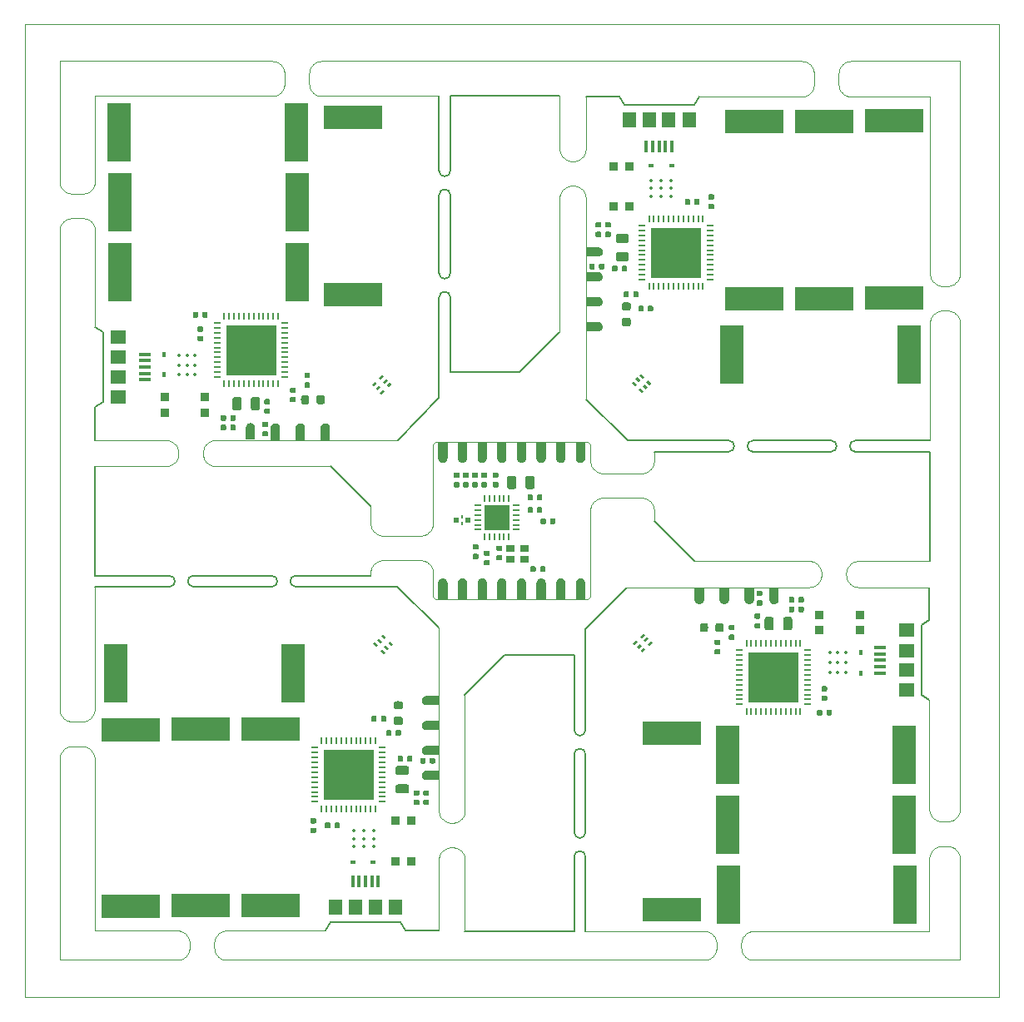
<source format=gbr>
G04 #@! TF.GenerationSoftware,KiCad,Pcbnew,(5.1.4)-1*
G04 #@! TF.CreationDate,2019-09-04T16:38:23-07:00*
G04 #@! TF.ProjectId,output.sprite_panel,6f757470-7574-42e7-9370-726974655f70,rev?*
G04 #@! TF.SameCoordinates,Original*
G04 #@! TF.FileFunction,Paste,Top*
G04 #@! TF.FilePolarity,Positive*
%FSLAX46Y46*%
G04 Gerber Fmt 4.6, Leading zero omitted, Abs format (unit mm)*
G04 Created by KiCad (PCBNEW (5.1.4)-1) date 2019-09-04 16:38:23*
%MOMM*%
%LPD*%
G04 APERTURE LIST*
%ADD10C,0.150000*%
%ADD11C,0.050800*%
%ADD12C,0.100000*%
%ADD13C,0.949200*%
%ADD14R,1.499200X1.449200*%
%ADD15R,1.299200X0.399200*%
%ADD16R,1.449200X1.499200*%
%ADD17R,0.399200X1.299200*%
%ADD18C,0.539200*%
%ADD19C,0.249200*%
%ADD20C,0.924200*%
%ADD21R,0.399200X0.549200*%
%ADD22C,0.824200*%
%ADD23R,5.949200X2.449200*%
%ADD24R,5.199200X5.199200*%
%ADD25R,0.249200X0.799200*%
%ADD26R,0.799200X0.249200*%
%ADD27R,0.849200X0.849200*%
%ADD28R,2.449200X5.949200*%
%ADD29C,0.339999*%
%ADD30R,0.549200X0.399200*%
%ADD31R,0.499200X0.499200*%
%ADD32R,0.249200X0.449200*%
%ADD33R,2.599200X2.599200*%
%ADD34R,0.849200X0.749200*%
G04 APERTURE END LIST*
D10*
X143649700Y-98425000D02*
X147828000Y-94158400D01*
X142506700Y-129159000D02*
X131394200Y-129159000D01*
X143648956Y-98425000D02*
X143648956Y-108686600D01*
X142506700Y-129159000D02*
X142507444Y-121564400D01*
X178624900Y-97536000D02*
X178624900Y-94158400D01*
X177800000Y-105156000D02*
X178624900Y-105664000D01*
X131394200Y-105156000D02*
X135458200Y-101092000D01*
X135458200Y-101092000D02*
X142507444Y-101092000D01*
X142507444Y-108686600D02*
X142507444Y-101092000D01*
X142506700Y-119100600D02*
X142506700Y-111150400D01*
X177800000Y-105156000D02*
X177800000Y-98044000D01*
X177800000Y-98044000D02*
X178624900Y-97536000D01*
X143648956Y-121564400D02*
X143649700Y-129158400D01*
X143648956Y-111150400D02*
X143648956Y-119100600D01*
X142507444Y-121564400D02*
G75*
G02X143648956Y-121564400I570756J0D01*
G01*
X143648956Y-119100600D02*
G75*
G02X142507444Y-119100600I-570756J0D01*
G01*
X142507444Y-111150400D02*
G75*
G02X143648956Y-111150400I570756J0D01*
G01*
X143648956Y-108686600D02*
G75*
G02X142507444Y-108686600I-570756J0D01*
G01*
X147955000Y-79235300D02*
X143688400Y-75057000D01*
X158216600Y-79236044D02*
G75*
G02X158216600Y-80377556I0J-570756D01*
G01*
X171094400Y-80377556D02*
G75*
G02X171094400Y-79236044I0J570756D01*
G01*
X160680400Y-80377556D02*
G75*
G02X160680400Y-79236044I0J570756D01*
G01*
X168630600Y-79236044D02*
G75*
G02X168630600Y-80377556I0J-570756D01*
G01*
X168630600Y-80378300D02*
X160680400Y-80378300D01*
X158216600Y-80377556D02*
X150622000Y-80377556D01*
X178689000Y-80378300D02*
X178689000Y-91490800D01*
X147955000Y-79236044D02*
X158216600Y-79236044D01*
X171094400Y-79236044D02*
X178688400Y-79235300D01*
X160680400Y-79236044D02*
X168630600Y-79236044D01*
X154686000Y-45085000D02*
X147574000Y-45085000D01*
X147574000Y-45085000D02*
X147066000Y-44260100D01*
X147066000Y-44260100D02*
X143688400Y-44260100D01*
X178689000Y-80378300D02*
X171094400Y-80377556D01*
X154686000Y-91490800D02*
X150622000Y-87426800D01*
X154686000Y-45085000D02*
X155194000Y-44260100D01*
D11*
X86614000Y-36890000D02*
X185740000Y-36890000D01*
X185740000Y-135890000D02*
X185740000Y-36890000D01*
X86614000Y-135890000D02*
X86614000Y-36890000D01*
X86614000Y-135890000D02*
X185740000Y-135890000D01*
D10*
X128766044Y-54254400D02*
G75*
G02X129907556Y-54254400I570756J0D01*
G01*
X129907556Y-51790600D02*
G75*
G02X128766044Y-51790600I-570756J0D01*
G01*
X128766044Y-64668400D02*
G75*
G02X129907556Y-64668400I570756J0D01*
G01*
X129907556Y-62204600D02*
G75*
G02X128766044Y-62204600I-570756J0D01*
G01*
X128765300Y-74930000D02*
X124587000Y-79196600D01*
X129908300Y-54254400D02*
X129908300Y-62204600D01*
X129908300Y-44196000D02*
X129907556Y-51790600D01*
X129907556Y-64668400D02*
X129907556Y-72263000D01*
X128766044Y-74930000D02*
X128766044Y-64668400D01*
X128766044Y-62204600D02*
X128766044Y-54254400D01*
X128766044Y-51790600D02*
X128765300Y-44196600D01*
X136956800Y-72263000D02*
X129907556Y-72263000D01*
X141020800Y-68199000D02*
X136956800Y-72263000D01*
X129908300Y-44196000D02*
X141020800Y-44196000D01*
X94615000Y-68199000D02*
X93790100Y-67691000D01*
X94615000Y-75311000D02*
X93790100Y-75819000D01*
X93790100Y-75819000D02*
X93790100Y-79196600D01*
X94615000Y-68199000D02*
X94615000Y-75311000D01*
X103784400Y-94118956D02*
G75*
G02X103784400Y-92977444I0J570756D01*
G01*
X101320600Y-92977444D02*
G75*
G02X101320600Y-94118956I0J-570756D01*
G01*
X114198400Y-94118956D02*
G75*
G02X114198400Y-92977444I0J570756D01*
G01*
X111734600Y-92977444D02*
G75*
G02X111734600Y-94118956I0J-570756D01*
G01*
X124460000Y-94119700D02*
X128726600Y-98298000D01*
X103784400Y-92976700D02*
X111734600Y-92976700D01*
X93726000Y-92976700D02*
X101320600Y-92977444D01*
X114198400Y-92977444D02*
X121793000Y-92977444D01*
X124460000Y-94118956D02*
X114198400Y-94118956D01*
X111734600Y-94118956D02*
X103784400Y-94118956D01*
X101320600Y-94118956D02*
X93726600Y-94119700D01*
X117729000Y-81864200D02*
X121793000Y-85928200D01*
X93726000Y-92976700D02*
X93726000Y-81864200D01*
X117729000Y-128270000D02*
X117221000Y-129094900D01*
X124841000Y-128270000D02*
X125349000Y-129094900D01*
X125349000Y-129094900D02*
X128726600Y-129094900D01*
X117729000Y-128270000D02*
X124841000Y-128270000D01*
D12*
X144145000Y-95123000D02*
X143891000Y-95377000D01*
X128397000Y-95377000D02*
X128143000Y-95123000D01*
X128143000Y-79629000D02*
X128397000Y-79375000D01*
X143891000Y-79375000D02*
X144145000Y-79629000D01*
X143891000Y-79375000D02*
X128397000Y-79375000D01*
X128397000Y-95375000D02*
X143891000Y-95375000D01*
X160741998Y-132080000D02*
X181736000Y-132080000D01*
X155742010Y-129158400D02*
X143649700Y-129158400D01*
X160742013Y-129158400D02*
X178624900Y-129158400D01*
X160741998Y-132080000D02*
X160642294Y-132072313D01*
X160742013Y-129158400D02*
X160642309Y-129166087D01*
X160642294Y-132072313D02*
X160543476Y-132056985D01*
X160642309Y-129166087D02*
X160543491Y-129181415D01*
X160543476Y-132056985D02*
X160446129Y-132034107D01*
X160543491Y-129181415D02*
X160446144Y-129204293D01*
X160446129Y-132034107D02*
X160350829Y-132003814D01*
X160446144Y-129204293D02*
X160350844Y-129234586D01*
X160350829Y-132003814D02*
X160258139Y-131966285D01*
X160350844Y-129234586D02*
X160258154Y-129272115D01*
X160258139Y-131966285D02*
X160168608Y-131921742D01*
X160258154Y-129272115D02*
X160168623Y-129316658D01*
X160168608Y-131921742D02*
X160082766Y-131870449D01*
X160168623Y-129316658D02*
X160082781Y-129367951D01*
X160082766Y-131870449D02*
X160001121Y-131812709D01*
X160082781Y-129367951D02*
X160001136Y-129425691D01*
X160001121Y-131812709D02*
X159924156Y-131748864D01*
X160001136Y-129425691D02*
X159924171Y-129489536D01*
X159924156Y-131748864D02*
X159852326Y-131679292D01*
X159924171Y-129489536D02*
X159852341Y-129559108D01*
X159852326Y-131679292D02*
X159786056Y-131604405D01*
X159852341Y-129559108D02*
X159786071Y-129633995D01*
X159786056Y-131604405D02*
X159725738Y-131524646D01*
X159786071Y-129633995D02*
X159725753Y-129713754D01*
X159725738Y-131524646D02*
X159671729Y-131440487D01*
X159725753Y-129713754D02*
X159671744Y-129797913D01*
X159671729Y-131440487D02*
X159624349Y-131352426D01*
X159671744Y-129797913D02*
X159624364Y-129885974D01*
X159624349Y-131352426D02*
X159583878Y-131260984D01*
X159624364Y-129885974D02*
X159583893Y-129977416D01*
X159583878Y-131260984D02*
X159550556Y-131166702D01*
X159583893Y-129977416D02*
X159550571Y-130071698D01*
X159550556Y-131166702D02*
X159524580Y-131070138D01*
X159550571Y-130071698D02*
X159524595Y-130168262D01*
X159524580Y-131070138D02*
X159506103Y-130971863D01*
X159524595Y-130168262D02*
X159506118Y-130266537D01*
X159506103Y-130971863D02*
X159495235Y-130872458D01*
X159506118Y-130266537D02*
X159495250Y-130365942D01*
X159495235Y-130872458D02*
X159492040Y-130772512D01*
X159495250Y-130365942D02*
X159492055Y-130465888D01*
X159492040Y-130772512D02*
X159492055Y-130465888D01*
X155742055Y-132080000D02*
X155841759Y-132072313D01*
X155742010Y-129158400D02*
X155841714Y-129166087D01*
X155841759Y-132072313D02*
X155940577Y-132056985D01*
X155841714Y-129166087D02*
X155940532Y-129181415D01*
X155940577Y-132056985D02*
X156037924Y-132034107D01*
X155940532Y-129181415D02*
X156037879Y-129204293D01*
X156037924Y-132034107D02*
X156133224Y-132003814D01*
X156037879Y-129204293D02*
X156133179Y-129234586D01*
X156133224Y-132003814D02*
X156225914Y-131966285D01*
X156133179Y-129234586D02*
X156225869Y-129272115D01*
X156225914Y-131966285D02*
X156315445Y-131921742D01*
X156225869Y-129272115D02*
X156315400Y-129316658D01*
X156315445Y-131921742D02*
X156401287Y-131870449D01*
X156315400Y-129316658D02*
X156401242Y-129367951D01*
X156401287Y-131870449D02*
X156482932Y-131812709D01*
X156401242Y-129367951D02*
X156482887Y-129425691D01*
X156482932Y-131812709D02*
X156559897Y-131748864D01*
X156482887Y-129425691D02*
X156559852Y-129489536D01*
X156559897Y-131748864D02*
X156631727Y-131679292D01*
X156559852Y-129489536D02*
X156631682Y-129559108D01*
X156631727Y-131679292D02*
X156697997Y-131604405D01*
X156631682Y-129559108D02*
X156697952Y-129633995D01*
X156697997Y-131604405D02*
X156758315Y-131524646D01*
X156697952Y-129633995D02*
X156758270Y-129713754D01*
X156758315Y-131524646D02*
X156812324Y-131440487D01*
X156758270Y-129713754D02*
X156812279Y-129797913D01*
X156812324Y-131440487D02*
X156859704Y-131352426D01*
X156812279Y-129797913D02*
X156859659Y-129885974D01*
X156859704Y-131352426D02*
X156900175Y-131260984D01*
X156859659Y-129885974D02*
X156900130Y-129977416D01*
X156900175Y-131260984D02*
X156933497Y-131166702D01*
X156900130Y-129977416D02*
X156933452Y-130071698D01*
X156933497Y-131166702D02*
X156959473Y-131070138D01*
X156933452Y-130071698D02*
X156959428Y-130168262D01*
X156959473Y-131070138D02*
X156977950Y-130971863D01*
X156959428Y-130168262D02*
X156977905Y-130266537D01*
X156977950Y-130971863D02*
X156988818Y-130872458D01*
X156977905Y-130266537D02*
X156988773Y-130365942D01*
X156988818Y-130872458D02*
X156992013Y-130772512D01*
X156988773Y-130365942D02*
X156991968Y-130465888D01*
X156992013Y-130772512D02*
X156991968Y-130465888D01*
X128726600Y-121880008D02*
X128726600Y-129094900D01*
X128726600Y-116879990D02*
X128726600Y-98298000D01*
X131394200Y-121879995D02*
X131394200Y-129158400D01*
X131394200Y-116879990D02*
X131394200Y-105156000D01*
X131394200Y-121879995D02*
X131386513Y-121780291D01*
X128726600Y-121880008D02*
X128734287Y-121780304D01*
X131386513Y-121780291D02*
X131371185Y-121681473D01*
X128734287Y-121780304D02*
X128749615Y-121681486D01*
X131371185Y-121681473D02*
X131348307Y-121584126D01*
X128749615Y-121681486D02*
X128772493Y-121584139D01*
X131348307Y-121584126D02*
X131318014Y-121488826D01*
X128772493Y-121584139D02*
X128802786Y-121488839D01*
X131318014Y-121488826D02*
X131280485Y-121396136D01*
X128802786Y-121488839D02*
X128840315Y-121396149D01*
X131280485Y-121396136D02*
X131235942Y-121306605D01*
X128840315Y-121396149D02*
X128884858Y-121306618D01*
X131235942Y-121306605D02*
X131184649Y-121220763D01*
X128884858Y-121306618D02*
X128936151Y-121220776D01*
X131184649Y-121220763D02*
X131126909Y-121139118D01*
X128936151Y-121220776D02*
X128993891Y-121139131D01*
X131126909Y-121139118D02*
X131063064Y-121062153D01*
X128993891Y-121139131D02*
X129057736Y-121062166D01*
X131063064Y-121062153D02*
X130993492Y-120990323D01*
X129057736Y-121062166D02*
X129127308Y-120990336D01*
X130993492Y-120990323D02*
X130918605Y-120924053D01*
X129127308Y-120990336D02*
X129202195Y-120924066D01*
X130918605Y-120924053D02*
X130838846Y-120863735D01*
X129202195Y-120924066D02*
X129281954Y-120863748D01*
X130838846Y-120863735D02*
X130754687Y-120809726D01*
X129281954Y-120863748D02*
X129366113Y-120809739D01*
X130754687Y-120809726D02*
X130666626Y-120762346D01*
X129366113Y-120809739D02*
X129454174Y-120762359D01*
X130666626Y-120762346D02*
X130575184Y-120721875D01*
X129454174Y-120762359D02*
X129545616Y-120721888D01*
X130575184Y-120721875D02*
X130480902Y-120688553D01*
X129545616Y-120721888D02*
X129639898Y-120688566D01*
X130480902Y-120688553D02*
X130384338Y-120662577D01*
X129639898Y-120688566D02*
X129736462Y-120662590D01*
X130384338Y-120662577D02*
X130286063Y-120644100D01*
X129736462Y-120662590D02*
X129834737Y-120644113D01*
X130286063Y-120644100D02*
X130186658Y-120633232D01*
X129834737Y-120644113D02*
X129934142Y-120633245D01*
X130186658Y-120633232D02*
X130086712Y-120630037D01*
X129934142Y-120633245D02*
X130034088Y-120630050D01*
X130034088Y-120630050D02*
X130086712Y-120630037D01*
X131394200Y-116879990D02*
X131386513Y-116979694D01*
X128726600Y-116879990D02*
X128734287Y-116979694D01*
X131386513Y-116979694D02*
X131371185Y-117078512D01*
X128734287Y-116979694D02*
X128749615Y-117078512D01*
X131371185Y-117078512D02*
X131348307Y-117175859D01*
X128749615Y-117078512D02*
X128772493Y-117175859D01*
X131348307Y-117175859D02*
X131318014Y-117271159D01*
X128772493Y-117175859D02*
X128802786Y-117271159D01*
X131318014Y-117271159D02*
X131280485Y-117363849D01*
X128802786Y-117271159D02*
X128840315Y-117363849D01*
X131280485Y-117363849D02*
X131235942Y-117453380D01*
X128840315Y-117363849D02*
X128884858Y-117453380D01*
X131235942Y-117453380D02*
X131184649Y-117539222D01*
X128884858Y-117453380D02*
X128936151Y-117539222D01*
X131184649Y-117539222D02*
X131126909Y-117620867D01*
X128936151Y-117539222D02*
X128993891Y-117620867D01*
X131126909Y-117620867D02*
X131063064Y-117697832D01*
X128993891Y-117620867D02*
X129057736Y-117697832D01*
X131063064Y-117697832D02*
X130993492Y-117769662D01*
X129057736Y-117697832D02*
X129127308Y-117769662D01*
X130993492Y-117769662D02*
X130918605Y-117835932D01*
X129127308Y-117769662D02*
X129202195Y-117835932D01*
X130918605Y-117835932D02*
X130838846Y-117896250D01*
X129202195Y-117835932D02*
X129281954Y-117896250D01*
X130838846Y-117896250D02*
X130754687Y-117950259D01*
X129281954Y-117896250D02*
X129366113Y-117950259D01*
X130754687Y-117950259D02*
X130666626Y-117997639D01*
X129366113Y-117950259D02*
X129454174Y-117997639D01*
X130666626Y-117997639D02*
X130575184Y-118038110D01*
X129454174Y-117997639D02*
X129545616Y-118038110D01*
X130575184Y-118038110D02*
X130480902Y-118071432D01*
X129545616Y-118038110D02*
X129639898Y-118071432D01*
X130480902Y-118071432D02*
X130384338Y-118097408D01*
X129639898Y-118071432D02*
X129736462Y-118097408D01*
X130384338Y-118097408D02*
X130286063Y-118115885D01*
X129736462Y-118097408D02*
X129834737Y-118115885D01*
X130286063Y-118115885D02*
X130186658Y-118126753D01*
X129834737Y-118115885D02*
X129934142Y-118126753D01*
X130186658Y-118126753D02*
X130086712Y-118129948D01*
X129934142Y-118126753D02*
X130034088Y-118129948D01*
X130034088Y-118129948D02*
X130086712Y-118129948D01*
X101004992Y-79196600D02*
X93790100Y-79196600D01*
X106005010Y-79196600D02*
X124587000Y-79196600D01*
X101005005Y-81864200D02*
X93726600Y-81864200D01*
X106005010Y-81864200D02*
X117729000Y-81864200D01*
X101005005Y-81864200D02*
X101104709Y-81856513D01*
X101004992Y-79196600D02*
X101104696Y-79204287D01*
X101104709Y-81856513D02*
X101203527Y-81841185D01*
X101104696Y-79204287D02*
X101203514Y-79219615D01*
X101203527Y-81841185D02*
X101300874Y-81818307D01*
X101203514Y-79219615D02*
X101300861Y-79242493D01*
X101300874Y-81818307D02*
X101396174Y-81788014D01*
X101300861Y-79242493D02*
X101396161Y-79272786D01*
X101396174Y-81788014D02*
X101488864Y-81750485D01*
X101396161Y-79272786D02*
X101488851Y-79310315D01*
X101488864Y-81750485D02*
X101578395Y-81705942D01*
X101488851Y-79310315D02*
X101578382Y-79354858D01*
X101578395Y-81705942D02*
X101664237Y-81654649D01*
X101578382Y-79354858D02*
X101664224Y-79406151D01*
X101664237Y-81654649D02*
X101745882Y-81596909D01*
X101664224Y-79406151D02*
X101745869Y-79463891D01*
X101745882Y-81596909D02*
X101822847Y-81533064D01*
X101745869Y-79463891D02*
X101822834Y-79527736D01*
X101822847Y-81533064D02*
X101894677Y-81463492D01*
X101822834Y-79527736D02*
X101894664Y-79597308D01*
X101894677Y-81463492D02*
X101960947Y-81388605D01*
X101894664Y-79597308D02*
X101960934Y-79672195D01*
X101960947Y-81388605D02*
X102021265Y-81308846D01*
X101960934Y-79672195D02*
X102021252Y-79751954D01*
X102021265Y-81308846D02*
X102075274Y-81224687D01*
X102021252Y-79751954D02*
X102075261Y-79836113D01*
X102075274Y-81224687D02*
X102122654Y-81136626D01*
X102075261Y-79836113D02*
X102122641Y-79924174D01*
X102122654Y-81136626D02*
X102163125Y-81045184D01*
X102122641Y-79924174D02*
X102163112Y-80015616D01*
X102163125Y-81045184D02*
X102196447Y-80950902D01*
X102163112Y-80015616D02*
X102196434Y-80109898D01*
X102196447Y-80950902D02*
X102222423Y-80854338D01*
X102196434Y-80109898D02*
X102222410Y-80206462D01*
X102222423Y-80854338D02*
X102240900Y-80756063D01*
X102222410Y-80206462D02*
X102240887Y-80304737D01*
X102240900Y-80756063D02*
X102251768Y-80656658D01*
X102240887Y-80304737D02*
X102251755Y-80404142D01*
X102251768Y-80656658D02*
X102254963Y-80556712D01*
X102251755Y-80404142D02*
X102254950Y-80504088D01*
X102254950Y-80504088D02*
X102254963Y-80556712D01*
X106005010Y-81864200D02*
X105905306Y-81856513D01*
X106005010Y-79196600D02*
X105905306Y-79204287D01*
X105905306Y-81856513D02*
X105806488Y-81841185D01*
X105905306Y-79204287D02*
X105806488Y-79219615D01*
X105806488Y-81841185D02*
X105709141Y-81818307D01*
X105806488Y-79219615D02*
X105709141Y-79242493D01*
X105709141Y-81818307D02*
X105613841Y-81788014D01*
X105709141Y-79242493D02*
X105613841Y-79272786D01*
X105613841Y-81788014D02*
X105521151Y-81750485D01*
X105613841Y-79272786D02*
X105521151Y-79310315D01*
X105521151Y-81750485D02*
X105431620Y-81705942D01*
X105521151Y-79310315D02*
X105431620Y-79354858D01*
X105431620Y-81705942D02*
X105345778Y-81654649D01*
X105431620Y-79354858D02*
X105345778Y-79406151D01*
X105345778Y-81654649D02*
X105264133Y-81596909D01*
X105345778Y-79406151D02*
X105264133Y-79463891D01*
X105264133Y-81596909D02*
X105187168Y-81533064D01*
X105264133Y-79463891D02*
X105187168Y-79527736D01*
X105187168Y-81533064D02*
X105115338Y-81463492D01*
X105187168Y-79527736D02*
X105115338Y-79597308D01*
X105115338Y-81463492D02*
X105049068Y-81388605D01*
X105115338Y-79597308D02*
X105049068Y-79672195D01*
X105049068Y-81388605D02*
X104988750Y-81308846D01*
X105049068Y-79672195D02*
X104988750Y-79751954D01*
X104988750Y-81308846D02*
X104934741Y-81224687D01*
X104988750Y-79751954D02*
X104934741Y-79836113D01*
X104934741Y-81224687D02*
X104887361Y-81136626D01*
X104934741Y-79836113D02*
X104887361Y-79924174D01*
X104887361Y-81136626D02*
X104846890Y-81045184D01*
X104887361Y-79924174D02*
X104846890Y-80015616D01*
X104846890Y-81045184D02*
X104813568Y-80950902D01*
X104846890Y-80015616D02*
X104813568Y-80109898D01*
X104813568Y-80950902D02*
X104787592Y-80854338D01*
X104813568Y-80109898D02*
X104787592Y-80206462D01*
X104787592Y-80854338D02*
X104769115Y-80756063D01*
X104787592Y-80206462D02*
X104769115Y-80304737D01*
X104769115Y-80756063D02*
X104758247Y-80656658D01*
X104769115Y-80304737D02*
X104758247Y-80404142D01*
X104758247Y-80656658D02*
X104755052Y-80556712D01*
X104758247Y-80404142D02*
X104755052Y-80504088D01*
X104755052Y-80504088D02*
X104755052Y-80556712D01*
X171409995Y-91490800D02*
X178688400Y-91490800D01*
X166409990Y-91490800D02*
X154686000Y-91490800D01*
X171410008Y-94158400D02*
X178624900Y-94158400D01*
X166409990Y-94158400D02*
X147828000Y-94158400D01*
X166409990Y-94158400D02*
X166509694Y-94150713D01*
X166409990Y-91490800D02*
X166509694Y-91498487D01*
X166509694Y-94150713D02*
X166608512Y-94135385D01*
X166509694Y-91498487D02*
X166608512Y-91513815D01*
X166608512Y-94135385D02*
X166705859Y-94112507D01*
X166608512Y-91513815D02*
X166705859Y-91536693D01*
X166705859Y-94112507D02*
X166801159Y-94082214D01*
X166705859Y-91536693D02*
X166801159Y-91566986D01*
X166801159Y-94082214D02*
X166893849Y-94044685D01*
X166801159Y-91566986D02*
X166893849Y-91604515D01*
X166893849Y-94044685D02*
X166983380Y-94000142D01*
X166893849Y-91604515D02*
X166983380Y-91649058D01*
X166983380Y-94000142D02*
X167069222Y-93948849D01*
X166983380Y-91649058D02*
X167069222Y-91700351D01*
X167069222Y-93948849D02*
X167150867Y-93891109D01*
X167069222Y-91700351D02*
X167150867Y-91758091D01*
X167150867Y-93891109D02*
X167227832Y-93827264D01*
X167150867Y-91758091D02*
X167227832Y-91821936D01*
X167227832Y-93827264D02*
X167299662Y-93757692D01*
X167227832Y-91821936D02*
X167299662Y-91891508D01*
X167299662Y-93757692D02*
X167365932Y-93682805D01*
X167299662Y-91891508D02*
X167365932Y-91966395D01*
X167365932Y-93682805D02*
X167426250Y-93603046D01*
X167365932Y-91966395D02*
X167426250Y-92046154D01*
X167426250Y-93603046D02*
X167480259Y-93518887D01*
X167426250Y-92046154D02*
X167480259Y-92130313D01*
X167480259Y-93518887D02*
X167527639Y-93430826D01*
X167480259Y-92130313D02*
X167527639Y-92218374D01*
X167527639Y-93430826D02*
X167568110Y-93339384D01*
X167527639Y-92218374D02*
X167568110Y-92309816D01*
X167568110Y-93339384D02*
X167601432Y-93245102D01*
X167568110Y-92309816D02*
X167601432Y-92404098D01*
X167601432Y-93245102D02*
X167627408Y-93148538D01*
X167601432Y-92404098D02*
X167627408Y-92500662D01*
X167627408Y-93148538D02*
X167645885Y-93050263D01*
X167627408Y-92500662D02*
X167645885Y-92598937D01*
X167645885Y-93050263D02*
X167656753Y-92950858D01*
X167645885Y-92598937D02*
X167656753Y-92698342D01*
X167656753Y-92950858D02*
X167659948Y-92850912D01*
X167656753Y-92698342D02*
X167659948Y-92798288D01*
X167659948Y-92798288D02*
X167659948Y-92850912D01*
X171409995Y-91490800D02*
X171310291Y-91498487D01*
X171410008Y-94158400D02*
X171310304Y-94150713D01*
X171310291Y-91498487D02*
X171211473Y-91513815D01*
X171310304Y-94150713D02*
X171211486Y-94135385D01*
X171211473Y-91513815D02*
X171114126Y-91536693D01*
X171211486Y-94135385D02*
X171114139Y-94112507D01*
X171114126Y-91536693D02*
X171018826Y-91566986D01*
X171114139Y-94112507D02*
X171018839Y-94082214D01*
X171018826Y-91566986D02*
X170926136Y-91604515D01*
X171018839Y-94082214D02*
X170926149Y-94044685D01*
X170926136Y-91604515D02*
X170836605Y-91649058D01*
X170926149Y-94044685D02*
X170836618Y-94000142D01*
X170836605Y-91649058D02*
X170750763Y-91700351D01*
X170836618Y-94000142D02*
X170750776Y-93948849D01*
X170750763Y-91700351D02*
X170669118Y-91758091D01*
X170750776Y-93948849D02*
X170669131Y-93891109D01*
X170669118Y-91758091D02*
X170592153Y-91821936D01*
X170669131Y-93891109D02*
X170592166Y-93827264D01*
X170592153Y-91821936D02*
X170520323Y-91891508D01*
X170592166Y-93827264D02*
X170520336Y-93757692D01*
X170520323Y-91891508D02*
X170454053Y-91966395D01*
X170520336Y-93757692D02*
X170454066Y-93682805D01*
X170454053Y-91966395D02*
X170393735Y-92046154D01*
X170454066Y-93682805D02*
X170393748Y-93603046D01*
X170393735Y-92046154D02*
X170339726Y-92130313D01*
X170393748Y-93603046D02*
X170339739Y-93518887D01*
X170339726Y-92130313D02*
X170292346Y-92218374D01*
X170339739Y-93518887D02*
X170292359Y-93430826D01*
X170292346Y-92218374D02*
X170251875Y-92309816D01*
X170292359Y-93430826D02*
X170251888Y-93339384D01*
X170251875Y-92309816D02*
X170218553Y-92404098D01*
X170251888Y-93339384D02*
X170218566Y-93245102D01*
X170218553Y-92404098D02*
X170192577Y-92500662D01*
X170218566Y-93245102D02*
X170192590Y-93148538D01*
X170192577Y-92500662D02*
X170174100Y-92598937D01*
X170192590Y-93148538D02*
X170174113Y-93050263D01*
X170174100Y-92598937D02*
X170163232Y-92698342D01*
X170174113Y-93050263D02*
X170163245Y-92950858D01*
X170163232Y-92698342D02*
X170160037Y-92798288D01*
X170163245Y-92950858D02*
X170160050Y-92850912D01*
X170160037Y-92798288D02*
X170160050Y-92850912D01*
X143688400Y-49569992D02*
X143688400Y-44260100D01*
X143688400Y-54570008D02*
X143688400Y-75057000D01*
X141020800Y-49569997D02*
X141020800Y-44196600D01*
X141020800Y-54569995D02*
X141020800Y-68199000D01*
X141020800Y-49569997D02*
X141028487Y-49669701D01*
X143688400Y-49569992D02*
X143680713Y-49669696D01*
X141028487Y-49669701D02*
X141043815Y-49768519D01*
X143680713Y-49669696D02*
X143665385Y-49768514D01*
X141043815Y-49768519D02*
X141066693Y-49865866D01*
X143665385Y-49768514D02*
X143642507Y-49865861D01*
X141066693Y-49865866D02*
X141096986Y-49961166D01*
X143642507Y-49865861D02*
X143612214Y-49961161D01*
X141096986Y-49961166D02*
X141134515Y-50053856D01*
X143612214Y-49961161D02*
X143574685Y-50053851D01*
X141134515Y-50053856D02*
X141179058Y-50143387D01*
X143574685Y-50053851D02*
X143530142Y-50143382D01*
X141179058Y-50143387D02*
X141230351Y-50229229D01*
X143530142Y-50143382D02*
X143478849Y-50229224D01*
X141230351Y-50229229D02*
X141288091Y-50310874D01*
X143478849Y-50229224D02*
X143421109Y-50310869D01*
X141288091Y-50310874D02*
X141351936Y-50387839D01*
X143421109Y-50310869D02*
X143357264Y-50387834D01*
X141351936Y-50387839D02*
X141421508Y-50459669D01*
X143357264Y-50387834D02*
X143287692Y-50459664D01*
X141421508Y-50459669D02*
X141496395Y-50525939D01*
X143287692Y-50459664D02*
X143212805Y-50525934D01*
X141496395Y-50525939D02*
X141576154Y-50586257D01*
X143212805Y-50525934D02*
X143133046Y-50586252D01*
X141576154Y-50586257D02*
X141660313Y-50640266D01*
X143133046Y-50586252D02*
X143048887Y-50640261D01*
X141660313Y-50640266D02*
X141748374Y-50687646D01*
X143048887Y-50640261D02*
X142960826Y-50687641D01*
X141748374Y-50687646D02*
X141839816Y-50728117D01*
X142960826Y-50687641D02*
X142869384Y-50728112D01*
X141839816Y-50728117D02*
X141934098Y-50761439D01*
X142869384Y-50728112D02*
X142775102Y-50761434D01*
X141934098Y-50761439D02*
X142030662Y-50787415D01*
X142775102Y-50761434D02*
X142678538Y-50787410D01*
X142030662Y-50787415D02*
X142128937Y-50805892D01*
X142678538Y-50787410D02*
X142580263Y-50805887D01*
X142128937Y-50805892D02*
X142228342Y-50816760D01*
X142580263Y-50805887D02*
X142480858Y-50816755D01*
X142228342Y-50816760D02*
X142328288Y-50819955D01*
X142480858Y-50816755D02*
X142380912Y-50819950D01*
X142380912Y-50819950D02*
X142328288Y-50819955D01*
X141020800Y-54569995D02*
X141028487Y-54470291D01*
X143688400Y-54570008D02*
X143680713Y-54470304D01*
X141028487Y-54470291D02*
X141043815Y-54371473D01*
X143680713Y-54470304D02*
X143665385Y-54371486D01*
X141043815Y-54371473D02*
X141066693Y-54274126D01*
X143665385Y-54371486D02*
X143642507Y-54274139D01*
X141066693Y-54274126D02*
X141096986Y-54178826D01*
X143642507Y-54274139D02*
X143612214Y-54178839D01*
X141096986Y-54178826D02*
X141134515Y-54086136D01*
X143612214Y-54178839D02*
X143574685Y-54086149D01*
X141134515Y-54086136D02*
X141179058Y-53996605D01*
X143574685Y-54086149D02*
X143530142Y-53996618D01*
X141179058Y-53996605D02*
X141230351Y-53910763D01*
X143530142Y-53996618D02*
X143478849Y-53910776D01*
X141230351Y-53910763D02*
X141288091Y-53829118D01*
X143478849Y-53910776D02*
X143421109Y-53829131D01*
X141288091Y-53829118D02*
X141351936Y-53752153D01*
X143421109Y-53829131D02*
X143357264Y-53752166D01*
X141351936Y-53752153D02*
X141421508Y-53680323D01*
X143357264Y-53752166D02*
X143287692Y-53680336D01*
X141421508Y-53680323D02*
X141496395Y-53614053D01*
X143287692Y-53680336D02*
X143212805Y-53614066D01*
X141496395Y-53614053D02*
X141576154Y-53553735D01*
X143212805Y-53614066D02*
X143133046Y-53553748D01*
X141576154Y-53553735D02*
X141660313Y-53499726D01*
X143133046Y-53553748D02*
X143048887Y-53499739D01*
X141660313Y-53499726D02*
X141748374Y-53452346D01*
X143048887Y-53499739D02*
X142960826Y-53452359D01*
X141748374Y-53452346D02*
X141839816Y-53411875D01*
X142960826Y-53452359D02*
X142869384Y-53411888D01*
X141839816Y-53411875D02*
X141934098Y-53378553D01*
X142869384Y-53411888D02*
X142775102Y-53378566D01*
X141934098Y-53378553D02*
X142030662Y-53352577D01*
X142775102Y-53378566D02*
X142678538Y-53352590D01*
X142030662Y-53352577D02*
X142128937Y-53334100D01*
X142678538Y-53352590D02*
X142580263Y-53334113D01*
X142128937Y-53334100D02*
X142228342Y-53323232D01*
X142580263Y-53334113D02*
X142480858Y-53323245D01*
X142228342Y-53323232D02*
X142328288Y-53320037D01*
X142480858Y-53323245D02*
X142380912Y-53320050D01*
X142380912Y-53320050D02*
X142328288Y-53320037D01*
X181736000Y-121753015D02*
X181736000Y-132080000D01*
X178624900Y-121753000D02*
X178624900Y-129158400D01*
X178624900Y-116752997D02*
X178624900Y-105664000D01*
X178624900Y-116752997D02*
X178632587Y-116852701D01*
X181736000Y-116752910D02*
X181728313Y-116852614D01*
X178632587Y-116852701D02*
X178647915Y-116951519D01*
X181728313Y-116852614D02*
X181712985Y-116951432D01*
X178647915Y-116951519D02*
X178670793Y-117048866D01*
X181712985Y-116951432D02*
X181690107Y-117048779D01*
X178670793Y-117048866D02*
X178701086Y-117144166D01*
X181690107Y-117048779D02*
X181659814Y-117144079D01*
X178701086Y-117144166D02*
X178738615Y-117236856D01*
X181659814Y-117144079D02*
X181622285Y-117236769D01*
X178738615Y-117236856D02*
X178783158Y-117326387D01*
X181622285Y-117236769D02*
X181577742Y-117326300D01*
X178783158Y-117326387D02*
X178834451Y-117412229D01*
X181577742Y-117326300D02*
X181526449Y-117412142D01*
X178834451Y-117412229D02*
X178892191Y-117493874D01*
X181526449Y-117412142D02*
X181468709Y-117493787D01*
X178892191Y-117493874D02*
X178956036Y-117570839D01*
X181468709Y-117493787D02*
X181404864Y-117570752D01*
X178956036Y-117570839D02*
X179025608Y-117642669D01*
X181404864Y-117570752D02*
X181335292Y-117642582D01*
X179025608Y-117642669D02*
X179100495Y-117708939D01*
X181335292Y-117642582D02*
X181260405Y-117708852D01*
X179100495Y-117708939D02*
X179180254Y-117769257D01*
X181260405Y-117708852D02*
X181180646Y-117769170D01*
X179180254Y-117769257D02*
X179264413Y-117823266D01*
X181180646Y-117769170D02*
X181096487Y-117823179D01*
X179264413Y-117823266D02*
X179352474Y-117870646D01*
X181096487Y-117823179D02*
X181008426Y-117870559D01*
X179352474Y-117870646D02*
X179443916Y-117911117D01*
X181008426Y-117870559D02*
X180916984Y-117911030D01*
X179443916Y-117911117D02*
X179538198Y-117944439D01*
X180916984Y-117911030D02*
X180822702Y-117944352D01*
X179538198Y-117944439D02*
X179634762Y-117970415D01*
X180822702Y-117944352D02*
X180726138Y-117970328D01*
X179634762Y-117970415D02*
X179733037Y-117988892D01*
X180726138Y-117970328D02*
X180627863Y-117988805D01*
X179733037Y-117988892D02*
X179832442Y-117999760D01*
X180627863Y-117988805D02*
X180528458Y-117999673D01*
X179832442Y-117999760D02*
X179932388Y-118002955D01*
X180528458Y-117999673D02*
X180428512Y-118002868D01*
X180428512Y-118002868D02*
X179932388Y-118002955D01*
X178624900Y-121753000D02*
X178632587Y-121653296D01*
X181736000Y-121753015D02*
X181728313Y-121653311D01*
X178632587Y-121653296D02*
X178647915Y-121554478D01*
X181728313Y-121653311D02*
X181712985Y-121554493D01*
X178647915Y-121554478D02*
X178670793Y-121457131D01*
X181712985Y-121554493D02*
X181690107Y-121457146D01*
X178670793Y-121457131D02*
X178701086Y-121361831D01*
X181690107Y-121457146D02*
X181659814Y-121361846D01*
X178701086Y-121361831D02*
X178738615Y-121269141D01*
X181659814Y-121361846D02*
X181622285Y-121269156D01*
X178738615Y-121269141D02*
X178783158Y-121179610D01*
X181622285Y-121269156D02*
X181577742Y-121179625D01*
X178783158Y-121179610D02*
X178834451Y-121093768D01*
X181577742Y-121179625D02*
X181526449Y-121093783D01*
X178834451Y-121093768D02*
X178892191Y-121012123D01*
X181526449Y-121093783D02*
X181468709Y-121012138D01*
X178892191Y-121012123D02*
X178956036Y-120935158D01*
X181468709Y-121012138D02*
X181404864Y-120935173D01*
X178956036Y-120935158D02*
X179025608Y-120863328D01*
X181404864Y-120935173D02*
X181335292Y-120863343D01*
X179025608Y-120863328D02*
X179100495Y-120797058D01*
X181335292Y-120863343D02*
X181260405Y-120797073D01*
X179100495Y-120797058D02*
X179180254Y-120736740D01*
X181260405Y-120797073D02*
X181180646Y-120736755D01*
X179180254Y-120736740D02*
X179264413Y-120682731D01*
X181180646Y-120736755D02*
X181096487Y-120682746D01*
X179264413Y-120682731D02*
X179352474Y-120635351D01*
X181096487Y-120682746D02*
X181008426Y-120635366D01*
X179352474Y-120635351D02*
X179443916Y-120594880D01*
X181008426Y-120635366D02*
X180916984Y-120594895D01*
X179443916Y-120594880D02*
X179538198Y-120561558D01*
X180916984Y-120594895D02*
X180822702Y-120561573D01*
X179538198Y-120561558D02*
X179634762Y-120535582D01*
X180822702Y-120561573D02*
X180726138Y-120535597D01*
X179634762Y-120535582D02*
X179733037Y-120517105D01*
X180726138Y-120535597D02*
X180627863Y-120517120D01*
X179733037Y-120517105D02*
X179832442Y-120506237D01*
X180627863Y-120517120D02*
X180528458Y-120506252D01*
X179832442Y-120506237D02*
X179932388Y-120503042D01*
X180528458Y-120506252D02*
X180428512Y-120503057D01*
X180428512Y-120503057D02*
X179932388Y-120503042D01*
X181736000Y-67269988D02*
X181736000Y-116752910D01*
X181736000Y-62270012D02*
X181736000Y-40640000D01*
X178688400Y-67270003D02*
X178688400Y-79235300D01*
X178688400Y-62269997D02*
X178688400Y-44260100D01*
X181736000Y-62270012D02*
X181728313Y-62369716D01*
X178688400Y-62269997D02*
X178696087Y-62369701D01*
X181728313Y-62369716D02*
X181712985Y-62468534D01*
X178696087Y-62369701D02*
X178711415Y-62468519D01*
X181712985Y-62468534D02*
X181690107Y-62565881D01*
X178711415Y-62468519D02*
X178734293Y-62565866D01*
X181690107Y-62565881D02*
X181659814Y-62661181D01*
X178734293Y-62565866D02*
X178764586Y-62661166D01*
X181659814Y-62661181D02*
X181622285Y-62753871D01*
X178764586Y-62661166D02*
X178802115Y-62753856D01*
X181622285Y-62753871D02*
X181577742Y-62843402D01*
X178802115Y-62753856D02*
X178846658Y-62843387D01*
X181577742Y-62843402D02*
X181526449Y-62929244D01*
X178846658Y-62843387D02*
X178897951Y-62929229D01*
X181526449Y-62929244D02*
X181468709Y-63010889D01*
X178897951Y-62929229D02*
X178955691Y-63010874D01*
X181468709Y-63010889D02*
X181404864Y-63087854D01*
X178955691Y-63010874D02*
X179019536Y-63087839D01*
X181404864Y-63087854D02*
X181335292Y-63159684D01*
X179019536Y-63087839D02*
X179089108Y-63159669D01*
X181335292Y-63159684D02*
X181260405Y-63225954D01*
X179089108Y-63159669D02*
X179163995Y-63225939D01*
X181260405Y-63225954D02*
X181180646Y-63286272D01*
X179163995Y-63225939D02*
X179243754Y-63286257D01*
X181180646Y-63286272D02*
X181096487Y-63340281D01*
X179243754Y-63286257D02*
X179327913Y-63340266D01*
X181096487Y-63340281D02*
X181008426Y-63387661D01*
X179327913Y-63340266D02*
X179415974Y-63387646D01*
X181008426Y-63387661D02*
X180916984Y-63428132D01*
X179415974Y-63387646D02*
X179507416Y-63428117D01*
X180916984Y-63428132D02*
X180822702Y-63461454D01*
X179507416Y-63428117D02*
X179601698Y-63461439D01*
X180822702Y-63461454D02*
X180726138Y-63487430D01*
X179601698Y-63461439D02*
X179698262Y-63487415D01*
X180726138Y-63487430D02*
X180627863Y-63505907D01*
X179698262Y-63487415D02*
X179796537Y-63505892D01*
X180627863Y-63505907D02*
X180528458Y-63516775D01*
X179796537Y-63505892D02*
X179895942Y-63516760D01*
X180528458Y-63516775D02*
X180428512Y-63519970D01*
X179895942Y-63516760D02*
X179995888Y-63519955D01*
X180428512Y-63519970D02*
X179995888Y-63519955D01*
X181736000Y-67269988D02*
X181728313Y-67170284D01*
X178688400Y-67270003D02*
X178696087Y-67170299D01*
X181728313Y-67170284D02*
X181712985Y-67071466D01*
X178696087Y-67170299D02*
X178711415Y-67071481D01*
X181712985Y-67071466D02*
X181690107Y-66974119D01*
X178711415Y-67071481D02*
X178734293Y-66974134D01*
X181690107Y-66974119D02*
X181659814Y-66878819D01*
X178734293Y-66974134D02*
X178764586Y-66878834D01*
X181659814Y-66878819D02*
X181622285Y-66786129D01*
X178764586Y-66878834D02*
X178802115Y-66786144D01*
X181622285Y-66786129D02*
X181577742Y-66696598D01*
X178802115Y-66786144D02*
X178846658Y-66696613D01*
X181577742Y-66696598D02*
X181526449Y-66610756D01*
X178846658Y-66696613D02*
X178897951Y-66610771D01*
X181526449Y-66610756D02*
X181468709Y-66529111D01*
X178897951Y-66610771D02*
X178955691Y-66529126D01*
X181468709Y-66529111D02*
X181404864Y-66452146D01*
X178955691Y-66529126D02*
X179019536Y-66452161D01*
X181404864Y-66452146D02*
X181335292Y-66380316D01*
X179019536Y-66452161D02*
X179089108Y-66380331D01*
X181335292Y-66380316D02*
X181260405Y-66314046D01*
X179089108Y-66380331D02*
X179163995Y-66314061D01*
X181260405Y-66314046D02*
X181180646Y-66253728D01*
X179163995Y-66314061D02*
X179243754Y-66253743D01*
X181180646Y-66253728D02*
X181096487Y-66199719D01*
X179243754Y-66253743D02*
X179327913Y-66199734D01*
X181096487Y-66199719D02*
X181008426Y-66152339D01*
X179327913Y-66199734D02*
X179415974Y-66152354D01*
X181008426Y-66152339D02*
X180916984Y-66111868D01*
X179415974Y-66152354D02*
X179507416Y-66111883D01*
X180916984Y-66111868D02*
X180822702Y-66078546D01*
X179507416Y-66111883D02*
X179601698Y-66078561D01*
X180822702Y-66078546D02*
X180726138Y-66052570D01*
X179601698Y-66078561D02*
X179698262Y-66052585D01*
X180726138Y-66052570D02*
X180627863Y-66034093D01*
X179698262Y-66052585D02*
X179796537Y-66034108D01*
X180627863Y-66034093D02*
X180528458Y-66023225D01*
X179796537Y-66034108D02*
X179895942Y-66023240D01*
X180528458Y-66023225D02*
X180428512Y-66020030D01*
X179895942Y-66023240D02*
X179995888Y-66020045D01*
X180428512Y-66020030D02*
X179995888Y-66020045D01*
X128145000Y-87669990D02*
X128145000Y-79629000D01*
X128145000Y-92670003D02*
X128145000Y-95123000D01*
X121793000Y-87670000D02*
X121793000Y-85928200D01*
X121793000Y-92670000D02*
X121793000Y-92977444D01*
X121793000Y-87670000D02*
X121800687Y-87769704D01*
X128145000Y-87669990D02*
X128137313Y-87769694D01*
X121800687Y-87769704D02*
X121816015Y-87868522D01*
X128137313Y-87769694D02*
X128121985Y-87868512D01*
X121816015Y-87868522D02*
X121838893Y-87965869D01*
X128121985Y-87868512D02*
X128099107Y-87965859D01*
X121838893Y-87965869D02*
X121869186Y-88061169D01*
X128099107Y-87965859D02*
X128068814Y-88061159D01*
X121869186Y-88061169D02*
X121906715Y-88153859D01*
X128068814Y-88061159D02*
X128031285Y-88153849D01*
X121906715Y-88153859D02*
X121951258Y-88243390D01*
X128031285Y-88153849D02*
X127986742Y-88243380D01*
X121951258Y-88243390D02*
X122002551Y-88329232D01*
X127986742Y-88243380D02*
X127935449Y-88329222D01*
X122002551Y-88329232D02*
X122060291Y-88410877D01*
X127935449Y-88329222D02*
X127877709Y-88410867D01*
X122060291Y-88410877D02*
X122124136Y-88487842D01*
X127877709Y-88410867D02*
X127813864Y-88487832D01*
X122124136Y-88487842D02*
X122193708Y-88559672D01*
X127813864Y-88487832D02*
X127744292Y-88559662D01*
X122193708Y-88559672D02*
X122268595Y-88625942D01*
X127744292Y-88559662D02*
X127669405Y-88625932D01*
X122268595Y-88625942D02*
X122348354Y-88686260D01*
X127669405Y-88625932D02*
X127589646Y-88686250D01*
X122348354Y-88686260D02*
X122432513Y-88740269D01*
X127589646Y-88686250D02*
X127505487Y-88740259D01*
X122432513Y-88740269D02*
X122520574Y-88787649D01*
X127505487Y-88740259D02*
X127417426Y-88787639D01*
X122520574Y-88787649D02*
X122612016Y-88828120D01*
X127417426Y-88787639D02*
X127325984Y-88828110D01*
X122612016Y-88828120D02*
X122706298Y-88861442D01*
X127325984Y-88828110D02*
X127231702Y-88861432D01*
X122706298Y-88861442D02*
X122802862Y-88887418D01*
X127231702Y-88861432D02*
X127135138Y-88887408D01*
X122802862Y-88887418D02*
X122901137Y-88905895D01*
X127135138Y-88887408D02*
X127036863Y-88905885D01*
X122901137Y-88905895D02*
X123000542Y-88916763D01*
X127036863Y-88905885D02*
X126937458Y-88916753D01*
X123000542Y-88916763D02*
X123100488Y-88919958D01*
X126937458Y-88916753D02*
X126837512Y-88919948D01*
X126837512Y-88919948D02*
X123100488Y-88919958D01*
X121793000Y-92670000D02*
X121800687Y-92570296D01*
X128145000Y-92670003D02*
X128137313Y-92570299D01*
X121800687Y-92570296D02*
X121816015Y-92471478D01*
X128137313Y-92570299D02*
X128121985Y-92471481D01*
X121816015Y-92471478D02*
X121838893Y-92374131D01*
X128121985Y-92471481D02*
X128099107Y-92374134D01*
X121838893Y-92374131D02*
X121869186Y-92278831D01*
X128099107Y-92374134D02*
X128068814Y-92278834D01*
X121869186Y-92278831D02*
X121906715Y-92186141D01*
X128068814Y-92278834D02*
X128031285Y-92186144D01*
X121906715Y-92186141D02*
X121951258Y-92096610D01*
X128031285Y-92186144D02*
X127986742Y-92096613D01*
X121951258Y-92096610D02*
X122002551Y-92010768D01*
X127986742Y-92096613D02*
X127935449Y-92010771D01*
X122002551Y-92010768D02*
X122060291Y-91929123D01*
X127935449Y-92010771D02*
X127877709Y-91929126D01*
X122060291Y-91929123D02*
X122124136Y-91852158D01*
X127877709Y-91929126D02*
X127813864Y-91852161D01*
X122124136Y-91852158D02*
X122193708Y-91780328D01*
X127813864Y-91852161D02*
X127744292Y-91780331D01*
X122193708Y-91780328D02*
X122268595Y-91714058D01*
X127744292Y-91780331D02*
X127669405Y-91714061D01*
X122268595Y-91714058D02*
X122348354Y-91653740D01*
X127669405Y-91714061D02*
X127589646Y-91653743D01*
X122348354Y-91653740D02*
X122432513Y-91599731D01*
X127589646Y-91653743D02*
X127505487Y-91599734D01*
X122432513Y-91599731D02*
X122520574Y-91552351D01*
X127505487Y-91599734D02*
X127417426Y-91552354D01*
X122520574Y-91552351D02*
X122612016Y-91511880D01*
X127417426Y-91552354D02*
X127325984Y-91511883D01*
X122612016Y-91511880D02*
X122706298Y-91478558D01*
X127325984Y-91511883D02*
X127231702Y-91478561D01*
X122706298Y-91478558D02*
X122802862Y-91452582D01*
X127231702Y-91478561D02*
X127135138Y-91452585D01*
X122802862Y-91452582D02*
X122901137Y-91434105D01*
X127135138Y-91452585D02*
X127036863Y-91434108D01*
X122901137Y-91434105D02*
X123000542Y-91423237D01*
X127036863Y-91434108D02*
X126937458Y-91423240D01*
X123000542Y-91423237D02*
X123100488Y-91420042D01*
X126937458Y-91423240D02*
X126837512Y-91420045D01*
X126837512Y-91420045D02*
X123100488Y-91420042D01*
X150622000Y-86320000D02*
X150622000Y-87426800D01*
X150622000Y-81320002D02*
X150622000Y-80377556D01*
X144145000Y-81319995D02*
X144145000Y-79629000D01*
X144145000Y-86319998D02*
X144145000Y-95123000D01*
X150622000Y-81320002D02*
X150614313Y-81419706D01*
X144145000Y-81319995D02*
X144152687Y-81419699D01*
X150614313Y-81419706D02*
X150598985Y-81518524D01*
X144152687Y-81419699D02*
X144168015Y-81518517D01*
X150598985Y-81518524D02*
X150576107Y-81615871D01*
X144168015Y-81518517D02*
X144190893Y-81615864D01*
X150576107Y-81615871D02*
X150545814Y-81711171D01*
X144190893Y-81615864D02*
X144221186Y-81711164D01*
X150545814Y-81711171D02*
X150508285Y-81803861D01*
X144221186Y-81711164D02*
X144258715Y-81803854D01*
X150508285Y-81803861D02*
X150463742Y-81893392D01*
X144258715Y-81803854D02*
X144303258Y-81893385D01*
X150463742Y-81893392D02*
X150412449Y-81979234D01*
X144303258Y-81893385D02*
X144354551Y-81979227D01*
X150412449Y-81979234D02*
X150354709Y-82060879D01*
X144354551Y-81979227D02*
X144412291Y-82060872D01*
X150354709Y-82060879D02*
X150290864Y-82137844D01*
X144412291Y-82060872D02*
X144476136Y-82137837D01*
X150290864Y-82137844D02*
X150221292Y-82209674D01*
X144476136Y-82137837D02*
X144545708Y-82209667D01*
X150221292Y-82209674D02*
X150146405Y-82275944D01*
X144545708Y-82209667D02*
X144620595Y-82275937D01*
X150146405Y-82275944D02*
X150066646Y-82336262D01*
X144620595Y-82275937D02*
X144700354Y-82336255D01*
X150066646Y-82336262D02*
X149982487Y-82390271D01*
X144700354Y-82336255D02*
X144784513Y-82390264D01*
X149982487Y-82390271D02*
X149894426Y-82437651D01*
X144784513Y-82390264D02*
X144872574Y-82437644D01*
X149894426Y-82437651D02*
X149802984Y-82478122D01*
X144872574Y-82437644D02*
X144964016Y-82478115D01*
X149802984Y-82478122D02*
X149708702Y-82511444D01*
X144964016Y-82478115D02*
X145058298Y-82511437D01*
X149708702Y-82511444D02*
X149612138Y-82537420D01*
X145058298Y-82511437D02*
X145154862Y-82537413D01*
X149612138Y-82537420D02*
X149513863Y-82555897D01*
X145154862Y-82537413D02*
X145253137Y-82555890D01*
X149513863Y-82555897D02*
X149414458Y-82566765D01*
X145253137Y-82555890D02*
X145352542Y-82566758D01*
X149414458Y-82566765D02*
X149314512Y-82569960D01*
X145352542Y-82566758D02*
X145452488Y-82569953D01*
X149314512Y-82569960D02*
X145452488Y-82569953D01*
X144145000Y-86319998D02*
X144152687Y-86220294D01*
X150622000Y-86320000D02*
X150614313Y-86220296D01*
X144152687Y-86220294D02*
X144168015Y-86121476D01*
X150614313Y-86220296D02*
X150598985Y-86121478D01*
X144168015Y-86121476D02*
X144190893Y-86024129D01*
X150598985Y-86121478D02*
X150576107Y-86024131D01*
X144190893Y-86024129D02*
X144221186Y-85928829D01*
X150576107Y-86024131D02*
X150545814Y-85928831D01*
X144221186Y-85928829D02*
X144258715Y-85836139D01*
X150545814Y-85928831D02*
X150508285Y-85836141D01*
X144258715Y-85836139D02*
X144303258Y-85746608D01*
X150508285Y-85836141D02*
X150463742Y-85746610D01*
X144303258Y-85746608D02*
X144354551Y-85660766D01*
X150463742Y-85746610D02*
X150412449Y-85660768D01*
X144354551Y-85660766D02*
X144412291Y-85579121D01*
X150412449Y-85660768D02*
X150354709Y-85579123D01*
X144412291Y-85579121D02*
X144476136Y-85502156D01*
X150354709Y-85579123D02*
X150290864Y-85502158D01*
X144476136Y-85502156D02*
X144545708Y-85430326D01*
X150290864Y-85502158D02*
X150221292Y-85430328D01*
X144545708Y-85430326D02*
X144620595Y-85364056D01*
X150221292Y-85430328D02*
X150146405Y-85364058D01*
X144620595Y-85364056D02*
X144700354Y-85303738D01*
X150146405Y-85364058D02*
X150066646Y-85303740D01*
X144700354Y-85303738D02*
X144784513Y-85249729D01*
X150066646Y-85303740D02*
X149982487Y-85249731D01*
X144784513Y-85249729D02*
X144872574Y-85202349D01*
X149982487Y-85249731D02*
X149894426Y-85202351D01*
X144872574Y-85202349D02*
X144964016Y-85161878D01*
X149894426Y-85202351D02*
X149802984Y-85161880D01*
X144964016Y-85161878D02*
X145058298Y-85128556D01*
X149802984Y-85161880D02*
X149708702Y-85128558D01*
X145058298Y-85128556D02*
X145154862Y-85102580D01*
X149708702Y-85128558D02*
X149612138Y-85102582D01*
X145154862Y-85102580D02*
X145253137Y-85084103D01*
X149612138Y-85102582D02*
X149513863Y-85084105D01*
X145253137Y-85084103D02*
X145352542Y-85073235D01*
X149513863Y-85084105D02*
X149414458Y-85073237D01*
X145352542Y-85073235D02*
X145452488Y-85070040D01*
X149414458Y-85073237D02*
X149314512Y-85070042D01*
X149314512Y-85070042D02*
X145452488Y-85070040D01*
X170647988Y-40640000D02*
X181736000Y-40640000D01*
X170647998Y-44260100D02*
X178688400Y-44260100D01*
X165648007Y-44260100D02*
X155194000Y-44260100D01*
X165648025Y-40640000D02*
X165747729Y-40647687D01*
X165648007Y-44260100D02*
X165747711Y-44252413D01*
X165747729Y-40647687D02*
X165846547Y-40663015D01*
X165747711Y-44252413D02*
X165846529Y-44237085D01*
X165846547Y-40663015D02*
X165943894Y-40685893D01*
X165846529Y-44237085D02*
X165943876Y-44214207D01*
X165943894Y-40685893D02*
X166039194Y-40716186D01*
X165943876Y-44214207D02*
X166039176Y-44183914D01*
X166039194Y-40716186D02*
X166131884Y-40753715D01*
X166039176Y-44183914D02*
X166131866Y-44146385D01*
X166131884Y-40753715D02*
X166221415Y-40798258D01*
X166131866Y-44146385D02*
X166221397Y-44101842D01*
X166221415Y-40798258D02*
X166307257Y-40849551D01*
X166221397Y-44101842D02*
X166307239Y-44050549D01*
X166307257Y-40849551D02*
X166388902Y-40907291D01*
X166307239Y-44050549D02*
X166388884Y-43992809D01*
X166388902Y-40907291D02*
X166465867Y-40971136D01*
X166388884Y-43992809D02*
X166465849Y-43928964D01*
X166465867Y-40971136D02*
X166537697Y-41040708D01*
X166465849Y-43928964D02*
X166537679Y-43859392D01*
X166537697Y-41040708D02*
X166603967Y-41115595D01*
X166537679Y-43859392D02*
X166603949Y-43784505D01*
X166603967Y-41115595D02*
X166664285Y-41195354D01*
X166603949Y-43784505D02*
X166664267Y-43704746D01*
X166664285Y-41195354D02*
X166718294Y-41279513D01*
X166664267Y-43704746D02*
X166718276Y-43620587D01*
X166718294Y-41279513D02*
X166765674Y-41367574D01*
X166718276Y-43620587D02*
X166765656Y-43532526D01*
X166765674Y-41367574D02*
X166806145Y-41459016D01*
X166765656Y-43532526D02*
X166806127Y-43441084D01*
X166806145Y-41459016D02*
X166839467Y-41553298D01*
X166806127Y-43441084D02*
X166839449Y-43346802D01*
X166839467Y-41553298D02*
X166865443Y-41649862D01*
X166839449Y-43346802D02*
X166865425Y-43250238D01*
X166865443Y-41649862D02*
X166883920Y-41748137D01*
X166865425Y-43250238D02*
X166883902Y-43151963D01*
X166883920Y-41748137D02*
X166894788Y-41847542D01*
X166883902Y-43151963D02*
X166894770Y-43052558D01*
X166894788Y-41847542D02*
X166897983Y-41947488D01*
X166894770Y-43052558D02*
X166897965Y-42952612D01*
X166897983Y-41947488D02*
X166897965Y-42952612D01*
X170647988Y-40640000D02*
X170548284Y-40647687D01*
X170647998Y-44260100D02*
X170548294Y-44252413D01*
X170548284Y-40647687D02*
X170449466Y-40663015D01*
X170548294Y-44252413D02*
X170449476Y-44237085D01*
X170449466Y-40663015D02*
X170352119Y-40685893D01*
X170449476Y-44237085D02*
X170352129Y-44214207D01*
X170352119Y-40685893D02*
X170256819Y-40716186D01*
X170352129Y-44214207D02*
X170256829Y-44183914D01*
X170256819Y-40716186D02*
X170164129Y-40753715D01*
X170256829Y-44183914D02*
X170164139Y-44146385D01*
X170164129Y-40753715D02*
X170074598Y-40798258D01*
X170164139Y-44146385D02*
X170074608Y-44101842D01*
X170074598Y-40798258D02*
X169988756Y-40849551D01*
X170074608Y-44101842D02*
X169988766Y-44050549D01*
X169988756Y-40849551D02*
X169907111Y-40907291D01*
X169988766Y-44050549D02*
X169907121Y-43992809D01*
X169907111Y-40907291D02*
X169830146Y-40971136D01*
X169907121Y-43992809D02*
X169830156Y-43928964D01*
X169830146Y-40971136D02*
X169758316Y-41040708D01*
X169830156Y-43928964D02*
X169758326Y-43859392D01*
X169758316Y-41040708D02*
X169692046Y-41115595D01*
X169758326Y-43859392D02*
X169692056Y-43784505D01*
X169692046Y-41115595D02*
X169631728Y-41195354D01*
X169692056Y-43784505D02*
X169631738Y-43704746D01*
X169631728Y-41195354D02*
X169577719Y-41279513D01*
X169631738Y-43704746D02*
X169577729Y-43620587D01*
X169577719Y-41279513D02*
X169530339Y-41367574D01*
X169577729Y-43620587D02*
X169530349Y-43532526D01*
X169530339Y-41367574D02*
X169489868Y-41459016D01*
X169530349Y-43532526D02*
X169489878Y-43441084D01*
X169489868Y-41459016D02*
X169456546Y-41553298D01*
X169489878Y-43441084D02*
X169456556Y-43346802D01*
X169456546Y-41553298D02*
X169430570Y-41649862D01*
X169456556Y-43346802D02*
X169430580Y-43250238D01*
X169430570Y-41649862D02*
X169412093Y-41748137D01*
X169430580Y-43250238D02*
X169412103Y-43151963D01*
X169412093Y-41748137D02*
X169401225Y-41847542D01*
X169412103Y-43151963D02*
X169401235Y-43052558D01*
X169401225Y-41847542D02*
X169398030Y-41947488D01*
X169401235Y-43052558D02*
X169398040Y-42952612D01*
X169398030Y-41947488D02*
X169398040Y-42952612D01*
X116800008Y-40640000D02*
X165648025Y-40640000D01*
X111800012Y-40640000D02*
X90170000Y-40640000D01*
X116800003Y-44196600D02*
X128765300Y-44196600D01*
X111799997Y-44196600D02*
X93790100Y-44196600D01*
X111800012Y-40640000D02*
X111899716Y-40647687D01*
X111799997Y-44196600D02*
X111899701Y-44188913D01*
X111899716Y-40647687D02*
X111998534Y-40663015D01*
X111899701Y-44188913D02*
X111998519Y-44173585D01*
X111998534Y-40663015D02*
X112095881Y-40685893D01*
X111998519Y-44173585D02*
X112095866Y-44150707D01*
X112095881Y-40685893D02*
X112191181Y-40716186D01*
X112095866Y-44150707D02*
X112191166Y-44120414D01*
X112191181Y-40716186D02*
X112283871Y-40753715D01*
X112191166Y-44120414D02*
X112283856Y-44082885D01*
X112283871Y-40753715D02*
X112373402Y-40798258D01*
X112283856Y-44082885D02*
X112373387Y-44038342D01*
X112373402Y-40798258D02*
X112459244Y-40849551D01*
X112373387Y-44038342D02*
X112459229Y-43987049D01*
X112459244Y-40849551D02*
X112540889Y-40907291D01*
X112459229Y-43987049D02*
X112540874Y-43929309D01*
X112540889Y-40907291D02*
X112617854Y-40971136D01*
X112540874Y-43929309D02*
X112617839Y-43865464D01*
X112617854Y-40971136D02*
X112689684Y-41040708D01*
X112617839Y-43865464D02*
X112689669Y-43795892D01*
X112689684Y-41040708D02*
X112755954Y-41115595D01*
X112689669Y-43795892D02*
X112755939Y-43721005D01*
X112755954Y-41115595D02*
X112816272Y-41195354D01*
X112755939Y-43721005D02*
X112816257Y-43641246D01*
X112816272Y-41195354D02*
X112870281Y-41279513D01*
X112816257Y-43641246D02*
X112870266Y-43557087D01*
X112870281Y-41279513D02*
X112917661Y-41367574D01*
X112870266Y-43557087D02*
X112917646Y-43469026D01*
X112917661Y-41367574D02*
X112958132Y-41459016D01*
X112917646Y-43469026D02*
X112958117Y-43377584D01*
X112958132Y-41459016D02*
X112991454Y-41553298D01*
X112958117Y-43377584D02*
X112991439Y-43283302D01*
X112991454Y-41553298D02*
X113017430Y-41649862D01*
X112991439Y-43283302D02*
X113017415Y-43186738D01*
X113017430Y-41649862D02*
X113035907Y-41748137D01*
X113017415Y-43186738D02*
X113035892Y-43088463D01*
X113035907Y-41748137D02*
X113046775Y-41847542D01*
X113035892Y-43088463D02*
X113046760Y-42989058D01*
X113046775Y-41847542D02*
X113049970Y-41947488D01*
X113046760Y-42989058D02*
X113049955Y-42889112D01*
X113049970Y-41947488D02*
X113049955Y-42889112D01*
X116800003Y-44196600D02*
X116700299Y-44188913D01*
X116800008Y-40640000D02*
X116700304Y-40647687D01*
X116700299Y-44188913D02*
X116601481Y-44173585D01*
X116700304Y-40647687D02*
X116601486Y-40663015D01*
X116601481Y-44173585D02*
X116504134Y-44150707D01*
X116601486Y-40663015D02*
X116504139Y-40685893D01*
X116504134Y-44150707D02*
X116408834Y-44120414D01*
X116504139Y-40685893D02*
X116408839Y-40716186D01*
X116408834Y-44120414D02*
X116316144Y-44082885D01*
X116408839Y-40716186D02*
X116316149Y-40753715D01*
X116316144Y-44082885D02*
X116226613Y-44038342D01*
X116316149Y-40753715D02*
X116226618Y-40798258D01*
X116226613Y-44038342D02*
X116140771Y-43987049D01*
X116226618Y-40798258D02*
X116140776Y-40849551D01*
X116140771Y-43987049D02*
X116059126Y-43929309D01*
X116140776Y-40849551D02*
X116059131Y-40907291D01*
X116059126Y-43929309D02*
X115982161Y-43865464D01*
X116059131Y-40907291D02*
X115982166Y-40971136D01*
X115982161Y-43865464D02*
X115910331Y-43795892D01*
X115982166Y-40971136D02*
X115910336Y-41040708D01*
X115910331Y-43795892D02*
X115844061Y-43721005D01*
X115910336Y-41040708D02*
X115844066Y-41115595D01*
X115844061Y-43721005D02*
X115783743Y-43641246D01*
X115844066Y-41115595D02*
X115783748Y-41195354D01*
X115783743Y-43641246D02*
X115729734Y-43557087D01*
X115783748Y-41195354D02*
X115729739Y-41279513D01*
X115729734Y-43557087D02*
X115682354Y-43469026D01*
X115729739Y-41279513D02*
X115682359Y-41367574D01*
X115682354Y-43469026D02*
X115641883Y-43377584D01*
X115682359Y-41367574D02*
X115641888Y-41459016D01*
X115641883Y-43377584D02*
X115608561Y-43283302D01*
X115641888Y-41459016D02*
X115608566Y-41553298D01*
X115608561Y-43283302D02*
X115582585Y-43186738D01*
X115608566Y-41553298D02*
X115582590Y-41649862D01*
X115582585Y-43186738D02*
X115564108Y-43088463D01*
X115582590Y-41649862D02*
X115564113Y-41748137D01*
X115564108Y-43088463D02*
X115553240Y-42989058D01*
X115564113Y-41748137D02*
X115553245Y-41847542D01*
X115553240Y-42989058D02*
X115550045Y-42889112D01*
X115553245Y-41847542D02*
X115550050Y-41947488D01*
X115550050Y-41947488D02*
X115550045Y-42889112D01*
X90170000Y-52872017D02*
X90170000Y-40640000D01*
X93790100Y-52872007D02*
X93790100Y-44196600D01*
X93790100Y-57871988D02*
X93790100Y-67691000D01*
X90170000Y-57871913D02*
X90177687Y-57772209D01*
X93790100Y-57871988D02*
X93782413Y-57772284D01*
X90177687Y-57772209D02*
X90193015Y-57673391D01*
X93782413Y-57772284D02*
X93767085Y-57673466D01*
X90193015Y-57673391D02*
X90215893Y-57576044D01*
X93767085Y-57673466D02*
X93744207Y-57576119D01*
X90215893Y-57576044D02*
X90246186Y-57480744D01*
X93744207Y-57576119D02*
X93713914Y-57480819D01*
X90246186Y-57480744D02*
X90283715Y-57388054D01*
X93713914Y-57480819D02*
X93676385Y-57388129D01*
X90283715Y-57388054D02*
X90328258Y-57298523D01*
X93676385Y-57388129D02*
X93631842Y-57298598D01*
X90328258Y-57298523D02*
X90379551Y-57212681D01*
X93631842Y-57298598D02*
X93580549Y-57212756D01*
X90379551Y-57212681D02*
X90437291Y-57131036D01*
X93580549Y-57212756D02*
X93522809Y-57131111D01*
X90437291Y-57131036D02*
X90501136Y-57054071D01*
X93522809Y-57131111D02*
X93458964Y-57054146D01*
X90501136Y-57054071D02*
X90570708Y-56982241D01*
X93458964Y-57054146D02*
X93389392Y-56982316D01*
X90570708Y-56982241D02*
X90645595Y-56915971D01*
X93389392Y-56982316D02*
X93314505Y-56916046D01*
X90645595Y-56915971D02*
X90725354Y-56855653D01*
X93314505Y-56916046D02*
X93234746Y-56855728D01*
X90725354Y-56855653D02*
X90809513Y-56801644D01*
X93234746Y-56855728D02*
X93150587Y-56801719D01*
X90809513Y-56801644D02*
X90897574Y-56754264D01*
X93150587Y-56801719D02*
X93062526Y-56754339D01*
X90897574Y-56754264D02*
X90989016Y-56713793D01*
X93062526Y-56754339D02*
X92971084Y-56713868D01*
X90989016Y-56713793D02*
X91083298Y-56680471D01*
X92971084Y-56713868D02*
X92876802Y-56680546D01*
X91083298Y-56680471D02*
X91179862Y-56654495D01*
X92876802Y-56680546D02*
X92780238Y-56654570D01*
X91179862Y-56654495D02*
X91278137Y-56636018D01*
X92780238Y-56654570D02*
X92681963Y-56636093D01*
X91278137Y-56636018D02*
X91377542Y-56625150D01*
X92681963Y-56636093D02*
X92582558Y-56625225D01*
X91377542Y-56625150D02*
X91477488Y-56621955D01*
X92582558Y-56625225D02*
X92482612Y-56622030D01*
X91477488Y-56621955D02*
X92482612Y-56622030D01*
X90170000Y-52872017D02*
X90177687Y-52971721D01*
X93790100Y-52872007D02*
X93782413Y-52971711D01*
X90177687Y-52971721D02*
X90193015Y-53070539D01*
X93782413Y-52971711D02*
X93767085Y-53070529D01*
X90193015Y-53070539D02*
X90215893Y-53167886D01*
X93767085Y-53070529D02*
X93744207Y-53167876D01*
X90215893Y-53167886D02*
X90246186Y-53263186D01*
X93744207Y-53167876D02*
X93713914Y-53263176D01*
X90246186Y-53263186D02*
X90283715Y-53355876D01*
X93713914Y-53263176D02*
X93676385Y-53355866D01*
X90283715Y-53355876D02*
X90328258Y-53445407D01*
X93676385Y-53355866D02*
X93631842Y-53445397D01*
X90328258Y-53445407D02*
X90379551Y-53531249D01*
X93631842Y-53445397D02*
X93580549Y-53531239D01*
X90379551Y-53531249D02*
X90437291Y-53612894D01*
X93580549Y-53531239D02*
X93522809Y-53612884D01*
X90437291Y-53612894D02*
X90501136Y-53689859D01*
X93522809Y-53612884D02*
X93458964Y-53689849D01*
X90501136Y-53689859D02*
X90570708Y-53761689D01*
X93458964Y-53689849D02*
X93389392Y-53761679D01*
X90570708Y-53761689D02*
X90645595Y-53827959D01*
X93389392Y-53761679D02*
X93314505Y-53827949D01*
X90645595Y-53827959D02*
X90725354Y-53888277D01*
X93314505Y-53827949D02*
X93234746Y-53888267D01*
X90725354Y-53888277D02*
X90809513Y-53942286D01*
X93234746Y-53888267D02*
X93150587Y-53942276D01*
X90809513Y-53942286D02*
X90897574Y-53989666D01*
X93150587Y-53942276D02*
X93062526Y-53989656D01*
X90897574Y-53989666D02*
X90989016Y-54030137D01*
X93062526Y-53989656D02*
X92971084Y-54030127D01*
X90989016Y-54030137D02*
X91083298Y-54063459D01*
X92971084Y-54030127D02*
X92876802Y-54063449D01*
X91083298Y-54063459D02*
X91179862Y-54089435D01*
X92876802Y-54063449D02*
X92780238Y-54089425D01*
X91179862Y-54089435D02*
X91278137Y-54107912D01*
X92780238Y-54089425D02*
X92681963Y-54107902D01*
X91278137Y-54107912D02*
X91377542Y-54118780D01*
X92681963Y-54107902D02*
X92582558Y-54118770D01*
X91377542Y-54118780D02*
X91477488Y-54121975D01*
X92582558Y-54118770D02*
X92482612Y-54121965D01*
X91477488Y-54121975D02*
X92482612Y-54121965D01*
X90170000Y-106593027D02*
X90170000Y-57871913D01*
X90170000Y-111593008D02*
X90170000Y-132080000D01*
X93726600Y-106592982D02*
X93726600Y-94119700D01*
X93726600Y-111592988D02*
X93726600Y-129094900D01*
X93726600Y-111592988D02*
X93718913Y-111493284D01*
X90170000Y-111593008D02*
X90177687Y-111493304D01*
X93718913Y-111493284D02*
X93703585Y-111394466D01*
X90177687Y-111493304D02*
X90193015Y-111394486D01*
X93703585Y-111394466D02*
X93680707Y-111297119D01*
X90193015Y-111394486D02*
X90215893Y-111297139D01*
X93680707Y-111297119D02*
X93650414Y-111201819D01*
X90215893Y-111297139D02*
X90246186Y-111201839D01*
X93650414Y-111201819D02*
X93612885Y-111109129D01*
X90246186Y-111201839D02*
X90283715Y-111109149D01*
X93612885Y-111109129D02*
X93568342Y-111019598D01*
X90283715Y-111109149D02*
X90328258Y-111019618D01*
X93568342Y-111019598D02*
X93517049Y-110933756D01*
X90328258Y-111019618D02*
X90379551Y-110933776D01*
X93517049Y-110933756D02*
X93459309Y-110852111D01*
X90379551Y-110933776D02*
X90437291Y-110852131D01*
X93459309Y-110852111D02*
X93395464Y-110775146D01*
X90437291Y-110852131D02*
X90501136Y-110775166D01*
X93395464Y-110775146D02*
X93325892Y-110703316D01*
X90501136Y-110775166D02*
X90570708Y-110703336D01*
X93325892Y-110703316D02*
X93251005Y-110637046D01*
X90570708Y-110703336D02*
X90645595Y-110637066D01*
X93251005Y-110637046D02*
X93171246Y-110576728D01*
X90645595Y-110637066D02*
X90725354Y-110576748D01*
X93171246Y-110576728D02*
X93087087Y-110522719D01*
X90725354Y-110576748D02*
X90809513Y-110522739D01*
X93087087Y-110522719D02*
X92999026Y-110475339D01*
X90809513Y-110522739D02*
X90897574Y-110475359D01*
X92999026Y-110475339D02*
X92907584Y-110434868D01*
X90897574Y-110475359D02*
X90989016Y-110434888D01*
X92907584Y-110434868D02*
X92813302Y-110401546D01*
X90989016Y-110434888D02*
X91083298Y-110401566D01*
X92813302Y-110401546D02*
X92716738Y-110375570D01*
X91083298Y-110401566D02*
X91179862Y-110375590D01*
X92716738Y-110375570D02*
X92618463Y-110357093D01*
X91179862Y-110375590D02*
X91278137Y-110357113D01*
X92618463Y-110357093D02*
X92519058Y-110346225D01*
X91278137Y-110357113D02*
X91377542Y-110346245D01*
X92519058Y-110346225D02*
X92419112Y-110343030D01*
X91377542Y-110346245D02*
X91477488Y-110343050D01*
X91477488Y-110343050D02*
X92419112Y-110343030D01*
X90170000Y-106593027D02*
X90177687Y-106692731D01*
X93726600Y-106592982D02*
X93718913Y-106692686D01*
X90177687Y-106692731D02*
X90193015Y-106791549D01*
X93718913Y-106692686D02*
X93703585Y-106791504D01*
X90193015Y-106791549D02*
X90215893Y-106888896D01*
X93703585Y-106791504D02*
X93680707Y-106888851D01*
X90215893Y-106888896D02*
X90246186Y-106984196D01*
X93680707Y-106888851D02*
X93650414Y-106984151D01*
X90246186Y-106984196D02*
X90283715Y-107076886D01*
X93650414Y-106984151D02*
X93612885Y-107076841D01*
X90283715Y-107076886D02*
X90328258Y-107166417D01*
X93612885Y-107076841D02*
X93568342Y-107166372D01*
X90328258Y-107166417D02*
X90379551Y-107252259D01*
X93568342Y-107166372D02*
X93517049Y-107252214D01*
X90379551Y-107252259D02*
X90437291Y-107333904D01*
X93517049Y-107252214D02*
X93459309Y-107333859D01*
X90437291Y-107333904D02*
X90501136Y-107410869D01*
X93459309Y-107333859D02*
X93395464Y-107410824D01*
X90501136Y-107410869D02*
X90570708Y-107482699D01*
X93395464Y-107410824D02*
X93325892Y-107482654D01*
X90570708Y-107482699D02*
X90645595Y-107548969D01*
X93325892Y-107482654D02*
X93251005Y-107548924D01*
X90645595Y-107548969D02*
X90725354Y-107609287D01*
X93251005Y-107548924D02*
X93171246Y-107609242D01*
X90725354Y-107609287D02*
X90809513Y-107663296D01*
X93171246Y-107609242D02*
X93087087Y-107663251D01*
X90809513Y-107663296D02*
X90897574Y-107710676D01*
X93087087Y-107663251D02*
X92999026Y-107710631D01*
X90897574Y-107710676D02*
X90989016Y-107751147D01*
X92999026Y-107710631D02*
X92907584Y-107751102D01*
X90989016Y-107751147D02*
X91083298Y-107784469D01*
X92907584Y-107751102D02*
X92813302Y-107784424D01*
X91083298Y-107784469D02*
X91179862Y-107810445D01*
X92813302Y-107784424D02*
X92716738Y-107810400D01*
X91179862Y-107810445D02*
X91278137Y-107828922D01*
X92716738Y-107810400D02*
X92618463Y-107828877D01*
X91278137Y-107828922D02*
X91377542Y-107839790D01*
X92618463Y-107828877D02*
X92519058Y-107839745D01*
X91377542Y-107839790D02*
X91477488Y-107842985D01*
X92519058Y-107839745D02*
X92419112Y-107842940D01*
X91477488Y-107842985D02*
X92419112Y-107842940D01*
X107148033Y-132080000D02*
X155742055Y-132080000D01*
X102148012Y-132080000D02*
X90170000Y-132080000D01*
X102148010Y-129094900D02*
X93726600Y-129094900D01*
X107148015Y-129094900D02*
X117221000Y-129094900D01*
X107148015Y-129094900D02*
X107048311Y-129102587D01*
X107148033Y-132080000D02*
X107048329Y-132072313D01*
X107048311Y-129102587D02*
X106949493Y-129117915D01*
X107048329Y-132072313D02*
X106949511Y-132056985D01*
X106949493Y-129117915D02*
X106852146Y-129140793D01*
X106949511Y-132056985D02*
X106852164Y-132034107D01*
X106852146Y-129140793D02*
X106756846Y-129171086D01*
X106852164Y-132034107D02*
X106756864Y-132003814D01*
X106756846Y-129171086D02*
X106664156Y-129208615D01*
X106756864Y-132003814D02*
X106664174Y-131966285D01*
X106664156Y-129208615D02*
X106574625Y-129253158D01*
X106664174Y-131966285D02*
X106574643Y-131921742D01*
X106574625Y-129253158D02*
X106488783Y-129304451D01*
X106574643Y-131921742D02*
X106488801Y-131870449D01*
X106488783Y-129304451D02*
X106407138Y-129362191D01*
X106488801Y-131870449D02*
X106407156Y-131812709D01*
X106407138Y-129362191D02*
X106330173Y-129426036D01*
X106407156Y-131812709D02*
X106330191Y-131748864D01*
X106330173Y-129426036D02*
X106258343Y-129495608D01*
X106330191Y-131748864D02*
X106258361Y-131679292D01*
X106258343Y-129495608D02*
X106192073Y-129570495D01*
X106258361Y-131679292D02*
X106192091Y-131604405D01*
X106192073Y-129570495D02*
X106131755Y-129650254D01*
X106192091Y-131604405D02*
X106131773Y-131524646D01*
X106131755Y-129650254D02*
X106077746Y-129734413D01*
X106131773Y-131524646D02*
X106077764Y-131440487D01*
X106077746Y-129734413D02*
X106030366Y-129822474D01*
X106077764Y-131440487D02*
X106030384Y-131352426D01*
X106030366Y-129822474D02*
X105989895Y-129913916D01*
X106030384Y-131352426D02*
X105989913Y-131260984D01*
X105989895Y-129913916D02*
X105956573Y-130008198D01*
X105989913Y-131260984D02*
X105956591Y-131166702D01*
X105956573Y-130008198D02*
X105930597Y-130104762D01*
X105956591Y-131166702D02*
X105930615Y-131070138D01*
X105930597Y-130104762D02*
X105912120Y-130203037D01*
X105930615Y-131070138D02*
X105912138Y-130971863D01*
X105912120Y-130203037D02*
X105901252Y-130302442D01*
X105912138Y-130971863D02*
X105901270Y-130872458D01*
X105901252Y-130302442D02*
X105898057Y-130402388D01*
X105901270Y-130872458D02*
X105898075Y-130772512D01*
X105898075Y-130772512D02*
X105898057Y-130402388D01*
X102148012Y-132080000D02*
X102247716Y-132072313D01*
X102148010Y-129094900D02*
X102247714Y-129102587D01*
X102247716Y-132072313D02*
X102346534Y-132056985D01*
X102247714Y-129102587D02*
X102346532Y-129117915D01*
X102346534Y-132056985D02*
X102443881Y-132034107D01*
X102346532Y-129117915D02*
X102443879Y-129140793D01*
X102443881Y-132034107D02*
X102539181Y-132003814D01*
X102443879Y-129140793D02*
X102539179Y-129171086D01*
X102539181Y-132003814D02*
X102631871Y-131966285D01*
X102539179Y-129171086D02*
X102631869Y-129208615D01*
X102631871Y-131966285D02*
X102721402Y-131921742D01*
X102631869Y-129208615D02*
X102721400Y-129253158D01*
X102721402Y-131921742D02*
X102807244Y-131870449D01*
X102721400Y-129253158D02*
X102807242Y-129304451D01*
X102807244Y-131870449D02*
X102888889Y-131812709D01*
X102807242Y-129304451D02*
X102888887Y-129362191D01*
X102888889Y-131812709D02*
X102965854Y-131748864D01*
X102888887Y-129362191D02*
X102965852Y-129426036D01*
X102965854Y-131748864D02*
X103037684Y-131679292D01*
X102965852Y-129426036D02*
X103037682Y-129495608D01*
X103037684Y-131679292D02*
X103103954Y-131604405D01*
X103037682Y-129495608D02*
X103103952Y-129570495D01*
X103103954Y-131604405D02*
X103164272Y-131524646D01*
X103103952Y-129570495D02*
X103164270Y-129650254D01*
X103164272Y-131524646D02*
X103218281Y-131440487D01*
X103164270Y-129650254D02*
X103218279Y-129734413D01*
X103218281Y-131440487D02*
X103265661Y-131352426D01*
X103218279Y-129734413D02*
X103265659Y-129822474D01*
X103265661Y-131352426D02*
X103306132Y-131260984D01*
X103265659Y-129822474D02*
X103306130Y-129913916D01*
X103306132Y-131260984D02*
X103339454Y-131166702D01*
X103306130Y-129913916D02*
X103339452Y-130008198D01*
X103339454Y-131166702D02*
X103365430Y-131070138D01*
X103339452Y-130008198D02*
X103365428Y-130104762D01*
X103365430Y-131070138D02*
X103383907Y-130971863D01*
X103365428Y-130104762D02*
X103383905Y-130203037D01*
X103383907Y-130971863D02*
X103394775Y-130872458D01*
X103383905Y-130203037D02*
X103394773Y-130302442D01*
X103394775Y-130872458D02*
X103397970Y-130772512D01*
X103394773Y-130302442D02*
X103397968Y-130402388D01*
X103397970Y-130772512D02*
X103397968Y-130402388D01*
D13*
X143144240Y-94551700D03*
D12*
G36*
X142669640Y-95351300D02*
G01*
X142669640Y-93732031D01*
X142669754Y-93731655D01*
X142670242Y-93726700D01*
X142670242Y-93703417D01*
X142674808Y-93657063D01*
X142683893Y-93611386D01*
X142697410Y-93566829D01*
X142715234Y-93523796D01*
X142737190Y-93482722D01*
X142763065Y-93443996D01*
X142792602Y-93408005D01*
X142825545Y-93375062D01*
X142861536Y-93345525D01*
X142900262Y-93319650D01*
X142941336Y-93297694D01*
X142984369Y-93279870D01*
X143028926Y-93266353D01*
X143074603Y-93257268D01*
X143120957Y-93252702D01*
X143167523Y-93252702D01*
X143213877Y-93257268D01*
X143259554Y-93266353D01*
X143304111Y-93279870D01*
X143347144Y-93297694D01*
X143388218Y-93319650D01*
X143426944Y-93345525D01*
X143462935Y-93375062D01*
X143495878Y-93408005D01*
X143525415Y-93443996D01*
X143551290Y-93482722D01*
X143573246Y-93523796D01*
X143591070Y-93566829D01*
X143604587Y-93611386D01*
X143613672Y-93657063D01*
X143618238Y-93703417D01*
X143618238Y-93726700D01*
X143618726Y-93731655D01*
X143618840Y-93732031D01*
X143618840Y-95351300D01*
X142669640Y-95351300D01*
X142669640Y-95351300D01*
G37*
D13*
X141144240Y-94551700D03*
D12*
G36*
X140669640Y-95351300D02*
G01*
X140669640Y-93732031D01*
X140669754Y-93731655D01*
X140670242Y-93726700D01*
X140670242Y-93703417D01*
X140674808Y-93657063D01*
X140683893Y-93611386D01*
X140697410Y-93566829D01*
X140715234Y-93523796D01*
X140737190Y-93482722D01*
X140763065Y-93443996D01*
X140792602Y-93408005D01*
X140825545Y-93375062D01*
X140861536Y-93345525D01*
X140900262Y-93319650D01*
X140941336Y-93297694D01*
X140984369Y-93279870D01*
X141028926Y-93266353D01*
X141074603Y-93257268D01*
X141120957Y-93252702D01*
X141167523Y-93252702D01*
X141213877Y-93257268D01*
X141259554Y-93266353D01*
X141304111Y-93279870D01*
X141347144Y-93297694D01*
X141388218Y-93319650D01*
X141426944Y-93345525D01*
X141462935Y-93375062D01*
X141495878Y-93408005D01*
X141525415Y-93443996D01*
X141551290Y-93482722D01*
X141573246Y-93523796D01*
X141591070Y-93566829D01*
X141604587Y-93611386D01*
X141613672Y-93657063D01*
X141618238Y-93703417D01*
X141618238Y-93726700D01*
X141618726Y-93731655D01*
X141618840Y-93732031D01*
X141618840Y-95351300D01*
X140669640Y-95351300D01*
X140669640Y-95351300D01*
G37*
D13*
X135144240Y-94551700D03*
D12*
G36*
X134669640Y-95351300D02*
G01*
X134669640Y-93732031D01*
X134669754Y-93731655D01*
X134670242Y-93726700D01*
X134670242Y-93703417D01*
X134674808Y-93657063D01*
X134683893Y-93611386D01*
X134697410Y-93566829D01*
X134715234Y-93523796D01*
X134737190Y-93482722D01*
X134763065Y-93443996D01*
X134792602Y-93408005D01*
X134825545Y-93375062D01*
X134861536Y-93345525D01*
X134900262Y-93319650D01*
X134941336Y-93297694D01*
X134984369Y-93279870D01*
X135028926Y-93266353D01*
X135074603Y-93257268D01*
X135120957Y-93252702D01*
X135167523Y-93252702D01*
X135213877Y-93257268D01*
X135259554Y-93266353D01*
X135304111Y-93279870D01*
X135347144Y-93297694D01*
X135388218Y-93319650D01*
X135426944Y-93345525D01*
X135462935Y-93375062D01*
X135495878Y-93408005D01*
X135525415Y-93443996D01*
X135551290Y-93482722D01*
X135573246Y-93523796D01*
X135591070Y-93566829D01*
X135604587Y-93611386D01*
X135613672Y-93657063D01*
X135618238Y-93703417D01*
X135618238Y-93726700D01*
X135618726Y-93731655D01*
X135618840Y-93732031D01*
X135618840Y-95351300D01*
X134669640Y-95351300D01*
X134669640Y-95351300D01*
G37*
D13*
X139144240Y-94551700D03*
D12*
G36*
X138669640Y-95351300D02*
G01*
X138669640Y-93732031D01*
X138669754Y-93731655D01*
X138670242Y-93726700D01*
X138670242Y-93703417D01*
X138674808Y-93657063D01*
X138683893Y-93611386D01*
X138697410Y-93566829D01*
X138715234Y-93523796D01*
X138737190Y-93482722D01*
X138763065Y-93443996D01*
X138792602Y-93408005D01*
X138825545Y-93375062D01*
X138861536Y-93345525D01*
X138900262Y-93319650D01*
X138941336Y-93297694D01*
X138984369Y-93279870D01*
X139028926Y-93266353D01*
X139074603Y-93257268D01*
X139120957Y-93252702D01*
X139167523Y-93252702D01*
X139213877Y-93257268D01*
X139259554Y-93266353D01*
X139304111Y-93279870D01*
X139347144Y-93297694D01*
X139388218Y-93319650D01*
X139426944Y-93345525D01*
X139462935Y-93375062D01*
X139495878Y-93408005D01*
X139525415Y-93443996D01*
X139551290Y-93482722D01*
X139573246Y-93523796D01*
X139591070Y-93566829D01*
X139604587Y-93611386D01*
X139613672Y-93657063D01*
X139618238Y-93703417D01*
X139618238Y-93726700D01*
X139618726Y-93731655D01*
X139618840Y-93732031D01*
X139618840Y-95351300D01*
X138669640Y-95351300D01*
X138669640Y-95351300D01*
G37*
D13*
X133144240Y-94551700D03*
D12*
G36*
X132669640Y-95351300D02*
G01*
X132669640Y-93732031D01*
X132669754Y-93731655D01*
X132670242Y-93726700D01*
X132670242Y-93703417D01*
X132674808Y-93657063D01*
X132683893Y-93611386D01*
X132697410Y-93566829D01*
X132715234Y-93523796D01*
X132737190Y-93482722D01*
X132763065Y-93443996D01*
X132792602Y-93408005D01*
X132825545Y-93375062D01*
X132861536Y-93345525D01*
X132900262Y-93319650D01*
X132941336Y-93297694D01*
X132984369Y-93279870D01*
X133028926Y-93266353D01*
X133074603Y-93257268D01*
X133120957Y-93252702D01*
X133167523Y-93252702D01*
X133213877Y-93257268D01*
X133259554Y-93266353D01*
X133304111Y-93279870D01*
X133347144Y-93297694D01*
X133388218Y-93319650D01*
X133426944Y-93345525D01*
X133462935Y-93375062D01*
X133495878Y-93408005D01*
X133525415Y-93443996D01*
X133551290Y-93482722D01*
X133573246Y-93523796D01*
X133591070Y-93566829D01*
X133604587Y-93611386D01*
X133613672Y-93657063D01*
X133618238Y-93703417D01*
X133618238Y-93726700D01*
X133618726Y-93731655D01*
X133618840Y-93732031D01*
X133618840Y-95351300D01*
X132669640Y-95351300D01*
X132669640Y-95351300D01*
G37*
D13*
X131144240Y-80200300D03*
D12*
G36*
X131618840Y-79400700D02*
G01*
X131618840Y-81019969D01*
X131618726Y-81020345D01*
X131618238Y-81025300D01*
X131618238Y-81048583D01*
X131613672Y-81094937D01*
X131604587Y-81140614D01*
X131591070Y-81185171D01*
X131573246Y-81228204D01*
X131551290Y-81269278D01*
X131525415Y-81308004D01*
X131495878Y-81343995D01*
X131462935Y-81376938D01*
X131426944Y-81406475D01*
X131388218Y-81432350D01*
X131347144Y-81454306D01*
X131304111Y-81472130D01*
X131259554Y-81485647D01*
X131213877Y-81494732D01*
X131167523Y-81499298D01*
X131120957Y-81499298D01*
X131074603Y-81494732D01*
X131028926Y-81485647D01*
X130984369Y-81472130D01*
X130941336Y-81454306D01*
X130900262Y-81432350D01*
X130861536Y-81406475D01*
X130825545Y-81376938D01*
X130792602Y-81343995D01*
X130763065Y-81308004D01*
X130737190Y-81269278D01*
X130715234Y-81228204D01*
X130697410Y-81185171D01*
X130683893Y-81140614D01*
X130674808Y-81094937D01*
X130670242Y-81048583D01*
X130670242Y-81025300D01*
X130669754Y-81020345D01*
X130669640Y-81019969D01*
X130669640Y-79400700D01*
X131618840Y-79400700D01*
X131618840Y-79400700D01*
G37*
D13*
X137144240Y-94551700D03*
D12*
G36*
X136669640Y-95351300D02*
G01*
X136669640Y-93732031D01*
X136669754Y-93731655D01*
X136670242Y-93726700D01*
X136670242Y-93703417D01*
X136674808Y-93657063D01*
X136683893Y-93611386D01*
X136697410Y-93566829D01*
X136715234Y-93523796D01*
X136737190Y-93482722D01*
X136763065Y-93443996D01*
X136792602Y-93408005D01*
X136825545Y-93375062D01*
X136861536Y-93345525D01*
X136900262Y-93319650D01*
X136941336Y-93297694D01*
X136984369Y-93279870D01*
X137028926Y-93266353D01*
X137074603Y-93257268D01*
X137120957Y-93252702D01*
X137167523Y-93252702D01*
X137213877Y-93257268D01*
X137259554Y-93266353D01*
X137304111Y-93279870D01*
X137347144Y-93297694D01*
X137388218Y-93319650D01*
X137426944Y-93345525D01*
X137462935Y-93375062D01*
X137495878Y-93408005D01*
X137525415Y-93443996D01*
X137551290Y-93482722D01*
X137573246Y-93523796D01*
X137591070Y-93566829D01*
X137604587Y-93611386D01*
X137613672Y-93657063D01*
X137618238Y-93703417D01*
X137618238Y-93726700D01*
X137618726Y-93731655D01*
X137618840Y-93732031D01*
X137618840Y-95351300D01*
X136669640Y-95351300D01*
X136669640Y-95351300D01*
G37*
D13*
X131144240Y-94551700D03*
D12*
G36*
X130669640Y-95351300D02*
G01*
X130669640Y-93732031D01*
X130669754Y-93731655D01*
X130670242Y-93726700D01*
X130670242Y-93703417D01*
X130674808Y-93657063D01*
X130683893Y-93611386D01*
X130697410Y-93566829D01*
X130715234Y-93523796D01*
X130737190Y-93482722D01*
X130763065Y-93443996D01*
X130792602Y-93408005D01*
X130825545Y-93375062D01*
X130861536Y-93345525D01*
X130900262Y-93319650D01*
X130941336Y-93297694D01*
X130984369Y-93279870D01*
X131028926Y-93266353D01*
X131074603Y-93257268D01*
X131120957Y-93252702D01*
X131167523Y-93252702D01*
X131213877Y-93257268D01*
X131259554Y-93266353D01*
X131304111Y-93279870D01*
X131347144Y-93297694D01*
X131388218Y-93319650D01*
X131426944Y-93345525D01*
X131462935Y-93375062D01*
X131495878Y-93408005D01*
X131525415Y-93443996D01*
X131551290Y-93482722D01*
X131573246Y-93523796D01*
X131591070Y-93566829D01*
X131604587Y-93611386D01*
X131613672Y-93657063D01*
X131618238Y-93703417D01*
X131618238Y-93726700D01*
X131618726Y-93731655D01*
X131618840Y-93732031D01*
X131618840Y-95351300D01*
X130669640Y-95351300D01*
X130669640Y-95351300D01*
G37*
D13*
X133144240Y-80200300D03*
D12*
G36*
X133618840Y-79400700D02*
G01*
X133618840Y-81019969D01*
X133618726Y-81020345D01*
X133618238Y-81025300D01*
X133618238Y-81048583D01*
X133613672Y-81094937D01*
X133604587Y-81140614D01*
X133591070Y-81185171D01*
X133573246Y-81228204D01*
X133551290Y-81269278D01*
X133525415Y-81308004D01*
X133495878Y-81343995D01*
X133462935Y-81376938D01*
X133426944Y-81406475D01*
X133388218Y-81432350D01*
X133347144Y-81454306D01*
X133304111Y-81472130D01*
X133259554Y-81485647D01*
X133213877Y-81494732D01*
X133167523Y-81499298D01*
X133120957Y-81499298D01*
X133074603Y-81494732D01*
X133028926Y-81485647D01*
X132984369Y-81472130D01*
X132941336Y-81454306D01*
X132900262Y-81432350D01*
X132861536Y-81406475D01*
X132825545Y-81376938D01*
X132792602Y-81343995D01*
X132763065Y-81308004D01*
X132737190Y-81269278D01*
X132715234Y-81228204D01*
X132697410Y-81185171D01*
X132683893Y-81140614D01*
X132674808Y-81094937D01*
X132670242Y-81048583D01*
X132670242Y-81025300D01*
X132669754Y-81020345D01*
X132669640Y-81019969D01*
X132669640Y-79400700D01*
X133618840Y-79400700D01*
X133618840Y-79400700D01*
G37*
D13*
X129144240Y-80200300D03*
D12*
G36*
X129618840Y-79400700D02*
G01*
X129618840Y-81019969D01*
X129618726Y-81020345D01*
X129618238Y-81025300D01*
X129618238Y-81048583D01*
X129613672Y-81094937D01*
X129604587Y-81140614D01*
X129591070Y-81185171D01*
X129573246Y-81228204D01*
X129551290Y-81269278D01*
X129525415Y-81308004D01*
X129495878Y-81343995D01*
X129462935Y-81376938D01*
X129426944Y-81406475D01*
X129388218Y-81432350D01*
X129347144Y-81454306D01*
X129304111Y-81472130D01*
X129259554Y-81485647D01*
X129213877Y-81494732D01*
X129167523Y-81499298D01*
X129120957Y-81499298D01*
X129074603Y-81494732D01*
X129028926Y-81485647D01*
X128984369Y-81472130D01*
X128941336Y-81454306D01*
X128900262Y-81432350D01*
X128861536Y-81406475D01*
X128825545Y-81376938D01*
X128792602Y-81343995D01*
X128763065Y-81308004D01*
X128737190Y-81269278D01*
X128715234Y-81228204D01*
X128697410Y-81185171D01*
X128683893Y-81140614D01*
X128674808Y-81094937D01*
X128670242Y-81048583D01*
X128670242Y-81025300D01*
X128669754Y-81020345D01*
X128669640Y-81019969D01*
X128669640Y-79400700D01*
X129618840Y-79400700D01*
X129618840Y-79400700D01*
G37*
D13*
X129144240Y-94551700D03*
D12*
G36*
X128669640Y-95351300D02*
G01*
X128669640Y-93732031D01*
X128669754Y-93731655D01*
X128670242Y-93726700D01*
X128670242Y-93703417D01*
X128674808Y-93657063D01*
X128683893Y-93611386D01*
X128697410Y-93566829D01*
X128715234Y-93523796D01*
X128737190Y-93482722D01*
X128763065Y-93443996D01*
X128792602Y-93408005D01*
X128825545Y-93375062D01*
X128861536Y-93345525D01*
X128900262Y-93319650D01*
X128941336Y-93297694D01*
X128984369Y-93279870D01*
X129028926Y-93266353D01*
X129074603Y-93257268D01*
X129120957Y-93252702D01*
X129167523Y-93252702D01*
X129213877Y-93257268D01*
X129259554Y-93266353D01*
X129304111Y-93279870D01*
X129347144Y-93297694D01*
X129388218Y-93319650D01*
X129426944Y-93345525D01*
X129462935Y-93375062D01*
X129495878Y-93408005D01*
X129525415Y-93443996D01*
X129551290Y-93482722D01*
X129573246Y-93523796D01*
X129591070Y-93566829D01*
X129604587Y-93611386D01*
X129613672Y-93657063D01*
X129618238Y-93703417D01*
X129618238Y-93726700D01*
X129618726Y-93731655D01*
X129618840Y-93732031D01*
X129618840Y-95351300D01*
X128669640Y-95351300D01*
X128669640Y-95351300D01*
G37*
D13*
X135144240Y-80200300D03*
D12*
G36*
X135618840Y-79400700D02*
G01*
X135618840Y-81019969D01*
X135618726Y-81020345D01*
X135618238Y-81025300D01*
X135618238Y-81048583D01*
X135613672Y-81094937D01*
X135604587Y-81140614D01*
X135591070Y-81185171D01*
X135573246Y-81228204D01*
X135551290Y-81269278D01*
X135525415Y-81308004D01*
X135495878Y-81343995D01*
X135462935Y-81376938D01*
X135426944Y-81406475D01*
X135388218Y-81432350D01*
X135347144Y-81454306D01*
X135304111Y-81472130D01*
X135259554Y-81485647D01*
X135213877Y-81494732D01*
X135167523Y-81499298D01*
X135120957Y-81499298D01*
X135074603Y-81494732D01*
X135028926Y-81485647D01*
X134984369Y-81472130D01*
X134941336Y-81454306D01*
X134900262Y-81432350D01*
X134861536Y-81406475D01*
X134825545Y-81376938D01*
X134792602Y-81343995D01*
X134763065Y-81308004D01*
X134737190Y-81269278D01*
X134715234Y-81228204D01*
X134697410Y-81185171D01*
X134683893Y-81140614D01*
X134674808Y-81094937D01*
X134670242Y-81048583D01*
X134670242Y-81025300D01*
X134669754Y-81020345D01*
X134669640Y-81019969D01*
X134669640Y-79400700D01*
X135618840Y-79400700D01*
X135618840Y-79400700D01*
G37*
D13*
X143144240Y-80200300D03*
D12*
G36*
X143618840Y-79400700D02*
G01*
X143618840Y-81019969D01*
X143618726Y-81020345D01*
X143618238Y-81025300D01*
X143618238Y-81048583D01*
X143613672Y-81094937D01*
X143604587Y-81140614D01*
X143591070Y-81185171D01*
X143573246Y-81228204D01*
X143551290Y-81269278D01*
X143525415Y-81308004D01*
X143495878Y-81343995D01*
X143462935Y-81376938D01*
X143426944Y-81406475D01*
X143388218Y-81432350D01*
X143347144Y-81454306D01*
X143304111Y-81472130D01*
X143259554Y-81485647D01*
X143213877Y-81494732D01*
X143167523Y-81499298D01*
X143120957Y-81499298D01*
X143074603Y-81494732D01*
X143028926Y-81485647D01*
X142984369Y-81472130D01*
X142941336Y-81454306D01*
X142900262Y-81432350D01*
X142861536Y-81406475D01*
X142825545Y-81376938D01*
X142792602Y-81343995D01*
X142763065Y-81308004D01*
X142737190Y-81269278D01*
X142715234Y-81228204D01*
X142697410Y-81185171D01*
X142683893Y-81140614D01*
X142674808Y-81094937D01*
X142670242Y-81048583D01*
X142670242Y-81025300D01*
X142669754Y-81020345D01*
X142669640Y-81019969D01*
X142669640Y-79400700D01*
X143618840Y-79400700D01*
X143618840Y-79400700D01*
G37*
D13*
X137144240Y-80200300D03*
D12*
G36*
X137618840Y-79400700D02*
G01*
X137618840Y-81019969D01*
X137618726Y-81020345D01*
X137618238Y-81025300D01*
X137618238Y-81048583D01*
X137613672Y-81094937D01*
X137604587Y-81140614D01*
X137591070Y-81185171D01*
X137573246Y-81228204D01*
X137551290Y-81269278D01*
X137525415Y-81308004D01*
X137495878Y-81343995D01*
X137462935Y-81376938D01*
X137426944Y-81406475D01*
X137388218Y-81432350D01*
X137347144Y-81454306D01*
X137304111Y-81472130D01*
X137259554Y-81485647D01*
X137213877Y-81494732D01*
X137167523Y-81499298D01*
X137120957Y-81499298D01*
X137074603Y-81494732D01*
X137028926Y-81485647D01*
X136984369Y-81472130D01*
X136941336Y-81454306D01*
X136900262Y-81432350D01*
X136861536Y-81406475D01*
X136825545Y-81376938D01*
X136792602Y-81343995D01*
X136763065Y-81308004D01*
X136737190Y-81269278D01*
X136715234Y-81228204D01*
X136697410Y-81185171D01*
X136683893Y-81140614D01*
X136674808Y-81094937D01*
X136670242Y-81048583D01*
X136670242Y-81025300D01*
X136669754Y-81020345D01*
X136669640Y-81019969D01*
X136669640Y-79400700D01*
X137618840Y-79400700D01*
X137618840Y-79400700D01*
G37*
D13*
X139144240Y-80200300D03*
D12*
G36*
X139618840Y-79400700D02*
G01*
X139618840Y-81019969D01*
X139618726Y-81020345D01*
X139618238Y-81025300D01*
X139618238Y-81048583D01*
X139613672Y-81094937D01*
X139604587Y-81140614D01*
X139591070Y-81185171D01*
X139573246Y-81228204D01*
X139551290Y-81269278D01*
X139525415Y-81308004D01*
X139495878Y-81343995D01*
X139462935Y-81376938D01*
X139426944Y-81406475D01*
X139388218Y-81432350D01*
X139347144Y-81454306D01*
X139304111Y-81472130D01*
X139259554Y-81485647D01*
X139213877Y-81494732D01*
X139167523Y-81499298D01*
X139120957Y-81499298D01*
X139074603Y-81494732D01*
X139028926Y-81485647D01*
X138984369Y-81472130D01*
X138941336Y-81454306D01*
X138900262Y-81432350D01*
X138861536Y-81406475D01*
X138825545Y-81376938D01*
X138792602Y-81343995D01*
X138763065Y-81308004D01*
X138737190Y-81269278D01*
X138715234Y-81228204D01*
X138697410Y-81185171D01*
X138683893Y-81140614D01*
X138674808Y-81094937D01*
X138670242Y-81048583D01*
X138670242Y-81025300D01*
X138669754Y-81020345D01*
X138669640Y-81019969D01*
X138669640Y-79400700D01*
X139618840Y-79400700D01*
X139618840Y-79400700D01*
G37*
D13*
X141144240Y-80200300D03*
D12*
G36*
X141618840Y-79400700D02*
G01*
X141618840Y-81019969D01*
X141618726Y-81020345D01*
X141618238Y-81025300D01*
X141618238Y-81048583D01*
X141613672Y-81094937D01*
X141604587Y-81140614D01*
X141591070Y-81185171D01*
X141573246Y-81228204D01*
X141551290Y-81269278D01*
X141525415Y-81308004D01*
X141495878Y-81343995D01*
X141462935Y-81376938D01*
X141426944Y-81406475D01*
X141388218Y-81432350D01*
X141347144Y-81454306D01*
X141304111Y-81472130D01*
X141259554Y-81485647D01*
X141213877Y-81494732D01*
X141167523Y-81499298D01*
X141120957Y-81499298D01*
X141074603Y-81494732D01*
X141028926Y-81485647D01*
X140984369Y-81472130D01*
X140941336Y-81454306D01*
X140900262Y-81432350D01*
X140861536Y-81406475D01*
X140825545Y-81376938D01*
X140792602Y-81343995D01*
X140763065Y-81308004D01*
X140737190Y-81269278D01*
X140715234Y-81228204D01*
X140697410Y-81185171D01*
X140683893Y-81140614D01*
X140674808Y-81094937D01*
X140670242Y-81048583D01*
X140670242Y-81025300D01*
X140669754Y-81020345D01*
X140669640Y-81019969D01*
X140669640Y-79400700D01*
X141618840Y-79400700D01*
X141618840Y-79400700D01*
G37*
D14*
X176276000Y-98550000D03*
X176276000Y-104650000D03*
X176276000Y-100600000D03*
X176276000Y-102600000D03*
D15*
X173601000Y-100300000D03*
X173601000Y-100950000D03*
X173601000Y-101600000D03*
X173601000Y-102250000D03*
X173601000Y-102900000D03*
D16*
X148080000Y-46609000D03*
X154180000Y-46609000D03*
X150130000Y-46609000D03*
X152130000Y-46609000D03*
D17*
X149830000Y-49284000D03*
X150480000Y-49284000D03*
X151130000Y-49284000D03*
X151780000Y-49284000D03*
X152430000Y-49284000D03*
D14*
X96139000Y-74805000D03*
X96139000Y-68705000D03*
X96139000Y-72755000D03*
X96139000Y-70755000D03*
D15*
X98814000Y-73055000D03*
X98814000Y-72405000D03*
X98814000Y-71755000D03*
X98814000Y-71105000D03*
X98814000Y-70455000D03*
D16*
X124335000Y-126746000D03*
X118235000Y-126746000D03*
X122285000Y-126746000D03*
X120285000Y-126746000D03*
D17*
X122585000Y-124071000D03*
X121935000Y-124071000D03*
X121285000Y-124071000D03*
X120635000Y-124071000D03*
X119985000Y-124071000D03*
D12*
G36*
X164763013Y-96124449D02*
G01*
X164776098Y-96126390D01*
X164788930Y-96129604D01*
X164801386Y-96134061D01*
X164813344Y-96139717D01*
X164824691Y-96146518D01*
X164835316Y-96154398D01*
X164845118Y-96163282D01*
X164854002Y-96173084D01*
X164861882Y-96183709D01*
X164868683Y-96195056D01*
X164874339Y-96207014D01*
X164878796Y-96219470D01*
X164882010Y-96232302D01*
X164883951Y-96245387D01*
X164884600Y-96258600D01*
X164884600Y-96578200D01*
X164883951Y-96591413D01*
X164882010Y-96604498D01*
X164878796Y-96617330D01*
X164874339Y-96629786D01*
X164868683Y-96641744D01*
X164861882Y-96653091D01*
X164854002Y-96663716D01*
X164845118Y-96673518D01*
X164835316Y-96682402D01*
X164824691Y-96690282D01*
X164813344Y-96697083D01*
X164801386Y-96702739D01*
X164788930Y-96707196D01*
X164776098Y-96710410D01*
X164763013Y-96712351D01*
X164749800Y-96713000D01*
X164480200Y-96713000D01*
X164466987Y-96712351D01*
X164453902Y-96710410D01*
X164441070Y-96707196D01*
X164428614Y-96702739D01*
X164416656Y-96697083D01*
X164405309Y-96690282D01*
X164394684Y-96682402D01*
X164384882Y-96673518D01*
X164375998Y-96663716D01*
X164368118Y-96653091D01*
X164361317Y-96641744D01*
X164355661Y-96629786D01*
X164351204Y-96617330D01*
X164347990Y-96604498D01*
X164346049Y-96591413D01*
X164345400Y-96578200D01*
X164345400Y-96258600D01*
X164346049Y-96245387D01*
X164347990Y-96232302D01*
X164351204Y-96219470D01*
X164355661Y-96207014D01*
X164361317Y-96195056D01*
X164368118Y-96183709D01*
X164375998Y-96173084D01*
X164384882Y-96163282D01*
X164394684Y-96154398D01*
X164405309Y-96146518D01*
X164416656Y-96139717D01*
X164428614Y-96134061D01*
X164441070Y-96129604D01*
X164453902Y-96126390D01*
X164466987Y-96124449D01*
X164480200Y-96123800D01*
X164749800Y-96123800D01*
X164763013Y-96124449D01*
X164763013Y-96124449D01*
G37*
D18*
X164615000Y-96418400D03*
D12*
G36*
X165733013Y-96124449D02*
G01*
X165746098Y-96126390D01*
X165758930Y-96129604D01*
X165771386Y-96134061D01*
X165783344Y-96139717D01*
X165794691Y-96146518D01*
X165805316Y-96154398D01*
X165815118Y-96163282D01*
X165824002Y-96173084D01*
X165831882Y-96183709D01*
X165838683Y-96195056D01*
X165844339Y-96207014D01*
X165848796Y-96219470D01*
X165852010Y-96232302D01*
X165853951Y-96245387D01*
X165854600Y-96258600D01*
X165854600Y-96578200D01*
X165853951Y-96591413D01*
X165852010Y-96604498D01*
X165848796Y-96617330D01*
X165844339Y-96629786D01*
X165838683Y-96641744D01*
X165831882Y-96653091D01*
X165824002Y-96663716D01*
X165815118Y-96673518D01*
X165805316Y-96682402D01*
X165794691Y-96690282D01*
X165783344Y-96697083D01*
X165771386Y-96702739D01*
X165758930Y-96707196D01*
X165746098Y-96710410D01*
X165733013Y-96712351D01*
X165719800Y-96713000D01*
X165450200Y-96713000D01*
X165436987Y-96712351D01*
X165423902Y-96710410D01*
X165411070Y-96707196D01*
X165398614Y-96702739D01*
X165386656Y-96697083D01*
X165375309Y-96690282D01*
X165364684Y-96682402D01*
X165354882Y-96673518D01*
X165345998Y-96663716D01*
X165338118Y-96653091D01*
X165331317Y-96641744D01*
X165325661Y-96629786D01*
X165321204Y-96617330D01*
X165317990Y-96604498D01*
X165316049Y-96591413D01*
X165315400Y-96578200D01*
X165315400Y-96258600D01*
X165316049Y-96245387D01*
X165317990Y-96232302D01*
X165321204Y-96219470D01*
X165325661Y-96207014D01*
X165331317Y-96195056D01*
X165338118Y-96183709D01*
X165345998Y-96173084D01*
X165354882Y-96163282D01*
X165364684Y-96154398D01*
X165375309Y-96146518D01*
X165386656Y-96139717D01*
X165398614Y-96134061D01*
X165411070Y-96129604D01*
X165423902Y-96126390D01*
X165436987Y-96124449D01*
X165450200Y-96123800D01*
X165719800Y-96123800D01*
X165733013Y-96124449D01*
X165733013Y-96124449D01*
G37*
D18*
X165585000Y-96418400D03*
D12*
G36*
X157236453Y-100467309D02*
G01*
X157249538Y-100469250D01*
X157262370Y-100472464D01*
X157274826Y-100476921D01*
X157286784Y-100482577D01*
X157298131Y-100489378D01*
X157308756Y-100497258D01*
X157318558Y-100506142D01*
X157327442Y-100515944D01*
X157335322Y-100526569D01*
X157342123Y-100537916D01*
X157347779Y-100549874D01*
X157352236Y-100562330D01*
X157355450Y-100575162D01*
X157357391Y-100588247D01*
X157358040Y-100601460D01*
X157358040Y-100871060D01*
X157357391Y-100884273D01*
X157355450Y-100897358D01*
X157352236Y-100910190D01*
X157347779Y-100922646D01*
X157342123Y-100934604D01*
X157335322Y-100945951D01*
X157327442Y-100956576D01*
X157318558Y-100966378D01*
X157308756Y-100975262D01*
X157298131Y-100983142D01*
X157286784Y-100989943D01*
X157274826Y-100995599D01*
X157262370Y-101000056D01*
X157249538Y-101003270D01*
X157236453Y-101005211D01*
X157223240Y-101005860D01*
X156903640Y-101005860D01*
X156890427Y-101005211D01*
X156877342Y-101003270D01*
X156864510Y-101000056D01*
X156852054Y-100995599D01*
X156840096Y-100989943D01*
X156828749Y-100983142D01*
X156818124Y-100975262D01*
X156808322Y-100966378D01*
X156799438Y-100956576D01*
X156791558Y-100945951D01*
X156784757Y-100934604D01*
X156779101Y-100922646D01*
X156774644Y-100910190D01*
X156771430Y-100897358D01*
X156769489Y-100884273D01*
X156768840Y-100871060D01*
X156768840Y-100601460D01*
X156769489Y-100588247D01*
X156771430Y-100575162D01*
X156774644Y-100562330D01*
X156779101Y-100549874D01*
X156784757Y-100537916D01*
X156791558Y-100526569D01*
X156799438Y-100515944D01*
X156808322Y-100506142D01*
X156818124Y-100497258D01*
X156828749Y-100489378D01*
X156840096Y-100482577D01*
X156852054Y-100476921D01*
X156864510Y-100472464D01*
X156877342Y-100469250D01*
X156890427Y-100467309D01*
X156903640Y-100466660D01*
X157223240Y-100466660D01*
X157236453Y-100467309D01*
X157236453Y-100467309D01*
G37*
D18*
X157063440Y-100736260D03*
D12*
G36*
X157236453Y-99497309D02*
G01*
X157249538Y-99499250D01*
X157262370Y-99502464D01*
X157274826Y-99506921D01*
X157286784Y-99512577D01*
X157298131Y-99519378D01*
X157308756Y-99527258D01*
X157318558Y-99536142D01*
X157327442Y-99545944D01*
X157335322Y-99556569D01*
X157342123Y-99567916D01*
X157347779Y-99579874D01*
X157352236Y-99592330D01*
X157355450Y-99605162D01*
X157357391Y-99618247D01*
X157358040Y-99631460D01*
X157358040Y-99901060D01*
X157357391Y-99914273D01*
X157355450Y-99927358D01*
X157352236Y-99940190D01*
X157347779Y-99952646D01*
X157342123Y-99964604D01*
X157335322Y-99975951D01*
X157327442Y-99986576D01*
X157318558Y-99996378D01*
X157308756Y-100005262D01*
X157298131Y-100013142D01*
X157286784Y-100019943D01*
X157274826Y-100025599D01*
X157262370Y-100030056D01*
X157249538Y-100033270D01*
X157236453Y-100035211D01*
X157223240Y-100035860D01*
X156903640Y-100035860D01*
X156890427Y-100035211D01*
X156877342Y-100033270D01*
X156864510Y-100030056D01*
X156852054Y-100025599D01*
X156840096Y-100019943D01*
X156828749Y-100013142D01*
X156818124Y-100005262D01*
X156808322Y-99996378D01*
X156799438Y-99986576D01*
X156791558Y-99975951D01*
X156784757Y-99964604D01*
X156779101Y-99952646D01*
X156774644Y-99940190D01*
X156771430Y-99927358D01*
X156769489Y-99914273D01*
X156768840Y-99901060D01*
X156768840Y-99631460D01*
X156769489Y-99618247D01*
X156771430Y-99605162D01*
X156774644Y-99592330D01*
X156779101Y-99579874D01*
X156784757Y-99567916D01*
X156791558Y-99556569D01*
X156799438Y-99545944D01*
X156808322Y-99536142D01*
X156818124Y-99527258D01*
X156828749Y-99519378D01*
X156840096Y-99512577D01*
X156852054Y-99506921D01*
X156864510Y-99502464D01*
X156877342Y-99499250D01*
X156890427Y-99497309D01*
X156903640Y-99496660D01*
X157223240Y-99496660D01*
X157236453Y-99497309D01*
X157236453Y-99497309D01*
G37*
D18*
X157063440Y-99766260D03*
D19*
X149832553Y-99468447D03*
D12*
G36*
X150079475Y-99397736D02*
G01*
X149761842Y-99715369D01*
X149585631Y-99539158D01*
X149903264Y-99221525D01*
X150079475Y-99397736D01*
X150079475Y-99397736D01*
G37*
D19*
X149443645Y-99079538D03*
D12*
G36*
X149690567Y-99008827D02*
G01*
X149372934Y-99326460D01*
X149196723Y-99150249D01*
X149514356Y-98832616D01*
X149690567Y-99008827D01*
X149690567Y-99008827D01*
G37*
D19*
X150221462Y-99857355D03*
D12*
G36*
X150468384Y-99786644D02*
G01*
X150150751Y-100104277D01*
X149974540Y-99928066D01*
X150292173Y-99610433D01*
X150468384Y-99786644D01*
X150468384Y-99786644D01*
G37*
D19*
X148736538Y-99786645D03*
D12*
G36*
X148983460Y-99715934D02*
G01*
X148665827Y-100033567D01*
X148489616Y-99857356D01*
X148807249Y-99539723D01*
X148983460Y-99715934D01*
X148983460Y-99715934D01*
G37*
D19*
X149514355Y-100564462D03*
D12*
G36*
X149761277Y-100493751D02*
G01*
X149443644Y-100811384D01*
X149267433Y-100635173D01*
X149585066Y-100317540D01*
X149761277Y-100493751D01*
X149761277Y-100493751D01*
G37*
D19*
X149125447Y-100175553D03*
D12*
G36*
X149372369Y-100104842D02*
G01*
X149054736Y-100422475D01*
X148878525Y-100246264D01*
X149196158Y-99928631D01*
X149372369Y-100104842D01*
X149372369Y-100104842D01*
G37*
G36*
X161310613Y-96832849D02*
G01*
X161323698Y-96834790D01*
X161336530Y-96838004D01*
X161348986Y-96842461D01*
X161360944Y-96848117D01*
X161372291Y-96854918D01*
X161382916Y-96862798D01*
X161392718Y-96871682D01*
X161401602Y-96881484D01*
X161409482Y-96892109D01*
X161416283Y-96903456D01*
X161421939Y-96915414D01*
X161426396Y-96927870D01*
X161429610Y-96940702D01*
X161431551Y-96953787D01*
X161432200Y-96967000D01*
X161432200Y-97236600D01*
X161431551Y-97249813D01*
X161429610Y-97262898D01*
X161426396Y-97275730D01*
X161421939Y-97288186D01*
X161416283Y-97300144D01*
X161409482Y-97311491D01*
X161401602Y-97322116D01*
X161392718Y-97331918D01*
X161382916Y-97340802D01*
X161372291Y-97348682D01*
X161360944Y-97355483D01*
X161348986Y-97361139D01*
X161336530Y-97365596D01*
X161323698Y-97368810D01*
X161310613Y-97370751D01*
X161297400Y-97371400D01*
X160977800Y-97371400D01*
X160964587Y-97370751D01*
X160951502Y-97368810D01*
X160938670Y-97365596D01*
X160926214Y-97361139D01*
X160914256Y-97355483D01*
X160902909Y-97348682D01*
X160892284Y-97340802D01*
X160882482Y-97331918D01*
X160873598Y-97322116D01*
X160865718Y-97311491D01*
X160858917Y-97300144D01*
X160853261Y-97288186D01*
X160848804Y-97275730D01*
X160845590Y-97262898D01*
X160843649Y-97249813D01*
X160843000Y-97236600D01*
X160843000Y-96967000D01*
X160843649Y-96953787D01*
X160845590Y-96940702D01*
X160848804Y-96927870D01*
X160853261Y-96915414D01*
X160858917Y-96903456D01*
X160865718Y-96892109D01*
X160873598Y-96881484D01*
X160882482Y-96871682D01*
X160892284Y-96862798D01*
X160902909Y-96854918D01*
X160914256Y-96848117D01*
X160926214Y-96842461D01*
X160938670Y-96838004D01*
X160951502Y-96834790D01*
X160964587Y-96832849D01*
X160977800Y-96832200D01*
X161297400Y-96832200D01*
X161310613Y-96832849D01*
X161310613Y-96832849D01*
G37*
D18*
X161137600Y-97101800D03*
D12*
G36*
X161310613Y-97802849D02*
G01*
X161323698Y-97804790D01*
X161336530Y-97808004D01*
X161348986Y-97812461D01*
X161360944Y-97818117D01*
X161372291Y-97824918D01*
X161382916Y-97832798D01*
X161392718Y-97841682D01*
X161401602Y-97851484D01*
X161409482Y-97862109D01*
X161416283Y-97873456D01*
X161421939Y-97885414D01*
X161426396Y-97897870D01*
X161429610Y-97910702D01*
X161431551Y-97923787D01*
X161432200Y-97937000D01*
X161432200Y-98206600D01*
X161431551Y-98219813D01*
X161429610Y-98232898D01*
X161426396Y-98245730D01*
X161421939Y-98258186D01*
X161416283Y-98270144D01*
X161409482Y-98281491D01*
X161401602Y-98292116D01*
X161392718Y-98301918D01*
X161382916Y-98310802D01*
X161372291Y-98318682D01*
X161360944Y-98325483D01*
X161348986Y-98331139D01*
X161336530Y-98335596D01*
X161323698Y-98338810D01*
X161310613Y-98340751D01*
X161297400Y-98341400D01*
X160977800Y-98341400D01*
X160964587Y-98340751D01*
X160951502Y-98338810D01*
X160938670Y-98335596D01*
X160926214Y-98331139D01*
X160914256Y-98325483D01*
X160902909Y-98318682D01*
X160892284Y-98310802D01*
X160882482Y-98301918D01*
X160873598Y-98292116D01*
X160865718Y-98281491D01*
X160858917Y-98270144D01*
X160853261Y-98258186D01*
X160848804Y-98245730D01*
X160845590Y-98232898D01*
X160843649Y-98219813D01*
X160843000Y-98206600D01*
X160843000Y-97937000D01*
X160843649Y-97923787D01*
X160845590Y-97910702D01*
X160848804Y-97897870D01*
X160853261Y-97885414D01*
X160858917Y-97873456D01*
X160865718Y-97862109D01*
X160873598Y-97851484D01*
X160882482Y-97841682D01*
X160892284Y-97832798D01*
X160902909Y-97824918D01*
X160914256Y-97818117D01*
X160926214Y-97812461D01*
X160938670Y-97808004D01*
X160951502Y-97804790D01*
X160964587Y-97802849D01*
X160977800Y-97802200D01*
X161297400Y-97802200D01*
X161310613Y-97802849D01*
X161310613Y-97802849D01*
G37*
D18*
X161137600Y-98071800D03*
D12*
G36*
X164763013Y-95138929D02*
G01*
X164776098Y-95140870D01*
X164788930Y-95144084D01*
X164801386Y-95148541D01*
X164813344Y-95154197D01*
X164824691Y-95160998D01*
X164835316Y-95168878D01*
X164845118Y-95177762D01*
X164854002Y-95187564D01*
X164861882Y-95198189D01*
X164868683Y-95209536D01*
X164874339Y-95221494D01*
X164878796Y-95233950D01*
X164882010Y-95246782D01*
X164883951Y-95259867D01*
X164884600Y-95273080D01*
X164884600Y-95592680D01*
X164883951Y-95605893D01*
X164882010Y-95618978D01*
X164878796Y-95631810D01*
X164874339Y-95644266D01*
X164868683Y-95656224D01*
X164861882Y-95667571D01*
X164854002Y-95678196D01*
X164845118Y-95687998D01*
X164835316Y-95696882D01*
X164824691Y-95704762D01*
X164813344Y-95711563D01*
X164801386Y-95717219D01*
X164788930Y-95721676D01*
X164776098Y-95724890D01*
X164763013Y-95726831D01*
X164749800Y-95727480D01*
X164480200Y-95727480D01*
X164466987Y-95726831D01*
X164453902Y-95724890D01*
X164441070Y-95721676D01*
X164428614Y-95717219D01*
X164416656Y-95711563D01*
X164405309Y-95704762D01*
X164394684Y-95696882D01*
X164384882Y-95687998D01*
X164375998Y-95678196D01*
X164368118Y-95667571D01*
X164361317Y-95656224D01*
X164355661Y-95644266D01*
X164351204Y-95631810D01*
X164347990Y-95618978D01*
X164346049Y-95605893D01*
X164345400Y-95592680D01*
X164345400Y-95273080D01*
X164346049Y-95259867D01*
X164347990Y-95246782D01*
X164351204Y-95233950D01*
X164355661Y-95221494D01*
X164361317Y-95209536D01*
X164368118Y-95198189D01*
X164375998Y-95187564D01*
X164384882Y-95177762D01*
X164394684Y-95168878D01*
X164405309Y-95160998D01*
X164416656Y-95154197D01*
X164428614Y-95148541D01*
X164441070Y-95144084D01*
X164453902Y-95140870D01*
X164466987Y-95138929D01*
X164480200Y-95138280D01*
X164749800Y-95138280D01*
X164763013Y-95138929D01*
X164763013Y-95138929D01*
G37*
D18*
X164615000Y-95432880D03*
D12*
G36*
X165733013Y-95138929D02*
G01*
X165746098Y-95140870D01*
X165758930Y-95144084D01*
X165771386Y-95148541D01*
X165783344Y-95154197D01*
X165794691Y-95160998D01*
X165805316Y-95168878D01*
X165815118Y-95177762D01*
X165824002Y-95187564D01*
X165831882Y-95198189D01*
X165838683Y-95209536D01*
X165844339Y-95221494D01*
X165848796Y-95233950D01*
X165852010Y-95246782D01*
X165853951Y-95259867D01*
X165854600Y-95273080D01*
X165854600Y-95592680D01*
X165853951Y-95605893D01*
X165852010Y-95618978D01*
X165848796Y-95631810D01*
X165844339Y-95644266D01*
X165838683Y-95656224D01*
X165831882Y-95667571D01*
X165824002Y-95678196D01*
X165815118Y-95687998D01*
X165805316Y-95696882D01*
X165794691Y-95704762D01*
X165783344Y-95711563D01*
X165771386Y-95717219D01*
X165758930Y-95721676D01*
X165746098Y-95724890D01*
X165733013Y-95726831D01*
X165719800Y-95727480D01*
X165450200Y-95727480D01*
X165436987Y-95726831D01*
X165423902Y-95724890D01*
X165411070Y-95721676D01*
X165398614Y-95717219D01*
X165386656Y-95711563D01*
X165375309Y-95704762D01*
X165364684Y-95696882D01*
X165354882Y-95687998D01*
X165345998Y-95678196D01*
X165338118Y-95667571D01*
X165331317Y-95656224D01*
X165325661Y-95644266D01*
X165321204Y-95631810D01*
X165317990Y-95618978D01*
X165316049Y-95605893D01*
X165315400Y-95592680D01*
X165315400Y-95273080D01*
X165316049Y-95259867D01*
X165317990Y-95246782D01*
X165321204Y-95233950D01*
X165325661Y-95221494D01*
X165331317Y-95209536D01*
X165338118Y-95198189D01*
X165345998Y-95187564D01*
X165354882Y-95177762D01*
X165364684Y-95168878D01*
X165375309Y-95160998D01*
X165386656Y-95154197D01*
X165398614Y-95148541D01*
X165411070Y-95144084D01*
X165423902Y-95140870D01*
X165436987Y-95138929D01*
X165450200Y-95138280D01*
X165719800Y-95138280D01*
X165733013Y-95138929D01*
X165733013Y-95138929D01*
G37*
D18*
X165585000Y-95432880D03*
D12*
G36*
X162587397Y-97192713D02*
G01*
X162609826Y-97196040D01*
X162631820Y-97201549D01*
X162653169Y-97209188D01*
X162673666Y-97218882D01*
X162693115Y-97230539D01*
X162711327Y-97244046D01*
X162728127Y-97259273D01*
X162743354Y-97276073D01*
X162756861Y-97294285D01*
X162768518Y-97313734D01*
X162778212Y-97334231D01*
X162785851Y-97355580D01*
X162791360Y-97377574D01*
X162794687Y-97400003D01*
X162795800Y-97422650D01*
X162795800Y-98309750D01*
X162794687Y-98332397D01*
X162791360Y-98354826D01*
X162785851Y-98376820D01*
X162778212Y-98398169D01*
X162768518Y-98418666D01*
X162756861Y-98438115D01*
X162743354Y-98456327D01*
X162728127Y-98473127D01*
X162711327Y-98488354D01*
X162693115Y-98501861D01*
X162673666Y-98513518D01*
X162653169Y-98523212D01*
X162631820Y-98530851D01*
X162609826Y-98536360D01*
X162587397Y-98539687D01*
X162564750Y-98540800D01*
X162102650Y-98540800D01*
X162080003Y-98539687D01*
X162057574Y-98536360D01*
X162035580Y-98530851D01*
X162014231Y-98523212D01*
X161993734Y-98513518D01*
X161974285Y-98501861D01*
X161956073Y-98488354D01*
X161939273Y-98473127D01*
X161924046Y-98456327D01*
X161910539Y-98438115D01*
X161898882Y-98418666D01*
X161889188Y-98398169D01*
X161881549Y-98376820D01*
X161876040Y-98354826D01*
X161872713Y-98332397D01*
X161871600Y-98309750D01*
X161871600Y-97422650D01*
X161872713Y-97400003D01*
X161876040Y-97377574D01*
X161881549Y-97355580D01*
X161889188Y-97334231D01*
X161898882Y-97313734D01*
X161910539Y-97294285D01*
X161924046Y-97276073D01*
X161939273Y-97259273D01*
X161956073Y-97244046D01*
X161974285Y-97230539D01*
X161993734Y-97218882D01*
X162014231Y-97209188D01*
X162035580Y-97201549D01*
X162057574Y-97196040D01*
X162080003Y-97192713D01*
X162102650Y-97191600D01*
X162564750Y-97191600D01*
X162587397Y-97192713D01*
X162587397Y-97192713D01*
G37*
D20*
X162333700Y-97866200D03*
D12*
G36*
X164462397Y-97192713D02*
G01*
X164484826Y-97196040D01*
X164506820Y-97201549D01*
X164528169Y-97209188D01*
X164548666Y-97218882D01*
X164568115Y-97230539D01*
X164586327Y-97244046D01*
X164603127Y-97259273D01*
X164618354Y-97276073D01*
X164631861Y-97294285D01*
X164643518Y-97313734D01*
X164653212Y-97334231D01*
X164660851Y-97355580D01*
X164666360Y-97377574D01*
X164669687Y-97400003D01*
X164670800Y-97422650D01*
X164670800Y-98309750D01*
X164669687Y-98332397D01*
X164666360Y-98354826D01*
X164660851Y-98376820D01*
X164653212Y-98398169D01*
X164643518Y-98418666D01*
X164631861Y-98438115D01*
X164618354Y-98456327D01*
X164603127Y-98473127D01*
X164586327Y-98488354D01*
X164568115Y-98501861D01*
X164548666Y-98513518D01*
X164528169Y-98523212D01*
X164506820Y-98530851D01*
X164484826Y-98536360D01*
X164462397Y-98539687D01*
X164439750Y-98540800D01*
X163977650Y-98540800D01*
X163955003Y-98539687D01*
X163932574Y-98536360D01*
X163910580Y-98530851D01*
X163889231Y-98523212D01*
X163868734Y-98513518D01*
X163849285Y-98501861D01*
X163831073Y-98488354D01*
X163814273Y-98473127D01*
X163799046Y-98456327D01*
X163785539Y-98438115D01*
X163773882Y-98418666D01*
X163764188Y-98398169D01*
X163756549Y-98376820D01*
X163751040Y-98354826D01*
X163747713Y-98332397D01*
X163746600Y-98309750D01*
X163746600Y-97422650D01*
X163747713Y-97400003D01*
X163751040Y-97377574D01*
X163756549Y-97355580D01*
X163764188Y-97334231D01*
X163773882Y-97313734D01*
X163785539Y-97294285D01*
X163799046Y-97276073D01*
X163814273Y-97259273D01*
X163831073Y-97244046D01*
X163849285Y-97230539D01*
X163868734Y-97218882D01*
X163889231Y-97209188D01*
X163910580Y-97201549D01*
X163932574Y-97196040D01*
X163955003Y-97192713D01*
X163977650Y-97191600D01*
X164439750Y-97191600D01*
X164462397Y-97192713D01*
X164462397Y-97192713D01*
G37*
D20*
X164208700Y-97866200D03*
D21*
X171653200Y-102904000D03*
X171653200Y-100804000D03*
D12*
G36*
X155928146Y-97823992D02*
G01*
X155948148Y-97826959D01*
X155967763Y-97831872D01*
X155986802Y-97838685D01*
X156005081Y-97847330D01*
X156022425Y-97857726D01*
X156038667Y-97869771D01*
X156053649Y-97883351D01*
X156067229Y-97898333D01*
X156079274Y-97914575D01*
X156089670Y-97931919D01*
X156098315Y-97950198D01*
X156105128Y-97969237D01*
X156110041Y-97988852D01*
X156113008Y-98008854D01*
X156114000Y-98029050D01*
X156114000Y-98516150D01*
X156113008Y-98536346D01*
X156110041Y-98556348D01*
X156105128Y-98575963D01*
X156098315Y-98595002D01*
X156089670Y-98613281D01*
X156079274Y-98630625D01*
X156067229Y-98646867D01*
X156053649Y-98661849D01*
X156038667Y-98675429D01*
X156022425Y-98687474D01*
X156005081Y-98697870D01*
X155986802Y-98706515D01*
X155967763Y-98713328D01*
X155948148Y-98718241D01*
X155928146Y-98721208D01*
X155907950Y-98722200D01*
X155495850Y-98722200D01*
X155475654Y-98721208D01*
X155455652Y-98718241D01*
X155436037Y-98713328D01*
X155416998Y-98706515D01*
X155398719Y-98697870D01*
X155381375Y-98687474D01*
X155365133Y-98675429D01*
X155350151Y-98661849D01*
X155336571Y-98646867D01*
X155324526Y-98630625D01*
X155314130Y-98613281D01*
X155305485Y-98595002D01*
X155298672Y-98575963D01*
X155293759Y-98556348D01*
X155290792Y-98536346D01*
X155289800Y-98516150D01*
X155289800Y-98029050D01*
X155290792Y-98008854D01*
X155293759Y-97988852D01*
X155298672Y-97969237D01*
X155305485Y-97950198D01*
X155314130Y-97931919D01*
X155324526Y-97914575D01*
X155336571Y-97898333D01*
X155350151Y-97883351D01*
X155365133Y-97869771D01*
X155381375Y-97857726D01*
X155398719Y-97847330D01*
X155416998Y-97838685D01*
X155436037Y-97831872D01*
X155455652Y-97826959D01*
X155475654Y-97823992D01*
X155495850Y-97823000D01*
X155907950Y-97823000D01*
X155928146Y-97823992D01*
X155928146Y-97823992D01*
G37*
D22*
X155701900Y-98272600D03*
D12*
G36*
X157503146Y-97823992D02*
G01*
X157523148Y-97826959D01*
X157542763Y-97831872D01*
X157561802Y-97838685D01*
X157580081Y-97847330D01*
X157597425Y-97857726D01*
X157613667Y-97869771D01*
X157628649Y-97883351D01*
X157642229Y-97898333D01*
X157654274Y-97914575D01*
X157664670Y-97931919D01*
X157673315Y-97950198D01*
X157680128Y-97969237D01*
X157685041Y-97988852D01*
X157688008Y-98008854D01*
X157689000Y-98029050D01*
X157689000Y-98516150D01*
X157688008Y-98536346D01*
X157685041Y-98556348D01*
X157680128Y-98575963D01*
X157673315Y-98595002D01*
X157664670Y-98613281D01*
X157654274Y-98630625D01*
X157642229Y-98646867D01*
X157628649Y-98661849D01*
X157613667Y-98675429D01*
X157597425Y-98687474D01*
X157580081Y-98697870D01*
X157561802Y-98706515D01*
X157542763Y-98713328D01*
X157523148Y-98718241D01*
X157503146Y-98721208D01*
X157482950Y-98722200D01*
X157070850Y-98722200D01*
X157050654Y-98721208D01*
X157030652Y-98718241D01*
X157011037Y-98713328D01*
X156991998Y-98706515D01*
X156973719Y-98697870D01*
X156956375Y-98687474D01*
X156940133Y-98675429D01*
X156925151Y-98661849D01*
X156911571Y-98646867D01*
X156899526Y-98630625D01*
X156889130Y-98613281D01*
X156880485Y-98595002D01*
X156873672Y-98575963D01*
X156868759Y-98556348D01*
X156865792Y-98536346D01*
X156864800Y-98516150D01*
X156864800Y-98029050D01*
X156865792Y-98008854D01*
X156868759Y-97988852D01*
X156873672Y-97969237D01*
X156880485Y-97950198D01*
X156889130Y-97931919D01*
X156899526Y-97914575D01*
X156911571Y-97898333D01*
X156925151Y-97883351D01*
X156940133Y-97869771D01*
X156956375Y-97857726D01*
X156973719Y-97847330D01*
X156991998Y-97838685D01*
X157011037Y-97831872D01*
X157030652Y-97826959D01*
X157050654Y-97823992D01*
X157070850Y-97823000D01*
X157482950Y-97823000D01*
X157503146Y-97823992D01*
X157503146Y-97823992D01*
G37*
D22*
X157276900Y-98272600D03*
D13*
X157767020Y-94780100D03*
D12*
G36*
X158241620Y-94180500D02*
G01*
X158241620Y-95399769D01*
X158241506Y-95400145D01*
X158241018Y-95405100D01*
X158241018Y-95428383D01*
X158236452Y-95474737D01*
X158227367Y-95520414D01*
X158213850Y-95564971D01*
X158196026Y-95608004D01*
X158174070Y-95649078D01*
X158148195Y-95687804D01*
X158118658Y-95723795D01*
X158085715Y-95756738D01*
X158049724Y-95786275D01*
X158010998Y-95812150D01*
X157969924Y-95834106D01*
X157926891Y-95851930D01*
X157882334Y-95865447D01*
X157836657Y-95874532D01*
X157790303Y-95879098D01*
X157743737Y-95879098D01*
X157697383Y-95874532D01*
X157651706Y-95865447D01*
X157607149Y-95851930D01*
X157564116Y-95834106D01*
X157523042Y-95812150D01*
X157484316Y-95786275D01*
X157448325Y-95756738D01*
X157415382Y-95723795D01*
X157385845Y-95687804D01*
X157359970Y-95649078D01*
X157338014Y-95608004D01*
X157320190Y-95564971D01*
X157306673Y-95520414D01*
X157297588Y-95474737D01*
X157293022Y-95428383D01*
X157293022Y-95405100D01*
X157292534Y-95400145D01*
X157292420Y-95399769D01*
X157292420Y-94180500D01*
X158241620Y-94180500D01*
X158241620Y-94180500D01*
G37*
D13*
X162839400Y-94792800D03*
D12*
G36*
X163314000Y-94193200D02*
G01*
X163314000Y-95412469D01*
X163313886Y-95412845D01*
X163313398Y-95417800D01*
X163313398Y-95441083D01*
X163308832Y-95487437D01*
X163299747Y-95533114D01*
X163286230Y-95577671D01*
X163268406Y-95620704D01*
X163246450Y-95661778D01*
X163220575Y-95700504D01*
X163191038Y-95736495D01*
X163158095Y-95769438D01*
X163122104Y-95798975D01*
X163083378Y-95824850D01*
X163042304Y-95846806D01*
X162999271Y-95864630D01*
X162954714Y-95878147D01*
X162909037Y-95887232D01*
X162862683Y-95891798D01*
X162816117Y-95891798D01*
X162769763Y-95887232D01*
X162724086Y-95878147D01*
X162679529Y-95864630D01*
X162636496Y-95846806D01*
X162595422Y-95824850D01*
X162556696Y-95798975D01*
X162520705Y-95769438D01*
X162487762Y-95736495D01*
X162458225Y-95700504D01*
X162432350Y-95661778D01*
X162410394Y-95620704D01*
X162392570Y-95577671D01*
X162379053Y-95533114D01*
X162369968Y-95487437D01*
X162365402Y-95441083D01*
X162365402Y-95417800D01*
X162364914Y-95412845D01*
X162364800Y-95412469D01*
X162364800Y-94193200D01*
X163314000Y-94193200D01*
X163314000Y-94193200D01*
G37*
D13*
X155227020Y-94780100D03*
D12*
G36*
X155701620Y-94180500D02*
G01*
X155701620Y-95399769D01*
X155701506Y-95400145D01*
X155701018Y-95405100D01*
X155701018Y-95428383D01*
X155696452Y-95474737D01*
X155687367Y-95520414D01*
X155673850Y-95564971D01*
X155656026Y-95608004D01*
X155634070Y-95649078D01*
X155608195Y-95687804D01*
X155578658Y-95723795D01*
X155545715Y-95756738D01*
X155509724Y-95786275D01*
X155470998Y-95812150D01*
X155429924Y-95834106D01*
X155386891Y-95851930D01*
X155342334Y-95865447D01*
X155296657Y-95874532D01*
X155250303Y-95879098D01*
X155203737Y-95879098D01*
X155157383Y-95874532D01*
X155111706Y-95865447D01*
X155067149Y-95851930D01*
X155024116Y-95834106D01*
X154983042Y-95812150D01*
X154944316Y-95786275D01*
X154908325Y-95756738D01*
X154875382Y-95723795D01*
X154845845Y-95687804D01*
X154819970Y-95649078D01*
X154798014Y-95608004D01*
X154780190Y-95564971D01*
X154766673Y-95520414D01*
X154757588Y-95474737D01*
X154753022Y-95428383D01*
X154753022Y-95405100D01*
X154752534Y-95400145D01*
X154752420Y-95399769D01*
X154752420Y-94180500D01*
X155701620Y-94180500D01*
X155701620Y-94180500D01*
G37*
D13*
X160307020Y-94780100D03*
D12*
G36*
X160781620Y-94180500D02*
G01*
X160781620Y-95399769D01*
X160781506Y-95400145D01*
X160781018Y-95405100D01*
X160781018Y-95428383D01*
X160776452Y-95474737D01*
X160767367Y-95520414D01*
X160753850Y-95564971D01*
X160736026Y-95608004D01*
X160714070Y-95649078D01*
X160688195Y-95687804D01*
X160658658Y-95723795D01*
X160625715Y-95756738D01*
X160589724Y-95786275D01*
X160550998Y-95812150D01*
X160509924Y-95834106D01*
X160466891Y-95851930D01*
X160422334Y-95865447D01*
X160376657Y-95874532D01*
X160330303Y-95879098D01*
X160283737Y-95879098D01*
X160237383Y-95874532D01*
X160191706Y-95865447D01*
X160147149Y-95851930D01*
X160104116Y-95834106D01*
X160063042Y-95812150D01*
X160024316Y-95786275D01*
X159988325Y-95756738D01*
X159955382Y-95723795D01*
X159925845Y-95687804D01*
X159899970Y-95649078D01*
X159878014Y-95608004D01*
X159860190Y-95564971D01*
X159846673Y-95520414D01*
X159837588Y-95474737D01*
X159833022Y-95428383D01*
X159833022Y-95405100D01*
X159832534Y-95400145D01*
X159832420Y-95399769D01*
X159832420Y-94180500D01*
X160781620Y-94180500D01*
X160781620Y-94180500D01*
G37*
G36*
X161513813Y-95496529D02*
G01*
X161526898Y-95498470D01*
X161539730Y-95501684D01*
X161552186Y-95506141D01*
X161564144Y-95511797D01*
X161575491Y-95518598D01*
X161586116Y-95526478D01*
X161595918Y-95535362D01*
X161604802Y-95545164D01*
X161612682Y-95555789D01*
X161619483Y-95567136D01*
X161625139Y-95579094D01*
X161629596Y-95591550D01*
X161632810Y-95604382D01*
X161634751Y-95617467D01*
X161635400Y-95630680D01*
X161635400Y-95900280D01*
X161634751Y-95913493D01*
X161632810Y-95926578D01*
X161629596Y-95939410D01*
X161625139Y-95951866D01*
X161619483Y-95963824D01*
X161612682Y-95975171D01*
X161604802Y-95985796D01*
X161595918Y-95995598D01*
X161586116Y-96004482D01*
X161575491Y-96012362D01*
X161564144Y-96019163D01*
X161552186Y-96024819D01*
X161539730Y-96029276D01*
X161526898Y-96032490D01*
X161513813Y-96034431D01*
X161500600Y-96035080D01*
X161181000Y-96035080D01*
X161167787Y-96034431D01*
X161154702Y-96032490D01*
X161141870Y-96029276D01*
X161129414Y-96024819D01*
X161117456Y-96019163D01*
X161106109Y-96012362D01*
X161095484Y-96004482D01*
X161085682Y-95995598D01*
X161076798Y-95985796D01*
X161068918Y-95975171D01*
X161062117Y-95963824D01*
X161056461Y-95951866D01*
X161052004Y-95939410D01*
X161048790Y-95926578D01*
X161046849Y-95913493D01*
X161046200Y-95900280D01*
X161046200Y-95630680D01*
X161046849Y-95617467D01*
X161048790Y-95604382D01*
X161052004Y-95591550D01*
X161056461Y-95579094D01*
X161062117Y-95567136D01*
X161068918Y-95555789D01*
X161076798Y-95545164D01*
X161085682Y-95535362D01*
X161095484Y-95526478D01*
X161106109Y-95518598D01*
X161117456Y-95511797D01*
X161129414Y-95506141D01*
X161141870Y-95501684D01*
X161154702Y-95498470D01*
X161167787Y-95496529D01*
X161181000Y-95495880D01*
X161500600Y-95495880D01*
X161513813Y-95496529D01*
X161513813Y-95496529D01*
G37*
D18*
X161340800Y-95765480D03*
D12*
G36*
X161513813Y-94526529D02*
G01*
X161526898Y-94528470D01*
X161539730Y-94531684D01*
X161552186Y-94536141D01*
X161564144Y-94541797D01*
X161575491Y-94548598D01*
X161586116Y-94556478D01*
X161595918Y-94565362D01*
X161604802Y-94575164D01*
X161612682Y-94585789D01*
X161619483Y-94597136D01*
X161625139Y-94609094D01*
X161629596Y-94621550D01*
X161632810Y-94634382D01*
X161634751Y-94647467D01*
X161635400Y-94660680D01*
X161635400Y-94930280D01*
X161634751Y-94943493D01*
X161632810Y-94956578D01*
X161629596Y-94969410D01*
X161625139Y-94981866D01*
X161619483Y-94993824D01*
X161612682Y-95005171D01*
X161604802Y-95015796D01*
X161595918Y-95025598D01*
X161586116Y-95034482D01*
X161575491Y-95042362D01*
X161564144Y-95049163D01*
X161552186Y-95054819D01*
X161539730Y-95059276D01*
X161526898Y-95062490D01*
X161513813Y-95064431D01*
X161500600Y-95065080D01*
X161181000Y-95065080D01*
X161167787Y-95064431D01*
X161154702Y-95062490D01*
X161141870Y-95059276D01*
X161129414Y-95054819D01*
X161117456Y-95049163D01*
X161106109Y-95042362D01*
X161095484Y-95034482D01*
X161085682Y-95025598D01*
X161076798Y-95015796D01*
X161068918Y-95005171D01*
X161062117Y-94993824D01*
X161056461Y-94981866D01*
X161052004Y-94969410D01*
X161048790Y-94956578D01*
X161046849Y-94943493D01*
X161046200Y-94930280D01*
X161046200Y-94660680D01*
X161046849Y-94647467D01*
X161048790Y-94634382D01*
X161052004Y-94621550D01*
X161056461Y-94609094D01*
X161062117Y-94597136D01*
X161068918Y-94585789D01*
X161076798Y-94575164D01*
X161085682Y-94565362D01*
X161095484Y-94556478D01*
X161106109Y-94548598D01*
X161117456Y-94541797D01*
X161129414Y-94536141D01*
X161141870Y-94531684D01*
X161154702Y-94528470D01*
X161167787Y-94526529D01*
X161181000Y-94525880D01*
X161500600Y-94525880D01*
X161513813Y-94526529D01*
X161513813Y-94526529D01*
G37*
D18*
X161340800Y-94795480D03*
D23*
X152407620Y-126994900D03*
X152407620Y-108994900D03*
D12*
G36*
X168577813Y-106614649D02*
G01*
X168590898Y-106616590D01*
X168603730Y-106619804D01*
X168616186Y-106624261D01*
X168628144Y-106629917D01*
X168639491Y-106636718D01*
X168650116Y-106644598D01*
X168659918Y-106653482D01*
X168668802Y-106663284D01*
X168676682Y-106673909D01*
X168683483Y-106685256D01*
X168689139Y-106697214D01*
X168693596Y-106709670D01*
X168696810Y-106722502D01*
X168698751Y-106735587D01*
X168699400Y-106748800D01*
X168699400Y-107068400D01*
X168698751Y-107081613D01*
X168696810Y-107094698D01*
X168693596Y-107107530D01*
X168689139Y-107119986D01*
X168683483Y-107131944D01*
X168676682Y-107143291D01*
X168668802Y-107153916D01*
X168659918Y-107163718D01*
X168650116Y-107172602D01*
X168639491Y-107180482D01*
X168628144Y-107187283D01*
X168616186Y-107192939D01*
X168603730Y-107197396D01*
X168590898Y-107200610D01*
X168577813Y-107202551D01*
X168564600Y-107203200D01*
X168295000Y-107203200D01*
X168281787Y-107202551D01*
X168268702Y-107200610D01*
X168255870Y-107197396D01*
X168243414Y-107192939D01*
X168231456Y-107187283D01*
X168220109Y-107180482D01*
X168209484Y-107172602D01*
X168199682Y-107163718D01*
X168190798Y-107153916D01*
X168182918Y-107143291D01*
X168176117Y-107131944D01*
X168170461Y-107119986D01*
X168166004Y-107107530D01*
X168162790Y-107094698D01*
X168160849Y-107081613D01*
X168160200Y-107068400D01*
X168160200Y-106748800D01*
X168160849Y-106735587D01*
X168162790Y-106722502D01*
X168166004Y-106709670D01*
X168170461Y-106697214D01*
X168176117Y-106685256D01*
X168182918Y-106673909D01*
X168190798Y-106663284D01*
X168199682Y-106653482D01*
X168209484Y-106644598D01*
X168220109Y-106636718D01*
X168231456Y-106629917D01*
X168243414Y-106624261D01*
X168255870Y-106619804D01*
X168268702Y-106616590D01*
X168281787Y-106614649D01*
X168295000Y-106614000D01*
X168564600Y-106614000D01*
X168577813Y-106614649D01*
X168577813Y-106614649D01*
G37*
D18*
X168429800Y-106908600D03*
D12*
G36*
X167607813Y-106614649D02*
G01*
X167620898Y-106616590D01*
X167633730Y-106619804D01*
X167646186Y-106624261D01*
X167658144Y-106629917D01*
X167669491Y-106636718D01*
X167680116Y-106644598D01*
X167689918Y-106653482D01*
X167698802Y-106663284D01*
X167706682Y-106673909D01*
X167713483Y-106685256D01*
X167719139Y-106697214D01*
X167723596Y-106709670D01*
X167726810Y-106722502D01*
X167728751Y-106735587D01*
X167729400Y-106748800D01*
X167729400Y-107068400D01*
X167728751Y-107081613D01*
X167726810Y-107094698D01*
X167723596Y-107107530D01*
X167719139Y-107119986D01*
X167713483Y-107131944D01*
X167706682Y-107143291D01*
X167698802Y-107153916D01*
X167689918Y-107163718D01*
X167680116Y-107172602D01*
X167669491Y-107180482D01*
X167658144Y-107187283D01*
X167646186Y-107192939D01*
X167633730Y-107197396D01*
X167620898Y-107200610D01*
X167607813Y-107202551D01*
X167594600Y-107203200D01*
X167325000Y-107203200D01*
X167311787Y-107202551D01*
X167298702Y-107200610D01*
X167285870Y-107197396D01*
X167273414Y-107192939D01*
X167261456Y-107187283D01*
X167250109Y-107180482D01*
X167239484Y-107172602D01*
X167229682Y-107163718D01*
X167220798Y-107153916D01*
X167212918Y-107143291D01*
X167206117Y-107131944D01*
X167200461Y-107119986D01*
X167196004Y-107107530D01*
X167192790Y-107094698D01*
X167190849Y-107081613D01*
X167190200Y-107068400D01*
X167190200Y-106748800D01*
X167190849Y-106735587D01*
X167192790Y-106722502D01*
X167196004Y-106709670D01*
X167200461Y-106697214D01*
X167206117Y-106685256D01*
X167212918Y-106673909D01*
X167220798Y-106663284D01*
X167229682Y-106653482D01*
X167239484Y-106644598D01*
X167250109Y-106636718D01*
X167261456Y-106629917D01*
X167273414Y-106624261D01*
X167285870Y-106619804D01*
X167298702Y-106616590D01*
X167311787Y-106614649D01*
X167325000Y-106614000D01*
X167594600Y-106614000D01*
X167607813Y-106614649D01*
X167607813Y-106614649D01*
G37*
D18*
X167459800Y-106908600D03*
D24*
X162763200Y-103327200D03*
D25*
X160013200Y-99877200D03*
X160513200Y-99877200D03*
X161013200Y-99877200D03*
X161513200Y-99877200D03*
X162013200Y-99877200D03*
X162513200Y-99877200D03*
X163013200Y-99877200D03*
X163513200Y-99877200D03*
X164013200Y-99877200D03*
X164513200Y-99877200D03*
X165013200Y-99877200D03*
X165513200Y-99877200D03*
D26*
X166213200Y-100577200D03*
X166213200Y-101077200D03*
X166213200Y-101577200D03*
X166213200Y-102077200D03*
X166213200Y-102577200D03*
X166213200Y-103077200D03*
X166213200Y-103577200D03*
X166213200Y-104077200D03*
X166213200Y-104577200D03*
X166213200Y-105077200D03*
X166213200Y-105577200D03*
X166213200Y-106077200D03*
D25*
X165513200Y-106777200D03*
X165013200Y-106777200D03*
X164513200Y-106777200D03*
X164013200Y-106777200D03*
X163513200Y-106777200D03*
X163013200Y-106777200D03*
X162513200Y-106777200D03*
X162013200Y-106777200D03*
X161513200Y-106777200D03*
X161013200Y-106777200D03*
X160513200Y-106777200D03*
X160013200Y-106777200D03*
D26*
X159313200Y-106077200D03*
X159313200Y-105577200D03*
X159313200Y-105077200D03*
X159313200Y-104577200D03*
X159313200Y-104077200D03*
X159313200Y-103577200D03*
X159313200Y-103077200D03*
X159313200Y-102577200D03*
X159313200Y-102077200D03*
X159313200Y-101577200D03*
X159313200Y-101077200D03*
X159313200Y-100577200D03*
D12*
G36*
X158694413Y-98001249D02*
G01*
X158707498Y-98003190D01*
X158720330Y-98006404D01*
X158732786Y-98010861D01*
X158744744Y-98016517D01*
X158756091Y-98023318D01*
X158766716Y-98031198D01*
X158776518Y-98040082D01*
X158785402Y-98049884D01*
X158793282Y-98060509D01*
X158800083Y-98071856D01*
X158805739Y-98083814D01*
X158810196Y-98096270D01*
X158813410Y-98109102D01*
X158815351Y-98122187D01*
X158816000Y-98135400D01*
X158816000Y-98405000D01*
X158815351Y-98418213D01*
X158813410Y-98431298D01*
X158810196Y-98444130D01*
X158805739Y-98456586D01*
X158800083Y-98468544D01*
X158793282Y-98479891D01*
X158785402Y-98490516D01*
X158776518Y-98500318D01*
X158766716Y-98509202D01*
X158756091Y-98517082D01*
X158744744Y-98523883D01*
X158732786Y-98529539D01*
X158720330Y-98533996D01*
X158707498Y-98537210D01*
X158694413Y-98539151D01*
X158681200Y-98539800D01*
X158361600Y-98539800D01*
X158348387Y-98539151D01*
X158335302Y-98537210D01*
X158322470Y-98533996D01*
X158310014Y-98529539D01*
X158298056Y-98523883D01*
X158286709Y-98517082D01*
X158276084Y-98509202D01*
X158266282Y-98500318D01*
X158257398Y-98490516D01*
X158249518Y-98479891D01*
X158242717Y-98468544D01*
X158237061Y-98456586D01*
X158232604Y-98444130D01*
X158229390Y-98431298D01*
X158227449Y-98418213D01*
X158226800Y-98405000D01*
X158226800Y-98135400D01*
X158227449Y-98122187D01*
X158229390Y-98109102D01*
X158232604Y-98096270D01*
X158237061Y-98083814D01*
X158242717Y-98071856D01*
X158249518Y-98060509D01*
X158257398Y-98049884D01*
X158266282Y-98040082D01*
X158276084Y-98031198D01*
X158286709Y-98023318D01*
X158298056Y-98016517D01*
X158310014Y-98010861D01*
X158322470Y-98006404D01*
X158335302Y-98003190D01*
X158348387Y-98001249D01*
X158361600Y-98000600D01*
X158681200Y-98000600D01*
X158694413Y-98001249D01*
X158694413Y-98001249D01*
G37*
D18*
X158521400Y-98270200D03*
D12*
G36*
X158694413Y-98971249D02*
G01*
X158707498Y-98973190D01*
X158720330Y-98976404D01*
X158732786Y-98980861D01*
X158744744Y-98986517D01*
X158756091Y-98993318D01*
X158766716Y-99001198D01*
X158776518Y-99010082D01*
X158785402Y-99019884D01*
X158793282Y-99030509D01*
X158800083Y-99041856D01*
X158805739Y-99053814D01*
X158810196Y-99066270D01*
X158813410Y-99079102D01*
X158815351Y-99092187D01*
X158816000Y-99105400D01*
X158816000Y-99375000D01*
X158815351Y-99388213D01*
X158813410Y-99401298D01*
X158810196Y-99414130D01*
X158805739Y-99426586D01*
X158800083Y-99438544D01*
X158793282Y-99449891D01*
X158785402Y-99460516D01*
X158776518Y-99470318D01*
X158766716Y-99479202D01*
X158756091Y-99487082D01*
X158744744Y-99493883D01*
X158732786Y-99499539D01*
X158720330Y-99503996D01*
X158707498Y-99507210D01*
X158694413Y-99509151D01*
X158681200Y-99509800D01*
X158361600Y-99509800D01*
X158348387Y-99509151D01*
X158335302Y-99507210D01*
X158322470Y-99503996D01*
X158310014Y-99499539D01*
X158298056Y-99493883D01*
X158286709Y-99487082D01*
X158276084Y-99479202D01*
X158266282Y-99470318D01*
X158257398Y-99460516D01*
X158249518Y-99449891D01*
X158242717Y-99438544D01*
X158237061Y-99426586D01*
X158232604Y-99414130D01*
X158229390Y-99401298D01*
X158227449Y-99388213D01*
X158226800Y-99375000D01*
X158226800Y-99105400D01*
X158227449Y-99092187D01*
X158229390Y-99079102D01*
X158232604Y-99066270D01*
X158237061Y-99053814D01*
X158242717Y-99041856D01*
X158249518Y-99030509D01*
X158257398Y-99019884D01*
X158266282Y-99010082D01*
X158276084Y-99001198D01*
X158286709Y-98993318D01*
X158298056Y-98986517D01*
X158310014Y-98980861D01*
X158322470Y-98976404D01*
X158335302Y-98973190D01*
X158348387Y-98971249D01*
X158361600Y-98970600D01*
X158681200Y-98970600D01*
X158694413Y-98971249D01*
X158694413Y-98971249D01*
G37*
D18*
X158521400Y-99240200D03*
D27*
X167444200Y-98549360D03*
X167444200Y-96949360D03*
X171544200Y-96949360D03*
X171544200Y-98549360D03*
D28*
X158082000Y-118364000D03*
X176082000Y-118364000D03*
D29*
X168491002Y-102803201D03*
X168491002Y-101803200D03*
X168491002Y-100803202D03*
X169291003Y-102803201D03*
X169291000Y-101803200D03*
X169291003Y-100803202D03*
X170091001Y-102803201D03*
X170091001Y-101803200D03*
X170091001Y-100803202D03*
D28*
X176182000Y-125476000D03*
X158182000Y-125476000D03*
D12*
G36*
X168105113Y-104221709D02*
G01*
X168118198Y-104223650D01*
X168131030Y-104226864D01*
X168143486Y-104231321D01*
X168155444Y-104236977D01*
X168166791Y-104243778D01*
X168177416Y-104251658D01*
X168187218Y-104260542D01*
X168196102Y-104270344D01*
X168203982Y-104280969D01*
X168210783Y-104292316D01*
X168216439Y-104304274D01*
X168220896Y-104316730D01*
X168224110Y-104329562D01*
X168226051Y-104342647D01*
X168226700Y-104355860D01*
X168226700Y-104625460D01*
X168226051Y-104638673D01*
X168224110Y-104651758D01*
X168220896Y-104664590D01*
X168216439Y-104677046D01*
X168210783Y-104689004D01*
X168203982Y-104700351D01*
X168196102Y-104710976D01*
X168187218Y-104720778D01*
X168177416Y-104729662D01*
X168166791Y-104737542D01*
X168155444Y-104744343D01*
X168143486Y-104749999D01*
X168131030Y-104754456D01*
X168118198Y-104757670D01*
X168105113Y-104759611D01*
X168091900Y-104760260D01*
X167772300Y-104760260D01*
X167759087Y-104759611D01*
X167746002Y-104757670D01*
X167733170Y-104754456D01*
X167720714Y-104749999D01*
X167708756Y-104744343D01*
X167697409Y-104737542D01*
X167686784Y-104729662D01*
X167676982Y-104720778D01*
X167668098Y-104710976D01*
X167660218Y-104700351D01*
X167653417Y-104689004D01*
X167647761Y-104677046D01*
X167643304Y-104664590D01*
X167640090Y-104651758D01*
X167638149Y-104638673D01*
X167637500Y-104625460D01*
X167637500Y-104355860D01*
X167638149Y-104342647D01*
X167640090Y-104329562D01*
X167643304Y-104316730D01*
X167647761Y-104304274D01*
X167653417Y-104292316D01*
X167660218Y-104280969D01*
X167668098Y-104270344D01*
X167676982Y-104260542D01*
X167686784Y-104251658D01*
X167697409Y-104243778D01*
X167708756Y-104236977D01*
X167720714Y-104231321D01*
X167733170Y-104226864D01*
X167746002Y-104223650D01*
X167759087Y-104221709D01*
X167772300Y-104221060D01*
X168091900Y-104221060D01*
X168105113Y-104221709D01*
X168105113Y-104221709D01*
G37*
D18*
X167932100Y-104490660D03*
D12*
G36*
X168105113Y-105191709D02*
G01*
X168118198Y-105193650D01*
X168131030Y-105196864D01*
X168143486Y-105201321D01*
X168155444Y-105206977D01*
X168166791Y-105213778D01*
X168177416Y-105221658D01*
X168187218Y-105230542D01*
X168196102Y-105240344D01*
X168203982Y-105250969D01*
X168210783Y-105262316D01*
X168216439Y-105274274D01*
X168220896Y-105286730D01*
X168224110Y-105299562D01*
X168226051Y-105312647D01*
X168226700Y-105325860D01*
X168226700Y-105595460D01*
X168226051Y-105608673D01*
X168224110Y-105621758D01*
X168220896Y-105634590D01*
X168216439Y-105647046D01*
X168210783Y-105659004D01*
X168203982Y-105670351D01*
X168196102Y-105680976D01*
X168187218Y-105690778D01*
X168177416Y-105699662D01*
X168166791Y-105707542D01*
X168155444Y-105714343D01*
X168143486Y-105719999D01*
X168131030Y-105724456D01*
X168118198Y-105727670D01*
X168105113Y-105729611D01*
X168091900Y-105730260D01*
X167772300Y-105730260D01*
X167759087Y-105729611D01*
X167746002Y-105727670D01*
X167733170Y-105724456D01*
X167720714Y-105719999D01*
X167708756Y-105714343D01*
X167697409Y-105707542D01*
X167686784Y-105699662D01*
X167676982Y-105690778D01*
X167668098Y-105680976D01*
X167660218Y-105670351D01*
X167653417Y-105659004D01*
X167647761Y-105647046D01*
X167643304Y-105634590D01*
X167640090Y-105621758D01*
X167638149Y-105608673D01*
X167637500Y-105595460D01*
X167637500Y-105325860D01*
X167638149Y-105312647D01*
X167640090Y-105299562D01*
X167643304Y-105286730D01*
X167647761Y-105274274D01*
X167653417Y-105262316D01*
X167660218Y-105250969D01*
X167668098Y-105240344D01*
X167676982Y-105230542D01*
X167686784Y-105221658D01*
X167697409Y-105213778D01*
X167708756Y-105206977D01*
X167720714Y-105201321D01*
X167733170Y-105196864D01*
X167746002Y-105193650D01*
X167759087Y-105191709D01*
X167772300Y-105191060D01*
X168091900Y-105191060D01*
X168105113Y-105191709D01*
X168105113Y-105191709D01*
G37*
D18*
X167932100Y-105460660D03*
D28*
X158082000Y-111252000D03*
X176082000Y-111252000D03*
D27*
X148079360Y-55440800D03*
X146479360Y-55440800D03*
X146479360Y-51340800D03*
X148079360Y-51340800D03*
D12*
G36*
X147948213Y-64069649D02*
G01*
X147961298Y-64071590D01*
X147974130Y-64074804D01*
X147986586Y-64079261D01*
X147998544Y-64084917D01*
X148009891Y-64091718D01*
X148020516Y-64099598D01*
X148030318Y-64108482D01*
X148039202Y-64118284D01*
X148047082Y-64128909D01*
X148053883Y-64140256D01*
X148059539Y-64152214D01*
X148063996Y-64164670D01*
X148067210Y-64177502D01*
X148069151Y-64190587D01*
X148069800Y-64203800D01*
X148069800Y-64523400D01*
X148069151Y-64536613D01*
X148067210Y-64549698D01*
X148063996Y-64562530D01*
X148059539Y-64574986D01*
X148053883Y-64586944D01*
X148047082Y-64598291D01*
X148039202Y-64608916D01*
X148030318Y-64618718D01*
X148020516Y-64627602D01*
X148009891Y-64635482D01*
X147998544Y-64642283D01*
X147986586Y-64647939D01*
X147974130Y-64652396D01*
X147961298Y-64655610D01*
X147948213Y-64657551D01*
X147935000Y-64658200D01*
X147665400Y-64658200D01*
X147652187Y-64657551D01*
X147639102Y-64655610D01*
X147626270Y-64652396D01*
X147613814Y-64647939D01*
X147601856Y-64642283D01*
X147590509Y-64635482D01*
X147579884Y-64627602D01*
X147570082Y-64618718D01*
X147561198Y-64608916D01*
X147553318Y-64598291D01*
X147546517Y-64586944D01*
X147540861Y-64574986D01*
X147536404Y-64562530D01*
X147533190Y-64549698D01*
X147531249Y-64536613D01*
X147530600Y-64523400D01*
X147530600Y-64203800D01*
X147531249Y-64190587D01*
X147533190Y-64177502D01*
X147536404Y-64164670D01*
X147540861Y-64152214D01*
X147546517Y-64140256D01*
X147553318Y-64128909D01*
X147561198Y-64118284D01*
X147570082Y-64108482D01*
X147579884Y-64099598D01*
X147590509Y-64091718D01*
X147601856Y-64084917D01*
X147613814Y-64079261D01*
X147626270Y-64074804D01*
X147639102Y-64071590D01*
X147652187Y-64069649D01*
X147665400Y-64069000D01*
X147935000Y-64069000D01*
X147948213Y-64069649D01*
X147948213Y-64069649D01*
G37*
D18*
X147800200Y-64363600D03*
D12*
G36*
X148918213Y-64069649D02*
G01*
X148931298Y-64071590D01*
X148944130Y-64074804D01*
X148956586Y-64079261D01*
X148968544Y-64084917D01*
X148979891Y-64091718D01*
X148990516Y-64099598D01*
X149000318Y-64108482D01*
X149009202Y-64118284D01*
X149017082Y-64128909D01*
X149023883Y-64140256D01*
X149029539Y-64152214D01*
X149033996Y-64164670D01*
X149037210Y-64177502D01*
X149039151Y-64190587D01*
X149039800Y-64203800D01*
X149039800Y-64523400D01*
X149039151Y-64536613D01*
X149037210Y-64549698D01*
X149033996Y-64562530D01*
X149029539Y-64574986D01*
X149023883Y-64586944D01*
X149017082Y-64598291D01*
X149009202Y-64608916D01*
X149000318Y-64618718D01*
X148990516Y-64627602D01*
X148979891Y-64635482D01*
X148968544Y-64642283D01*
X148956586Y-64647939D01*
X148944130Y-64652396D01*
X148931298Y-64655610D01*
X148918213Y-64657551D01*
X148905000Y-64658200D01*
X148635400Y-64658200D01*
X148622187Y-64657551D01*
X148609102Y-64655610D01*
X148596270Y-64652396D01*
X148583814Y-64647939D01*
X148571856Y-64642283D01*
X148560509Y-64635482D01*
X148549884Y-64627602D01*
X148540082Y-64618718D01*
X148531198Y-64608916D01*
X148523318Y-64598291D01*
X148516517Y-64586944D01*
X148510861Y-64574986D01*
X148506404Y-64562530D01*
X148503190Y-64549698D01*
X148501249Y-64536613D01*
X148500600Y-64523400D01*
X148500600Y-64203800D01*
X148501249Y-64190587D01*
X148503190Y-64177502D01*
X148506404Y-64164670D01*
X148510861Y-64152214D01*
X148516517Y-64140256D01*
X148523318Y-64128909D01*
X148531198Y-64118284D01*
X148540082Y-64108482D01*
X148549884Y-64099598D01*
X148560509Y-64091718D01*
X148571856Y-64084917D01*
X148583814Y-64079261D01*
X148596270Y-64074804D01*
X148609102Y-64071590D01*
X148622187Y-64069649D01*
X148635400Y-64069000D01*
X148905000Y-64069000D01*
X148918213Y-64069649D01*
X148918213Y-64069649D01*
G37*
D18*
X148770200Y-64363600D03*
D12*
G36*
X145443493Y-61250249D02*
G01*
X145456578Y-61252190D01*
X145469410Y-61255404D01*
X145481866Y-61259861D01*
X145493824Y-61265517D01*
X145505171Y-61272318D01*
X145515796Y-61280198D01*
X145525598Y-61289082D01*
X145534482Y-61298884D01*
X145542362Y-61309509D01*
X145549163Y-61320856D01*
X145554819Y-61332814D01*
X145559276Y-61345270D01*
X145562490Y-61358102D01*
X145564431Y-61371187D01*
X145565080Y-61384400D01*
X145565080Y-61704000D01*
X145564431Y-61717213D01*
X145562490Y-61730298D01*
X145559276Y-61743130D01*
X145554819Y-61755586D01*
X145549163Y-61767544D01*
X145542362Y-61778891D01*
X145534482Y-61789516D01*
X145525598Y-61799318D01*
X145515796Y-61808202D01*
X145505171Y-61816082D01*
X145493824Y-61822883D01*
X145481866Y-61828539D01*
X145469410Y-61832996D01*
X145456578Y-61836210D01*
X145443493Y-61838151D01*
X145430280Y-61838800D01*
X145160680Y-61838800D01*
X145147467Y-61838151D01*
X145134382Y-61836210D01*
X145121550Y-61832996D01*
X145109094Y-61828539D01*
X145097136Y-61822883D01*
X145085789Y-61816082D01*
X145075164Y-61808202D01*
X145065362Y-61799318D01*
X145056478Y-61789516D01*
X145048598Y-61778891D01*
X145041797Y-61767544D01*
X145036141Y-61755586D01*
X145031684Y-61743130D01*
X145028470Y-61730298D01*
X145026529Y-61717213D01*
X145025880Y-61704000D01*
X145025880Y-61384400D01*
X145026529Y-61371187D01*
X145028470Y-61358102D01*
X145031684Y-61345270D01*
X145036141Y-61332814D01*
X145041797Y-61320856D01*
X145048598Y-61309509D01*
X145056478Y-61298884D01*
X145065362Y-61289082D01*
X145075164Y-61280198D01*
X145085789Y-61272318D01*
X145097136Y-61265517D01*
X145109094Y-61259861D01*
X145121550Y-61255404D01*
X145134382Y-61252190D01*
X145147467Y-61250249D01*
X145160680Y-61249600D01*
X145430280Y-61249600D01*
X145443493Y-61250249D01*
X145443493Y-61250249D01*
G37*
D18*
X145295480Y-61544200D03*
D12*
G36*
X144473493Y-61250249D02*
G01*
X144486578Y-61252190D01*
X144499410Y-61255404D01*
X144511866Y-61259861D01*
X144523824Y-61265517D01*
X144535171Y-61272318D01*
X144545796Y-61280198D01*
X144555598Y-61289082D01*
X144564482Y-61298884D01*
X144572362Y-61309509D01*
X144579163Y-61320856D01*
X144584819Y-61332814D01*
X144589276Y-61345270D01*
X144592490Y-61358102D01*
X144594431Y-61371187D01*
X144595080Y-61384400D01*
X144595080Y-61704000D01*
X144594431Y-61717213D01*
X144592490Y-61730298D01*
X144589276Y-61743130D01*
X144584819Y-61755586D01*
X144579163Y-61767544D01*
X144572362Y-61778891D01*
X144564482Y-61789516D01*
X144555598Y-61799318D01*
X144545796Y-61808202D01*
X144535171Y-61816082D01*
X144523824Y-61822883D01*
X144511866Y-61828539D01*
X144499410Y-61832996D01*
X144486578Y-61836210D01*
X144473493Y-61838151D01*
X144460280Y-61838800D01*
X144190680Y-61838800D01*
X144177467Y-61838151D01*
X144164382Y-61836210D01*
X144151550Y-61832996D01*
X144139094Y-61828539D01*
X144127136Y-61822883D01*
X144115789Y-61816082D01*
X144105164Y-61808202D01*
X144095362Y-61799318D01*
X144086478Y-61789516D01*
X144078598Y-61778891D01*
X144071797Y-61767544D01*
X144066141Y-61755586D01*
X144061684Y-61743130D01*
X144058470Y-61730298D01*
X144056529Y-61717213D01*
X144055880Y-61704000D01*
X144055880Y-61384400D01*
X144056529Y-61371187D01*
X144058470Y-61358102D01*
X144061684Y-61345270D01*
X144066141Y-61332814D01*
X144071797Y-61320856D01*
X144078598Y-61309509D01*
X144086478Y-61298884D01*
X144095362Y-61289082D01*
X144105164Y-61280198D01*
X144115789Y-61272318D01*
X144127136Y-61265517D01*
X144139094Y-61259861D01*
X144151550Y-61255404D01*
X144164382Y-61252190D01*
X144177467Y-61250249D01*
X144190680Y-61249600D01*
X144460280Y-61249600D01*
X144473493Y-61250249D01*
X144473493Y-61250249D01*
G37*
D18*
X144325480Y-61544200D03*
D12*
G36*
X154168673Y-54658949D02*
G01*
X154181758Y-54660890D01*
X154194590Y-54664104D01*
X154207046Y-54668561D01*
X154219004Y-54674217D01*
X154230351Y-54681018D01*
X154240976Y-54688898D01*
X154250778Y-54697782D01*
X154259662Y-54707584D01*
X154267542Y-54718209D01*
X154274343Y-54729556D01*
X154279999Y-54741514D01*
X154284456Y-54753970D01*
X154287670Y-54766802D01*
X154289611Y-54779887D01*
X154290260Y-54793100D01*
X154290260Y-55112700D01*
X154289611Y-55125913D01*
X154287670Y-55138998D01*
X154284456Y-55151830D01*
X154279999Y-55164286D01*
X154274343Y-55176244D01*
X154267542Y-55187591D01*
X154259662Y-55198216D01*
X154250778Y-55208018D01*
X154240976Y-55216902D01*
X154230351Y-55224782D01*
X154219004Y-55231583D01*
X154207046Y-55237239D01*
X154194590Y-55241696D01*
X154181758Y-55244910D01*
X154168673Y-55246851D01*
X154155460Y-55247500D01*
X153885860Y-55247500D01*
X153872647Y-55246851D01*
X153859562Y-55244910D01*
X153846730Y-55241696D01*
X153834274Y-55237239D01*
X153822316Y-55231583D01*
X153810969Y-55224782D01*
X153800344Y-55216902D01*
X153790542Y-55208018D01*
X153781658Y-55198216D01*
X153773778Y-55187591D01*
X153766977Y-55176244D01*
X153761321Y-55164286D01*
X153756864Y-55151830D01*
X153753650Y-55138998D01*
X153751709Y-55125913D01*
X153751060Y-55112700D01*
X153751060Y-54793100D01*
X153751709Y-54779887D01*
X153753650Y-54766802D01*
X153756864Y-54753970D01*
X153761321Y-54741514D01*
X153766977Y-54729556D01*
X153773778Y-54718209D01*
X153781658Y-54707584D01*
X153790542Y-54697782D01*
X153800344Y-54688898D01*
X153810969Y-54681018D01*
X153822316Y-54674217D01*
X153834274Y-54668561D01*
X153846730Y-54664104D01*
X153859562Y-54660890D01*
X153872647Y-54658949D01*
X153885860Y-54658300D01*
X154155460Y-54658300D01*
X154168673Y-54658949D01*
X154168673Y-54658949D01*
G37*
D18*
X154020660Y-54952900D03*
D12*
G36*
X155138673Y-54658949D02*
G01*
X155151758Y-54660890D01*
X155164590Y-54664104D01*
X155177046Y-54668561D01*
X155189004Y-54674217D01*
X155200351Y-54681018D01*
X155210976Y-54688898D01*
X155220778Y-54697782D01*
X155229662Y-54707584D01*
X155237542Y-54718209D01*
X155244343Y-54729556D01*
X155249999Y-54741514D01*
X155254456Y-54753970D01*
X155257670Y-54766802D01*
X155259611Y-54779887D01*
X155260260Y-54793100D01*
X155260260Y-55112700D01*
X155259611Y-55125913D01*
X155257670Y-55138998D01*
X155254456Y-55151830D01*
X155249999Y-55164286D01*
X155244343Y-55176244D01*
X155237542Y-55187591D01*
X155229662Y-55198216D01*
X155220778Y-55208018D01*
X155210976Y-55216902D01*
X155200351Y-55224782D01*
X155189004Y-55231583D01*
X155177046Y-55237239D01*
X155164590Y-55241696D01*
X155151758Y-55244910D01*
X155138673Y-55246851D01*
X155125460Y-55247500D01*
X154855860Y-55247500D01*
X154842647Y-55246851D01*
X154829562Y-55244910D01*
X154816730Y-55241696D01*
X154804274Y-55237239D01*
X154792316Y-55231583D01*
X154780969Y-55224782D01*
X154770344Y-55216902D01*
X154760542Y-55208018D01*
X154751658Y-55198216D01*
X154743778Y-55187591D01*
X154736977Y-55176244D01*
X154731321Y-55164286D01*
X154726864Y-55151830D01*
X154723650Y-55138998D01*
X154721709Y-55125913D01*
X154721060Y-55112700D01*
X154721060Y-54793100D01*
X154721709Y-54779887D01*
X154723650Y-54766802D01*
X154726864Y-54753970D01*
X154731321Y-54741514D01*
X154736977Y-54729556D01*
X154743778Y-54718209D01*
X154751658Y-54707584D01*
X154760542Y-54697782D01*
X154770344Y-54688898D01*
X154780969Y-54681018D01*
X154792316Y-54674217D01*
X154804274Y-54668561D01*
X154816730Y-54664104D01*
X154829562Y-54660890D01*
X154842647Y-54658949D01*
X154855860Y-54658300D01*
X155125460Y-54658300D01*
X155138673Y-54658949D01*
X155138673Y-54658949D01*
G37*
D18*
X154990660Y-54952900D03*
D24*
X152857200Y-60121800D03*
D26*
X149407200Y-62871800D03*
X149407200Y-62371800D03*
X149407200Y-61871800D03*
X149407200Y-61371800D03*
X149407200Y-60871800D03*
X149407200Y-60371800D03*
X149407200Y-59871800D03*
X149407200Y-59371800D03*
X149407200Y-58871800D03*
X149407200Y-58371800D03*
X149407200Y-57871800D03*
X149407200Y-57371800D03*
D25*
X150107200Y-56671800D03*
X150607200Y-56671800D03*
X151107200Y-56671800D03*
X151607200Y-56671800D03*
X152107200Y-56671800D03*
X152607200Y-56671800D03*
X153107200Y-56671800D03*
X153607200Y-56671800D03*
X154107200Y-56671800D03*
X154607200Y-56671800D03*
X155107200Y-56671800D03*
X155607200Y-56671800D03*
D26*
X156307200Y-57371800D03*
X156307200Y-57871800D03*
X156307200Y-58371800D03*
X156307200Y-58871800D03*
X156307200Y-59371800D03*
X156307200Y-59871800D03*
X156307200Y-60371800D03*
X156307200Y-60871800D03*
X156307200Y-61371800D03*
X156307200Y-61871800D03*
X156307200Y-62371800D03*
X156307200Y-62871800D03*
D25*
X155607200Y-63571800D03*
X155107200Y-63571800D03*
X154607200Y-63571800D03*
X154107200Y-63571800D03*
X153607200Y-63571800D03*
X153107200Y-63571800D03*
X152607200Y-63571800D03*
X152107200Y-63571800D03*
X151607200Y-63571800D03*
X151107200Y-63571800D03*
X150607200Y-63571800D03*
X150107200Y-63571800D03*
D23*
X167894000Y-64803000D03*
X167894000Y-46803000D03*
X175006000Y-46703000D03*
X175006000Y-64703000D03*
D28*
X176524900Y-70477380D03*
X158524900Y-70477380D03*
D12*
G36*
X156611613Y-54186249D02*
G01*
X156624698Y-54188190D01*
X156637530Y-54191404D01*
X156649986Y-54195861D01*
X156661944Y-54201517D01*
X156673291Y-54208318D01*
X156683916Y-54216198D01*
X156693718Y-54225082D01*
X156702602Y-54234884D01*
X156710482Y-54245509D01*
X156717283Y-54256856D01*
X156722939Y-54268814D01*
X156727396Y-54281270D01*
X156730610Y-54294102D01*
X156732551Y-54307187D01*
X156733200Y-54320400D01*
X156733200Y-54590000D01*
X156732551Y-54603213D01*
X156730610Y-54616298D01*
X156727396Y-54629130D01*
X156722939Y-54641586D01*
X156717283Y-54653544D01*
X156710482Y-54664891D01*
X156702602Y-54675516D01*
X156693718Y-54685318D01*
X156683916Y-54694202D01*
X156673291Y-54702082D01*
X156661944Y-54708883D01*
X156649986Y-54714539D01*
X156637530Y-54718996D01*
X156624698Y-54722210D01*
X156611613Y-54724151D01*
X156598400Y-54724800D01*
X156278800Y-54724800D01*
X156265587Y-54724151D01*
X156252502Y-54722210D01*
X156239670Y-54718996D01*
X156227214Y-54714539D01*
X156215256Y-54708883D01*
X156203909Y-54702082D01*
X156193284Y-54694202D01*
X156183482Y-54685318D01*
X156174598Y-54675516D01*
X156166718Y-54664891D01*
X156159917Y-54653544D01*
X156154261Y-54641586D01*
X156149804Y-54629130D01*
X156146590Y-54616298D01*
X156144649Y-54603213D01*
X156144000Y-54590000D01*
X156144000Y-54320400D01*
X156144649Y-54307187D01*
X156146590Y-54294102D01*
X156149804Y-54281270D01*
X156154261Y-54268814D01*
X156159917Y-54256856D01*
X156166718Y-54245509D01*
X156174598Y-54234884D01*
X156183482Y-54225082D01*
X156193284Y-54216198D01*
X156203909Y-54208318D01*
X156215256Y-54201517D01*
X156227214Y-54195861D01*
X156239670Y-54191404D01*
X156252502Y-54188190D01*
X156265587Y-54186249D01*
X156278800Y-54185600D01*
X156598400Y-54185600D01*
X156611613Y-54186249D01*
X156611613Y-54186249D01*
G37*
D18*
X156438600Y-54455200D03*
D12*
G36*
X156611613Y-55156249D02*
G01*
X156624698Y-55158190D01*
X156637530Y-55161404D01*
X156649986Y-55165861D01*
X156661944Y-55171517D01*
X156673291Y-55178318D01*
X156683916Y-55186198D01*
X156693718Y-55195082D01*
X156702602Y-55204884D01*
X156710482Y-55215509D01*
X156717283Y-55226856D01*
X156722939Y-55238814D01*
X156727396Y-55251270D01*
X156730610Y-55264102D01*
X156732551Y-55277187D01*
X156733200Y-55290400D01*
X156733200Y-55560000D01*
X156732551Y-55573213D01*
X156730610Y-55586298D01*
X156727396Y-55599130D01*
X156722939Y-55611586D01*
X156717283Y-55623544D01*
X156710482Y-55634891D01*
X156702602Y-55645516D01*
X156693718Y-55655318D01*
X156683916Y-55664202D01*
X156673291Y-55672082D01*
X156661944Y-55678883D01*
X156649986Y-55684539D01*
X156637530Y-55688996D01*
X156624698Y-55692210D01*
X156611613Y-55694151D01*
X156598400Y-55694800D01*
X156278800Y-55694800D01*
X156265587Y-55694151D01*
X156252502Y-55692210D01*
X156239670Y-55688996D01*
X156227214Y-55684539D01*
X156215256Y-55678883D01*
X156203909Y-55672082D01*
X156193284Y-55664202D01*
X156183482Y-55655318D01*
X156174598Y-55645516D01*
X156166718Y-55634891D01*
X156159917Y-55623544D01*
X156154261Y-55611586D01*
X156149804Y-55599130D01*
X156146590Y-55586298D01*
X156144649Y-55573213D01*
X156144000Y-55560000D01*
X156144000Y-55290400D01*
X156144649Y-55277187D01*
X156146590Y-55264102D01*
X156149804Y-55251270D01*
X156154261Y-55238814D01*
X156159917Y-55226856D01*
X156166718Y-55215509D01*
X156174598Y-55204884D01*
X156183482Y-55195082D01*
X156193284Y-55186198D01*
X156203909Y-55178318D01*
X156215256Y-55171517D01*
X156227214Y-55165861D01*
X156239670Y-55161404D01*
X156252502Y-55158190D01*
X156265587Y-55156249D01*
X156278800Y-55155600D01*
X156598400Y-55155600D01*
X156611613Y-55156249D01*
X156611613Y-55156249D01*
G37*
D18*
X156438600Y-55425200D03*
D23*
X160782000Y-64803000D03*
X160782000Y-46803000D03*
D29*
X152333201Y-54393998D03*
X151333200Y-54393998D03*
X150333202Y-54393998D03*
X152333201Y-53593997D03*
X151333200Y-53594000D03*
X150333202Y-53593997D03*
X152333201Y-52793999D03*
X151333200Y-52793999D03*
X150333202Y-52793999D03*
D19*
X148998447Y-73052447D03*
D12*
G36*
X148927736Y-72805525D02*
G01*
X149245369Y-73123158D01*
X149069158Y-73299369D01*
X148751525Y-72981736D01*
X148927736Y-72805525D01*
X148927736Y-72805525D01*
G37*
D19*
X148609538Y-73441355D03*
D12*
G36*
X148538827Y-73194433D02*
G01*
X148856460Y-73512066D01*
X148680249Y-73688277D01*
X148362616Y-73370644D01*
X148538827Y-73194433D01*
X148538827Y-73194433D01*
G37*
D19*
X149387355Y-72663538D03*
D12*
G36*
X149316644Y-72416616D02*
G01*
X149634277Y-72734249D01*
X149458066Y-72910460D01*
X149140433Y-72592827D01*
X149316644Y-72416616D01*
X149316644Y-72416616D01*
G37*
D19*
X149316645Y-74148462D03*
D12*
G36*
X149245934Y-73901540D02*
G01*
X149563567Y-74219173D01*
X149387356Y-74395384D01*
X149069723Y-74077751D01*
X149245934Y-73901540D01*
X149245934Y-73901540D01*
G37*
D19*
X150094462Y-73370645D03*
D12*
G36*
X150023751Y-73123723D02*
G01*
X150341384Y-73441356D01*
X150165173Y-73617567D01*
X149847540Y-73299934D01*
X150023751Y-73123723D01*
X150023751Y-73123723D01*
G37*
D19*
X149705553Y-73759553D03*
D12*
G36*
X149634842Y-73512631D02*
G01*
X149952475Y-73830264D01*
X149776264Y-74006475D01*
X149458631Y-73688842D01*
X149634842Y-73512631D01*
X149634842Y-73512631D01*
G37*
G36*
X146121413Y-58001049D02*
G01*
X146134498Y-58002990D01*
X146147330Y-58006204D01*
X146159786Y-58010661D01*
X146171744Y-58016317D01*
X146183091Y-58023118D01*
X146193716Y-58030998D01*
X146203518Y-58039882D01*
X146212402Y-58049684D01*
X146220282Y-58060309D01*
X146227083Y-58071656D01*
X146232739Y-58083614D01*
X146237196Y-58096070D01*
X146240410Y-58108902D01*
X146242351Y-58121987D01*
X146243000Y-58135200D01*
X146243000Y-58404800D01*
X146242351Y-58418013D01*
X146240410Y-58431098D01*
X146237196Y-58443930D01*
X146232739Y-58456386D01*
X146227083Y-58468344D01*
X146220282Y-58479691D01*
X146212402Y-58490316D01*
X146203518Y-58500118D01*
X146193716Y-58509002D01*
X146183091Y-58516882D01*
X146171744Y-58523683D01*
X146159786Y-58529339D01*
X146147330Y-58533796D01*
X146134498Y-58537010D01*
X146121413Y-58538951D01*
X146108200Y-58539600D01*
X145788600Y-58539600D01*
X145775387Y-58538951D01*
X145762302Y-58537010D01*
X145749470Y-58533796D01*
X145737014Y-58529339D01*
X145725056Y-58523683D01*
X145713709Y-58516882D01*
X145703084Y-58509002D01*
X145693282Y-58500118D01*
X145684398Y-58490316D01*
X145676518Y-58479691D01*
X145669717Y-58468344D01*
X145664061Y-58456386D01*
X145659604Y-58443930D01*
X145656390Y-58431098D01*
X145654449Y-58418013D01*
X145653800Y-58404800D01*
X145653800Y-58135200D01*
X145654449Y-58121987D01*
X145656390Y-58108902D01*
X145659604Y-58096070D01*
X145664061Y-58083614D01*
X145669717Y-58071656D01*
X145676518Y-58060309D01*
X145684398Y-58049684D01*
X145693282Y-58039882D01*
X145703084Y-58030998D01*
X145713709Y-58023118D01*
X145725056Y-58016317D01*
X145737014Y-58010661D01*
X145749470Y-58006204D01*
X145762302Y-58002990D01*
X145775387Y-58001049D01*
X145788600Y-58000400D01*
X146108200Y-58000400D01*
X146121413Y-58001049D01*
X146121413Y-58001049D01*
G37*
D18*
X145948400Y-58270000D03*
D12*
G36*
X146121413Y-57031049D02*
G01*
X146134498Y-57032990D01*
X146147330Y-57036204D01*
X146159786Y-57040661D01*
X146171744Y-57046317D01*
X146183091Y-57053118D01*
X146193716Y-57060998D01*
X146203518Y-57069882D01*
X146212402Y-57079684D01*
X146220282Y-57090309D01*
X146227083Y-57101656D01*
X146232739Y-57113614D01*
X146237196Y-57126070D01*
X146240410Y-57138902D01*
X146242351Y-57151987D01*
X146243000Y-57165200D01*
X146243000Y-57434800D01*
X146242351Y-57448013D01*
X146240410Y-57461098D01*
X146237196Y-57473930D01*
X146232739Y-57486386D01*
X146227083Y-57498344D01*
X146220282Y-57509691D01*
X146212402Y-57520316D01*
X146203518Y-57530118D01*
X146193716Y-57539002D01*
X146183091Y-57546882D01*
X146171744Y-57553683D01*
X146159786Y-57559339D01*
X146147330Y-57563796D01*
X146134498Y-57567010D01*
X146121413Y-57568951D01*
X146108200Y-57569600D01*
X145788600Y-57569600D01*
X145775387Y-57568951D01*
X145762302Y-57567010D01*
X145749470Y-57563796D01*
X145737014Y-57559339D01*
X145725056Y-57553683D01*
X145713709Y-57546882D01*
X145703084Y-57539002D01*
X145693282Y-57530118D01*
X145684398Y-57520316D01*
X145676518Y-57509691D01*
X145669717Y-57498344D01*
X145664061Y-57486386D01*
X145659604Y-57473930D01*
X145656390Y-57461098D01*
X145654449Y-57448013D01*
X145653800Y-57434800D01*
X145653800Y-57165200D01*
X145654449Y-57151987D01*
X145656390Y-57138902D01*
X145659604Y-57126070D01*
X145664061Y-57113614D01*
X145669717Y-57101656D01*
X145676518Y-57090309D01*
X145684398Y-57079684D01*
X145693282Y-57069882D01*
X145703084Y-57060998D01*
X145713709Y-57053118D01*
X145725056Y-57046317D01*
X145737014Y-57040661D01*
X145749470Y-57036204D01*
X145762302Y-57032990D01*
X145775387Y-57031049D01*
X145788600Y-57030400D01*
X146108200Y-57030400D01*
X146121413Y-57031049D01*
X146121413Y-57031049D01*
G37*
D18*
X145948400Y-57300000D03*
D12*
G36*
X148066346Y-66771992D02*
G01*
X148086348Y-66774959D01*
X148105963Y-66779872D01*
X148125002Y-66786685D01*
X148143281Y-66795330D01*
X148160625Y-66805726D01*
X148176867Y-66817771D01*
X148191849Y-66831351D01*
X148205429Y-66846333D01*
X148217474Y-66862575D01*
X148227870Y-66879919D01*
X148236515Y-66898198D01*
X148243328Y-66917237D01*
X148248241Y-66936852D01*
X148251208Y-66956854D01*
X148252200Y-66977050D01*
X148252200Y-67389150D01*
X148251208Y-67409346D01*
X148248241Y-67429348D01*
X148243328Y-67448963D01*
X148236515Y-67468002D01*
X148227870Y-67486281D01*
X148217474Y-67503625D01*
X148205429Y-67519867D01*
X148191849Y-67534849D01*
X148176867Y-67548429D01*
X148160625Y-67560474D01*
X148143281Y-67570870D01*
X148125002Y-67579515D01*
X148105963Y-67586328D01*
X148086348Y-67591241D01*
X148066346Y-67594208D01*
X148046150Y-67595200D01*
X147559050Y-67595200D01*
X147538854Y-67594208D01*
X147518852Y-67591241D01*
X147499237Y-67586328D01*
X147480198Y-67579515D01*
X147461919Y-67570870D01*
X147444575Y-67560474D01*
X147428333Y-67548429D01*
X147413351Y-67534849D01*
X147399771Y-67519867D01*
X147387726Y-67503625D01*
X147377330Y-67486281D01*
X147368685Y-67468002D01*
X147361872Y-67448963D01*
X147356959Y-67429348D01*
X147353992Y-67409346D01*
X147353000Y-67389150D01*
X147353000Y-66977050D01*
X147353992Y-66956854D01*
X147356959Y-66936852D01*
X147361872Y-66917237D01*
X147368685Y-66898198D01*
X147377330Y-66879919D01*
X147387726Y-66862575D01*
X147399771Y-66846333D01*
X147413351Y-66831351D01*
X147428333Y-66817771D01*
X147444575Y-66805726D01*
X147461919Y-66795330D01*
X147480198Y-66786685D01*
X147499237Y-66779872D01*
X147518852Y-66774959D01*
X147538854Y-66771992D01*
X147559050Y-66771000D01*
X148046150Y-66771000D01*
X148066346Y-66771992D01*
X148066346Y-66771992D01*
G37*
D22*
X147802600Y-67183100D03*
D12*
G36*
X148066346Y-65196992D02*
G01*
X148086348Y-65199959D01*
X148105963Y-65204872D01*
X148125002Y-65211685D01*
X148143281Y-65220330D01*
X148160625Y-65230726D01*
X148176867Y-65242771D01*
X148191849Y-65256351D01*
X148205429Y-65271333D01*
X148217474Y-65287575D01*
X148227870Y-65304919D01*
X148236515Y-65323198D01*
X148243328Y-65342237D01*
X148248241Y-65361852D01*
X148251208Y-65381854D01*
X148252200Y-65402050D01*
X148252200Y-65814150D01*
X148251208Y-65834346D01*
X148248241Y-65854348D01*
X148243328Y-65873963D01*
X148236515Y-65893002D01*
X148227870Y-65911281D01*
X148217474Y-65928625D01*
X148205429Y-65944867D01*
X148191849Y-65959849D01*
X148176867Y-65973429D01*
X148160625Y-65985474D01*
X148143281Y-65995870D01*
X148125002Y-66004515D01*
X148105963Y-66011328D01*
X148086348Y-66016241D01*
X148066346Y-66019208D01*
X148046150Y-66020200D01*
X147559050Y-66020200D01*
X147538854Y-66019208D01*
X147518852Y-66016241D01*
X147499237Y-66011328D01*
X147480198Y-66004515D01*
X147461919Y-65995870D01*
X147444575Y-65985474D01*
X147428333Y-65973429D01*
X147413351Y-65959849D01*
X147399771Y-65944867D01*
X147387726Y-65928625D01*
X147377330Y-65911281D01*
X147368685Y-65893002D01*
X147361872Y-65873963D01*
X147356959Y-65854348D01*
X147353992Y-65834346D01*
X147353000Y-65814150D01*
X147353000Y-65402050D01*
X147353992Y-65381854D01*
X147356959Y-65361852D01*
X147361872Y-65342237D01*
X147368685Y-65323198D01*
X147377330Y-65304919D01*
X147387726Y-65287575D01*
X147399771Y-65271333D01*
X147413351Y-65256351D01*
X147428333Y-65242771D01*
X147444575Y-65230726D01*
X147461919Y-65220330D01*
X147480198Y-65211685D01*
X147499237Y-65204872D01*
X147518852Y-65199959D01*
X147538854Y-65196992D01*
X147559050Y-65196000D01*
X148046150Y-65196000D01*
X148066346Y-65196992D01*
X148066346Y-65196992D01*
G37*
D22*
X147802600Y-65608100D03*
D13*
X144310100Y-67657980D03*
D12*
G36*
X143710500Y-67183380D02*
G01*
X144929769Y-67183380D01*
X144930145Y-67183494D01*
X144935100Y-67183982D01*
X144958383Y-67183982D01*
X145004737Y-67188548D01*
X145050414Y-67197633D01*
X145094971Y-67211150D01*
X145138004Y-67228974D01*
X145179078Y-67250930D01*
X145217804Y-67276805D01*
X145253795Y-67306342D01*
X145286738Y-67339285D01*
X145316275Y-67375276D01*
X145342150Y-67414002D01*
X145364106Y-67455076D01*
X145381930Y-67498109D01*
X145395447Y-67542666D01*
X145404532Y-67588343D01*
X145409098Y-67634697D01*
X145409098Y-67681263D01*
X145404532Y-67727617D01*
X145395447Y-67773294D01*
X145381930Y-67817851D01*
X145364106Y-67860884D01*
X145342150Y-67901958D01*
X145316275Y-67940684D01*
X145286738Y-67976675D01*
X145253795Y-68009618D01*
X145217804Y-68039155D01*
X145179078Y-68065030D01*
X145138004Y-68086986D01*
X145094971Y-68104810D01*
X145050414Y-68118327D01*
X145004737Y-68127412D01*
X144958383Y-68131978D01*
X144935100Y-68131978D01*
X144930145Y-68132466D01*
X144929769Y-68132580D01*
X143710500Y-68132580D01*
X143710500Y-67183380D01*
X143710500Y-67183380D01*
G37*
G36*
X150414273Y-65527609D02*
G01*
X150427358Y-65529550D01*
X150440190Y-65532764D01*
X150452646Y-65537221D01*
X150464604Y-65542877D01*
X150475951Y-65549678D01*
X150486576Y-65557558D01*
X150496378Y-65566442D01*
X150505262Y-65576244D01*
X150513142Y-65586869D01*
X150519943Y-65598216D01*
X150525599Y-65610174D01*
X150530056Y-65622630D01*
X150533270Y-65635462D01*
X150535211Y-65648547D01*
X150535860Y-65661760D01*
X150535860Y-65981360D01*
X150535211Y-65994573D01*
X150533270Y-66007658D01*
X150530056Y-66020490D01*
X150525599Y-66032946D01*
X150519943Y-66044904D01*
X150513142Y-66056251D01*
X150505262Y-66066876D01*
X150496378Y-66076678D01*
X150486576Y-66085562D01*
X150475951Y-66093442D01*
X150464604Y-66100243D01*
X150452646Y-66105899D01*
X150440190Y-66110356D01*
X150427358Y-66113570D01*
X150414273Y-66115511D01*
X150401060Y-66116160D01*
X150131460Y-66116160D01*
X150118247Y-66115511D01*
X150105162Y-66113570D01*
X150092330Y-66110356D01*
X150079874Y-66105899D01*
X150067916Y-66100243D01*
X150056569Y-66093442D01*
X150045944Y-66085562D01*
X150036142Y-66076678D01*
X150027258Y-66066876D01*
X150019378Y-66056251D01*
X150012577Y-66044904D01*
X150006921Y-66032946D01*
X150002464Y-66020490D01*
X149999250Y-66007658D01*
X149997309Y-65994573D01*
X149996660Y-65981360D01*
X149996660Y-65661760D01*
X149997309Y-65648547D01*
X149999250Y-65635462D01*
X150002464Y-65622630D01*
X150006921Y-65610174D01*
X150012577Y-65598216D01*
X150019378Y-65586869D01*
X150027258Y-65576244D01*
X150036142Y-65566442D01*
X150045944Y-65557558D01*
X150056569Y-65549678D01*
X150067916Y-65542877D01*
X150079874Y-65537221D01*
X150092330Y-65532764D01*
X150105162Y-65529550D01*
X150118247Y-65527609D01*
X150131460Y-65526960D01*
X150401060Y-65526960D01*
X150414273Y-65527609D01*
X150414273Y-65527609D01*
G37*
D18*
X150266260Y-65821560D03*
D12*
G36*
X149444273Y-65527609D02*
G01*
X149457358Y-65529550D01*
X149470190Y-65532764D01*
X149482646Y-65537221D01*
X149494604Y-65542877D01*
X149505951Y-65549678D01*
X149516576Y-65557558D01*
X149526378Y-65566442D01*
X149535262Y-65576244D01*
X149543142Y-65586869D01*
X149549943Y-65598216D01*
X149555599Y-65610174D01*
X149560056Y-65622630D01*
X149563270Y-65635462D01*
X149565211Y-65648547D01*
X149565860Y-65661760D01*
X149565860Y-65981360D01*
X149565211Y-65994573D01*
X149563270Y-66007658D01*
X149560056Y-66020490D01*
X149555599Y-66032946D01*
X149549943Y-66044904D01*
X149543142Y-66056251D01*
X149535262Y-66066876D01*
X149526378Y-66076678D01*
X149516576Y-66085562D01*
X149505951Y-66093442D01*
X149494604Y-66100243D01*
X149482646Y-66105899D01*
X149470190Y-66110356D01*
X149457358Y-66113570D01*
X149444273Y-66115511D01*
X149431060Y-66116160D01*
X149161460Y-66116160D01*
X149148247Y-66115511D01*
X149135162Y-66113570D01*
X149122330Y-66110356D01*
X149109874Y-66105899D01*
X149097916Y-66100243D01*
X149086569Y-66093442D01*
X149075944Y-66085562D01*
X149066142Y-66076678D01*
X149057258Y-66066876D01*
X149049378Y-66056251D01*
X149042577Y-66044904D01*
X149036921Y-66032946D01*
X149032464Y-66020490D01*
X149029250Y-66007658D01*
X149027309Y-65994573D01*
X149026660Y-65981360D01*
X149026660Y-65661760D01*
X149027309Y-65648547D01*
X149029250Y-65635462D01*
X149032464Y-65622630D01*
X149036921Y-65610174D01*
X149042577Y-65598216D01*
X149049378Y-65586869D01*
X149057258Y-65576244D01*
X149066142Y-65566442D01*
X149075944Y-65557558D01*
X149086569Y-65549678D01*
X149097916Y-65542877D01*
X149109874Y-65537221D01*
X149122330Y-65532764D01*
X149135162Y-65529550D01*
X149148247Y-65527609D01*
X149161460Y-65526960D01*
X149431060Y-65526960D01*
X149444273Y-65527609D01*
X149444273Y-65527609D01*
G37*
D18*
X149296260Y-65821560D03*
D12*
G36*
X146779813Y-61453449D02*
G01*
X146792898Y-61455390D01*
X146805730Y-61458604D01*
X146818186Y-61463061D01*
X146830144Y-61468717D01*
X146841491Y-61475518D01*
X146852116Y-61483398D01*
X146861918Y-61492282D01*
X146870802Y-61502084D01*
X146878682Y-61512709D01*
X146885483Y-61524056D01*
X146891139Y-61536014D01*
X146895596Y-61548470D01*
X146898810Y-61561302D01*
X146900751Y-61574387D01*
X146901400Y-61587600D01*
X146901400Y-61907200D01*
X146900751Y-61920413D01*
X146898810Y-61933498D01*
X146895596Y-61946330D01*
X146891139Y-61958786D01*
X146885483Y-61970744D01*
X146878682Y-61982091D01*
X146870802Y-61992716D01*
X146861918Y-62002518D01*
X146852116Y-62011402D01*
X146841491Y-62019282D01*
X146830144Y-62026083D01*
X146818186Y-62031739D01*
X146805730Y-62036196D01*
X146792898Y-62039410D01*
X146779813Y-62041351D01*
X146766600Y-62042000D01*
X146497000Y-62042000D01*
X146483787Y-62041351D01*
X146470702Y-62039410D01*
X146457870Y-62036196D01*
X146445414Y-62031739D01*
X146433456Y-62026083D01*
X146422109Y-62019282D01*
X146411484Y-62011402D01*
X146401682Y-62002518D01*
X146392798Y-61992716D01*
X146384918Y-61982091D01*
X146378117Y-61970744D01*
X146372461Y-61958786D01*
X146368004Y-61946330D01*
X146364790Y-61933498D01*
X146362849Y-61920413D01*
X146362200Y-61907200D01*
X146362200Y-61587600D01*
X146362849Y-61574387D01*
X146364790Y-61561302D01*
X146368004Y-61548470D01*
X146372461Y-61536014D01*
X146378117Y-61524056D01*
X146384918Y-61512709D01*
X146392798Y-61502084D01*
X146401682Y-61492282D01*
X146411484Y-61483398D01*
X146422109Y-61475518D01*
X146433456Y-61468717D01*
X146445414Y-61463061D01*
X146457870Y-61458604D01*
X146470702Y-61455390D01*
X146483787Y-61453449D01*
X146497000Y-61452800D01*
X146766600Y-61452800D01*
X146779813Y-61453449D01*
X146779813Y-61453449D01*
G37*
D18*
X146631800Y-61747400D03*
D12*
G36*
X147749813Y-61453449D02*
G01*
X147762898Y-61455390D01*
X147775730Y-61458604D01*
X147788186Y-61463061D01*
X147800144Y-61468717D01*
X147811491Y-61475518D01*
X147822116Y-61483398D01*
X147831918Y-61492282D01*
X147840802Y-61502084D01*
X147848682Y-61512709D01*
X147855483Y-61524056D01*
X147861139Y-61536014D01*
X147865596Y-61548470D01*
X147868810Y-61561302D01*
X147870751Y-61574387D01*
X147871400Y-61587600D01*
X147871400Y-61907200D01*
X147870751Y-61920413D01*
X147868810Y-61933498D01*
X147865596Y-61946330D01*
X147861139Y-61958786D01*
X147855483Y-61970744D01*
X147848682Y-61982091D01*
X147840802Y-61992716D01*
X147831918Y-62002518D01*
X147822116Y-62011402D01*
X147811491Y-62019282D01*
X147800144Y-62026083D01*
X147788186Y-62031739D01*
X147775730Y-62036196D01*
X147762898Y-62039410D01*
X147749813Y-62041351D01*
X147736600Y-62042000D01*
X147467000Y-62042000D01*
X147453787Y-62041351D01*
X147440702Y-62039410D01*
X147427870Y-62036196D01*
X147415414Y-62031739D01*
X147403456Y-62026083D01*
X147392109Y-62019282D01*
X147381484Y-62011402D01*
X147371682Y-62002518D01*
X147362798Y-61992716D01*
X147354918Y-61982091D01*
X147348117Y-61970744D01*
X147342461Y-61958786D01*
X147338004Y-61946330D01*
X147334790Y-61933498D01*
X147332849Y-61920413D01*
X147332200Y-61907200D01*
X147332200Y-61587600D01*
X147332849Y-61574387D01*
X147334790Y-61561302D01*
X147338004Y-61548470D01*
X147342461Y-61536014D01*
X147348117Y-61524056D01*
X147354918Y-61512709D01*
X147362798Y-61502084D01*
X147371682Y-61492282D01*
X147381484Y-61483398D01*
X147392109Y-61475518D01*
X147403456Y-61468717D01*
X147415414Y-61463061D01*
X147427870Y-61458604D01*
X147440702Y-61455390D01*
X147453787Y-61453449D01*
X147467000Y-61452800D01*
X147736600Y-61452800D01*
X147749813Y-61453449D01*
X147749813Y-61453449D01*
G37*
D18*
X147601800Y-61747400D03*
D30*
X152434000Y-51231800D03*
X150334000Y-51231800D03*
D12*
G36*
X147862397Y-60090313D02*
G01*
X147884826Y-60093640D01*
X147906820Y-60099149D01*
X147928169Y-60106788D01*
X147948666Y-60116482D01*
X147968115Y-60128139D01*
X147986327Y-60141646D01*
X148003127Y-60156873D01*
X148018354Y-60173673D01*
X148031861Y-60191885D01*
X148043518Y-60211334D01*
X148053212Y-60231831D01*
X148060851Y-60253180D01*
X148066360Y-60275174D01*
X148069687Y-60297603D01*
X148070800Y-60320250D01*
X148070800Y-60782350D01*
X148069687Y-60804997D01*
X148066360Y-60827426D01*
X148060851Y-60849420D01*
X148053212Y-60870769D01*
X148043518Y-60891266D01*
X148031861Y-60910715D01*
X148018354Y-60928927D01*
X148003127Y-60945727D01*
X147986327Y-60960954D01*
X147968115Y-60974461D01*
X147948666Y-60986118D01*
X147928169Y-60995812D01*
X147906820Y-61003451D01*
X147884826Y-61008960D01*
X147862397Y-61012287D01*
X147839750Y-61013400D01*
X146952650Y-61013400D01*
X146930003Y-61012287D01*
X146907574Y-61008960D01*
X146885580Y-61003451D01*
X146864231Y-60995812D01*
X146843734Y-60986118D01*
X146824285Y-60974461D01*
X146806073Y-60960954D01*
X146789273Y-60945727D01*
X146774046Y-60928927D01*
X146760539Y-60910715D01*
X146748882Y-60891266D01*
X146739188Y-60870769D01*
X146731549Y-60849420D01*
X146726040Y-60827426D01*
X146722713Y-60804997D01*
X146721600Y-60782350D01*
X146721600Y-60320250D01*
X146722713Y-60297603D01*
X146726040Y-60275174D01*
X146731549Y-60253180D01*
X146739188Y-60231831D01*
X146748882Y-60211334D01*
X146760539Y-60191885D01*
X146774046Y-60173673D01*
X146789273Y-60156873D01*
X146806073Y-60141646D01*
X146824285Y-60128139D01*
X146843734Y-60116482D01*
X146864231Y-60106788D01*
X146885580Y-60099149D01*
X146907574Y-60093640D01*
X146930003Y-60090313D01*
X146952650Y-60089200D01*
X147839750Y-60089200D01*
X147862397Y-60090313D01*
X147862397Y-60090313D01*
G37*
D20*
X147396200Y-60551300D03*
D12*
G36*
X147862397Y-58215313D02*
G01*
X147884826Y-58218640D01*
X147906820Y-58224149D01*
X147928169Y-58231788D01*
X147948666Y-58241482D01*
X147968115Y-58253139D01*
X147986327Y-58266646D01*
X148003127Y-58281873D01*
X148018354Y-58298673D01*
X148031861Y-58316885D01*
X148043518Y-58336334D01*
X148053212Y-58356831D01*
X148060851Y-58378180D01*
X148066360Y-58400174D01*
X148069687Y-58422603D01*
X148070800Y-58445250D01*
X148070800Y-58907350D01*
X148069687Y-58929997D01*
X148066360Y-58952426D01*
X148060851Y-58974420D01*
X148053212Y-58995769D01*
X148043518Y-59016266D01*
X148031861Y-59035715D01*
X148018354Y-59053927D01*
X148003127Y-59070727D01*
X147986327Y-59085954D01*
X147968115Y-59099461D01*
X147948666Y-59111118D01*
X147928169Y-59120812D01*
X147906820Y-59128451D01*
X147884826Y-59133960D01*
X147862397Y-59137287D01*
X147839750Y-59138400D01*
X146952650Y-59138400D01*
X146930003Y-59137287D01*
X146907574Y-59133960D01*
X146885580Y-59128451D01*
X146864231Y-59120812D01*
X146843734Y-59111118D01*
X146824285Y-59099461D01*
X146806073Y-59085954D01*
X146789273Y-59070727D01*
X146774046Y-59053927D01*
X146760539Y-59035715D01*
X146748882Y-59016266D01*
X146739188Y-58995769D01*
X146731549Y-58974420D01*
X146726040Y-58952426D01*
X146722713Y-58929997D01*
X146721600Y-58907350D01*
X146721600Y-58445250D01*
X146722713Y-58422603D01*
X146726040Y-58400174D01*
X146731549Y-58378180D01*
X146739188Y-58356831D01*
X146748882Y-58336334D01*
X146760539Y-58316885D01*
X146774046Y-58298673D01*
X146789273Y-58281873D01*
X146806073Y-58266646D01*
X146824285Y-58253139D01*
X146843734Y-58241482D01*
X146864231Y-58231788D01*
X146885580Y-58224149D01*
X146907574Y-58218640D01*
X146930003Y-58215313D01*
X146952650Y-58214200D01*
X147839750Y-58214200D01*
X147862397Y-58215313D01*
X147862397Y-58215313D01*
G37*
D20*
X147396200Y-58676300D03*
D12*
G36*
X145135893Y-58001049D02*
G01*
X145148978Y-58002990D01*
X145161810Y-58006204D01*
X145174266Y-58010661D01*
X145186224Y-58016317D01*
X145197571Y-58023118D01*
X145208196Y-58030998D01*
X145217998Y-58039882D01*
X145226882Y-58049684D01*
X145234762Y-58060309D01*
X145241563Y-58071656D01*
X145247219Y-58083614D01*
X145251676Y-58096070D01*
X145254890Y-58108902D01*
X145256831Y-58121987D01*
X145257480Y-58135200D01*
X145257480Y-58404800D01*
X145256831Y-58418013D01*
X145254890Y-58431098D01*
X145251676Y-58443930D01*
X145247219Y-58456386D01*
X145241563Y-58468344D01*
X145234762Y-58479691D01*
X145226882Y-58490316D01*
X145217998Y-58500118D01*
X145208196Y-58509002D01*
X145197571Y-58516882D01*
X145186224Y-58523683D01*
X145174266Y-58529339D01*
X145161810Y-58533796D01*
X145148978Y-58537010D01*
X145135893Y-58538951D01*
X145122680Y-58539600D01*
X144803080Y-58539600D01*
X144789867Y-58538951D01*
X144776782Y-58537010D01*
X144763950Y-58533796D01*
X144751494Y-58529339D01*
X144739536Y-58523683D01*
X144728189Y-58516882D01*
X144717564Y-58509002D01*
X144707762Y-58500118D01*
X144698878Y-58490316D01*
X144690998Y-58479691D01*
X144684197Y-58468344D01*
X144678541Y-58456386D01*
X144674084Y-58443930D01*
X144670870Y-58431098D01*
X144668929Y-58418013D01*
X144668280Y-58404800D01*
X144668280Y-58135200D01*
X144668929Y-58121987D01*
X144670870Y-58108902D01*
X144674084Y-58096070D01*
X144678541Y-58083614D01*
X144684197Y-58071656D01*
X144690998Y-58060309D01*
X144698878Y-58049684D01*
X144707762Y-58039882D01*
X144717564Y-58030998D01*
X144728189Y-58023118D01*
X144739536Y-58016317D01*
X144751494Y-58010661D01*
X144763950Y-58006204D01*
X144776782Y-58002990D01*
X144789867Y-58001049D01*
X144803080Y-58000400D01*
X145122680Y-58000400D01*
X145135893Y-58001049D01*
X145135893Y-58001049D01*
G37*
D18*
X144962880Y-58270000D03*
D12*
G36*
X145135893Y-57031049D02*
G01*
X145148978Y-57032990D01*
X145161810Y-57036204D01*
X145174266Y-57040661D01*
X145186224Y-57046317D01*
X145197571Y-57053118D01*
X145208196Y-57060998D01*
X145217998Y-57069882D01*
X145226882Y-57079684D01*
X145234762Y-57090309D01*
X145241563Y-57101656D01*
X145247219Y-57113614D01*
X145251676Y-57126070D01*
X145254890Y-57138902D01*
X145256831Y-57151987D01*
X145257480Y-57165200D01*
X145257480Y-57434800D01*
X145256831Y-57448013D01*
X145254890Y-57461098D01*
X145251676Y-57473930D01*
X145247219Y-57486386D01*
X145241563Y-57498344D01*
X145234762Y-57509691D01*
X145226882Y-57520316D01*
X145217998Y-57530118D01*
X145208196Y-57539002D01*
X145197571Y-57546882D01*
X145186224Y-57553683D01*
X145174266Y-57559339D01*
X145161810Y-57563796D01*
X145148978Y-57567010D01*
X145135893Y-57568951D01*
X145122680Y-57569600D01*
X144803080Y-57569600D01*
X144789867Y-57568951D01*
X144776782Y-57567010D01*
X144763950Y-57563796D01*
X144751494Y-57559339D01*
X144739536Y-57553683D01*
X144728189Y-57546882D01*
X144717564Y-57539002D01*
X144707762Y-57530118D01*
X144698878Y-57520316D01*
X144690998Y-57509691D01*
X144684197Y-57498344D01*
X144678541Y-57486386D01*
X144674084Y-57473930D01*
X144670870Y-57461098D01*
X144668929Y-57448013D01*
X144668280Y-57434800D01*
X144668280Y-57165200D01*
X144668929Y-57151987D01*
X144670870Y-57138902D01*
X144674084Y-57126070D01*
X144678541Y-57113614D01*
X144684197Y-57101656D01*
X144690998Y-57090309D01*
X144698878Y-57079684D01*
X144707762Y-57069882D01*
X144717564Y-57060998D01*
X144728189Y-57053118D01*
X144739536Y-57046317D01*
X144751494Y-57040661D01*
X144763950Y-57036204D01*
X144776782Y-57032990D01*
X144789867Y-57031049D01*
X144803080Y-57030400D01*
X145122680Y-57030400D01*
X145135893Y-57031049D01*
X145135893Y-57031049D01*
G37*
D18*
X144962880Y-57300000D03*
D13*
X144310100Y-62577980D03*
D12*
G36*
X143710500Y-62103380D02*
G01*
X144929769Y-62103380D01*
X144930145Y-62103494D01*
X144935100Y-62103982D01*
X144958383Y-62103982D01*
X145004737Y-62108548D01*
X145050414Y-62117633D01*
X145094971Y-62131150D01*
X145138004Y-62148974D01*
X145179078Y-62170930D01*
X145217804Y-62196805D01*
X145253795Y-62226342D01*
X145286738Y-62259285D01*
X145316275Y-62295276D01*
X145342150Y-62334002D01*
X145364106Y-62375076D01*
X145381930Y-62418109D01*
X145395447Y-62462666D01*
X145404532Y-62508343D01*
X145409098Y-62554697D01*
X145409098Y-62601263D01*
X145404532Y-62647617D01*
X145395447Y-62693294D01*
X145381930Y-62737851D01*
X145364106Y-62780884D01*
X145342150Y-62821958D01*
X145316275Y-62860684D01*
X145286738Y-62896675D01*
X145253795Y-62929618D01*
X145217804Y-62959155D01*
X145179078Y-62985030D01*
X145138004Y-63006986D01*
X145094971Y-63024810D01*
X145050414Y-63038327D01*
X145004737Y-63047412D01*
X144958383Y-63051978D01*
X144935100Y-63051978D01*
X144930145Y-63052466D01*
X144929769Y-63052580D01*
X143710500Y-63052580D01*
X143710500Y-62103380D01*
X143710500Y-62103380D01*
G37*
D13*
X144310100Y-65117980D03*
D12*
G36*
X143710500Y-64643380D02*
G01*
X144929769Y-64643380D01*
X144930145Y-64643494D01*
X144935100Y-64643982D01*
X144958383Y-64643982D01*
X145004737Y-64648548D01*
X145050414Y-64657633D01*
X145094971Y-64671150D01*
X145138004Y-64688974D01*
X145179078Y-64710930D01*
X145217804Y-64736805D01*
X145253795Y-64766342D01*
X145286738Y-64799285D01*
X145316275Y-64835276D01*
X145342150Y-64874002D01*
X145364106Y-64915076D01*
X145381930Y-64958109D01*
X145395447Y-65002666D01*
X145404532Y-65048343D01*
X145409098Y-65094697D01*
X145409098Y-65141263D01*
X145404532Y-65187617D01*
X145395447Y-65233294D01*
X145381930Y-65277851D01*
X145364106Y-65320884D01*
X145342150Y-65361958D01*
X145316275Y-65400684D01*
X145286738Y-65436675D01*
X145253795Y-65469618D01*
X145217804Y-65499155D01*
X145179078Y-65525030D01*
X145138004Y-65546986D01*
X145094971Y-65564810D01*
X145050414Y-65578327D01*
X145004737Y-65587412D01*
X144958383Y-65591978D01*
X144935100Y-65591978D01*
X144930145Y-65592466D01*
X144929769Y-65592580D01*
X143710500Y-65592580D01*
X143710500Y-64643380D01*
X143710500Y-64643380D01*
G37*
D13*
X144322800Y-60045600D03*
D12*
G36*
X143723200Y-59571000D02*
G01*
X144942469Y-59571000D01*
X144942845Y-59571114D01*
X144947800Y-59571602D01*
X144971083Y-59571602D01*
X145017437Y-59576168D01*
X145063114Y-59585253D01*
X145107671Y-59598770D01*
X145150704Y-59616594D01*
X145191778Y-59638550D01*
X145230504Y-59664425D01*
X145266495Y-59693962D01*
X145299438Y-59726905D01*
X145328975Y-59762896D01*
X145354850Y-59801622D01*
X145376806Y-59842696D01*
X145394630Y-59885729D01*
X145408147Y-59930286D01*
X145417232Y-59975963D01*
X145421798Y-60022317D01*
X145421798Y-60068883D01*
X145417232Y-60115237D01*
X145408147Y-60160914D01*
X145394630Y-60205471D01*
X145376806Y-60248504D01*
X145354850Y-60289578D01*
X145328975Y-60328304D01*
X145299438Y-60364295D01*
X145266495Y-60397238D01*
X145230504Y-60426775D01*
X145191778Y-60452650D01*
X145150704Y-60474606D01*
X145107671Y-60492430D01*
X145063114Y-60505947D01*
X145017437Y-60515032D01*
X144971083Y-60519598D01*
X144947800Y-60519598D01*
X144942845Y-60520086D01*
X144942469Y-60520200D01*
X143723200Y-60520200D01*
X143723200Y-59571000D01*
X143723200Y-59571000D01*
G37*
D13*
X117187980Y-78574900D03*
D12*
G36*
X116713380Y-79174500D02*
G01*
X116713380Y-77955231D01*
X116713494Y-77954855D01*
X116713982Y-77949900D01*
X116713982Y-77926617D01*
X116718548Y-77880263D01*
X116727633Y-77834586D01*
X116741150Y-77790029D01*
X116758974Y-77746996D01*
X116780930Y-77705922D01*
X116806805Y-77667196D01*
X116836342Y-77631205D01*
X116869285Y-77598262D01*
X116905276Y-77568725D01*
X116944002Y-77542850D01*
X116985076Y-77520894D01*
X117028109Y-77503070D01*
X117072666Y-77489553D01*
X117118343Y-77480468D01*
X117164697Y-77475902D01*
X117211263Y-77475902D01*
X117257617Y-77480468D01*
X117303294Y-77489553D01*
X117347851Y-77503070D01*
X117390884Y-77520894D01*
X117431958Y-77542850D01*
X117470684Y-77568725D01*
X117506675Y-77598262D01*
X117539618Y-77631205D01*
X117569155Y-77667196D01*
X117595030Y-77705922D01*
X117616986Y-77746996D01*
X117634810Y-77790029D01*
X117648327Y-77834586D01*
X117657412Y-77880263D01*
X117661978Y-77926617D01*
X117661978Y-77949900D01*
X117662466Y-77954855D01*
X117662580Y-77955231D01*
X117662580Y-79174500D01*
X116713380Y-79174500D01*
X116713380Y-79174500D01*
G37*
D13*
X109575600Y-78562200D03*
D12*
G36*
X109101000Y-79161800D02*
G01*
X109101000Y-77942531D01*
X109101114Y-77942155D01*
X109101602Y-77937200D01*
X109101602Y-77913917D01*
X109106168Y-77867563D01*
X109115253Y-77821886D01*
X109128770Y-77777329D01*
X109146594Y-77734296D01*
X109168550Y-77693222D01*
X109194425Y-77654496D01*
X109223962Y-77618505D01*
X109256905Y-77585562D01*
X109292896Y-77556025D01*
X109331622Y-77530150D01*
X109372696Y-77508194D01*
X109415729Y-77490370D01*
X109460286Y-77476853D01*
X109505963Y-77467768D01*
X109552317Y-77463202D01*
X109598883Y-77463202D01*
X109645237Y-77467768D01*
X109690914Y-77476853D01*
X109735471Y-77490370D01*
X109778504Y-77508194D01*
X109819578Y-77530150D01*
X109858304Y-77556025D01*
X109894295Y-77585562D01*
X109927238Y-77618505D01*
X109956775Y-77654496D01*
X109982650Y-77693222D01*
X110004606Y-77734296D01*
X110022430Y-77777329D01*
X110035947Y-77821886D01*
X110045032Y-77867563D01*
X110049598Y-77913917D01*
X110049598Y-77937200D01*
X110050086Y-77942155D01*
X110050200Y-77942531D01*
X110050200Y-79161800D01*
X109101000Y-79161800D01*
X109101000Y-79161800D01*
G37*
D13*
X112107980Y-78574900D03*
D12*
G36*
X111633380Y-79174500D02*
G01*
X111633380Y-77955231D01*
X111633494Y-77954855D01*
X111633982Y-77949900D01*
X111633982Y-77926617D01*
X111638548Y-77880263D01*
X111647633Y-77834586D01*
X111661150Y-77790029D01*
X111678974Y-77746996D01*
X111700930Y-77705922D01*
X111726805Y-77667196D01*
X111756342Y-77631205D01*
X111789285Y-77598262D01*
X111825276Y-77568725D01*
X111864002Y-77542850D01*
X111905076Y-77520894D01*
X111948109Y-77503070D01*
X111992666Y-77489553D01*
X112038343Y-77480468D01*
X112084697Y-77475902D01*
X112131263Y-77475902D01*
X112177617Y-77480468D01*
X112223294Y-77489553D01*
X112267851Y-77503070D01*
X112310884Y-77520894D01*
X112351958Y-77542850D01*
X112390684Y-77568725D01*
X112426675Y-77598262D01*
X112459618Y-77631205D01*
X112489155Y-77667196D01*
X112515030Y-77705922D01*
X112536986Y-77746996D01*
X112554810Y-77790029D01*
X112568327Y-77834586D01*
X112577412Y-77880263D01*
X112581978Y-77926617D01*
X112581978Y-77949900D01*
X112582466Y-77954855D01*
X112582580Y-77955231D01*
X112582580Y-79174500D01*
X111633380Y-79174500D01*
X111633380Y-79174500D01*
G37*
D13*
X114647980Y-78574900D03*
D12*
G36*
X114173380Y-79174500D02*
G01*
X114173380Y-77955231D01*
X114173494Y-77954855D01*
X114173982Y-77949900D01*
X114173982Y-77926617D01*
X114178548Y-77880263D01*
X114187633Y-77834586D01*
X114201150Y-77790029D01*
X114218974Y-77746996D01*
X114240930Y-77705922D01*
X114266805Y-77667196D01*
X114296342Y-77631205D01*
X114329285Y-77598262D01*
X114365276Y-77568725D01*
X114404002Y-77542850D01*
X114445076Y-77520894D01*
X114488109Y-77503070D01*
X114532666Y-77489553D01*
X114578343Y-77480468D01*
X114624697Y-77475902D01*
X114671263Y-77475902D01*
X114717617Y-77480468D01*
X114763294Y-77489553D01*
X114807851Y-77503070D01*
X114850884Y-77520894D01*
X114891958Y-77542850D01*
X114930684Y-77568725D01*
X114966675Y-77598262D01*
X114999618Y-77631205D01*
X115029155Y-77667196D01*
X115055030Y-77705922D01*
X115076986Y-77746996D01*
X115094810Y-77790029D01*
X115108327Y-77834586D01*
X115117412Y-77880263D01*
X115121978Y-77926617D01*
X115121978Y-77949900D01*
X115122466Y-77954855D01*
X115122580Y-77955231D01*
X115122580Y-79174500D01*
X114173380Y-79174500D01*
X114173380Y-79174500D01*
G37*
G36*
X115364346Y-74633792D02*
G01*
X115384348Y-74636759D01*
X115403963Y-74641672D01*
X115423002Y-74648485D01*
X115441281Y-74657130D01*
X115458625Y-74667526D01*
X115474867Y-74679571D01*
X115489849Y-74693151D01*
X115503429Y-74708133D01*
X115515474Y-74724375D01*
X115525870Y-74741719D01*
X115534515Y-74759998D01*
X115541328Y-74779037D01*
X115546241Y-74798652D01*
X115549208Y-74818654D01*
X115550200Y-74838850D01*
X115550200Y-75325950D01*
X115549208Y-75346146D01*
X115546241Y-75366148D01*
X115541328Y-75385763D01*
X115534515Y-75404802D01*
X115525870Y-75423081D01*
X115515474Y-75440425D01*
X115503429Y-75456667D01*
X115489849Y-75471649D01*
X115474867Y-75485229D01*
X115458625Y-75497274D01*
X115441281Y-75507670D01*
X115423002Y-75516315D01*
X115403963Y-75523128D01*
X115384348Y-75528041D01*
X115364346Y-75531008D01*
X115344150Y-75532000D01*
X114932050Y-75532000D01*
X114911854Y-75531008D01*
X114891852Y-75528041D01*
X114872237Y-75523128D01*
X114853198Y-75516315D01*
X114834919Y-75507670D01*
X114817575Y-75497274D01*
X114801333Y-75485229D01*
X114786351Y-75471649D01*
X114772771Y-75456667D01*
X114760726Y-75440425D01*
X114750330Y-75423081D01*
X114741685Y-75404802D01*
X114734872Y-75385763D01*
X114729959Y-75366148D01*
X114726992Y-75346146D01*
X114726000Y-75325950D01*
X114726000Y-74838850D01*
X114726992Y-74818654D01*
X114729959Y-74798652D01*
X114734872Y-74779037D01*
X114741685Y-74759998D01*
X114750330Y-74741719D01*
X114760726Y-74724375D01*
X114772771Y-74708133D01*
X114786351Y-74693151D01*
X114801333Y-74679571D01*
X114817575Y-74667526D01*
X114834919Y-74657130D01*
X114853198Y-74648485D01*
X114872237Y-74641672D01*
X114891852Y-74636759D01*
X114911854Y-74633792D01*
X114932050Y-74632800D01*
X115344150Y-74632800D01*
X115364346Y-74633792D01*
X115364346Y-74633792D01*
G37*
D22*
X115138100Y-75082400D03*
D12*
G36*
X116939346Y-74633792D02*
G01*
X116959348Y-74636759D01*
X116978963Y-74641672D01*
X116998002Y-74648485D01*
X117016281Y-74657130D01*
X117033625Y-74667526D01*
X117049867Y-74679571D01*
X117064849Y-74693151D01*
X117078429Y-74708133D01*
X117090474Y-74724375D01*
X117100870Y-74741719D01*
X117109515Y-74759998D01*
X117116328Y-74779037D01*
X117121241Y-74798652D01*
X117124208Y-74818654D01*
X117125200Y-74838850D01*
X117125200Y-75325950D01*
X117124208Y-75346146D01*
X117121241Y-75366148D01*
X117116328Y-75385763D01*
X117109515Y-75404802D01*
X117100870Y-75423081D01*
X117090474Y-75440425D01*
X117078429Y-75456667D01*
X117064849Y-75471649D01*
X117049867Y-75485229D01*
X117033625Y-75497274D01*
X117016281Y-75507670D01*
X116998002Y-75516315D01*
X116978963Y-75523128D01*
X116959348Y-75528041D01*
X116939346Y-75531008D01*
X116919150Y-75532000D01*
X116507050Y-75532000D01*
X116486854Y-75531008D01*
X116466852Y-75528041D01*
X116447237Y-75523128D01*
X116428198Y-75516315D01*
X116409919Y-75507670D01*
X116392575Y-75497274D01*
X116376333Y-75485229D01*
X116361351Y-75471649D01*
X116347771Y-75456667D01*
X116335726Y-75440425D01*
X116325330Y-75423081D01*
X116316685Y-75404802D01*
X116309872Y-75385763D01*
X116304959Y-75366148D01*
X116301992Y-75346146D01*
X116301000Y-75325950D01*
X116301000Y-74838850D01*
X116301992Y-74818654D01*
X116304959Y-74798652D01*
X116309872Y-74779037D01*
X116316685Y-74759998D01*
X116325330Y-74741719D01*
X116335726Y-74724375D01*
X116347771Y-74708133D01*
X116361351Y-74693151D01*
X116376333Y-74679571D01*
X116392575Y-74667526D01*
X116409919Y-74657130D01*
X116428198Y-74648485D01*
X116447237Y-74641672D01*
X116466852Y-74636759D01*
X116486854Y-74633792D01*
X116507050Y-74632800D01*
X116919150Y-74632800D01*
X116939346Y-74633792D01*
X116939346Y-74633792D01*
G37*
D22*
X116713100Y-75082400D03*
D19*
X123289553Y-73179447D03*
D12*
G36*
X123042631Y-73250158D02*
G01*
X123360264Y-72932525D01*
X123536475Y-73108736D01*
X123218842Y-73426369D01*
X123042631Y-73250158D01*
X123042631Y-73250158D01*
G37*
D19*
X122900645Y-72790538D03*
D12*
G36*
X122653723Y-72861249D02*
G01*
X122971356Y-72543616D01*
X123147567Y-72719827D01*
X122829934Y-73037460D01*
X122653723Y-72861249D01*
X122653723Y-72861249D01*
G37*
D19*
X123678462Y-73568355D03*
D12*
G36*
X123431540Y-73639066D02*
G01*
X123749173Y-73321433D01*
X123925384Y-73497644D01*
X123607751Y-73815277D01*
X123431540Y-73639066D01*
X123431540Y-73639066D01*
G37*
D19*
X122193538Y-73497645D03*
D12*
G36*
X121946616Y-73568356D02*
G01*
X122264249Y-73250723D01*
X122440460Y-73426934D01*
X122122827Y-73744567D01*
X121946616Y-73568356D01*
X121946616Y-73568356D01*
G37*
D19*
X122971355Y-74275462D03*
D12*
G36*
X122724433Y-74346173D02*
G01*
X123042066Y-74028540D01*
X123218277Y-74204751D01*
X122900644Y-74522384D01*
X122724433Y-74346173D01*
X122724433Y-74346173D01*
G37*
D19*
X122582447Y-73886553D03*
D12*
G36*
X122335525Y-73957264D02*
G01*
X122653158Y-73639631D01*
X122829369Y-73815842D01*
X122511736Y-74133475D01*
X122335525Y-73957264D01*
X122335525Y-73957264D01*
G37*
D21*
X100761800Y-72551000D03*
X100761800Y-70451000D03*
D12*
G36*
X108459997Y-74815313D02*
G01*
X108482426Y-74818640D01*
X108504420Y-74824149D01*
X108525769Y-74831788D01*
X108546266Y-74841482D01*
X108565715Y-74853139D01*
X108583927Y-74866646D01*
X108600727Y-74881873D01*
X108615954Y-74898673D01*
X108629461Y-74916885D01*
X108641118Y-74936334D01*
X108650812Y-74956831D01*
X108658451Y-74978180D01*
X108663960Y-75000174D01*
X108667287Y-75022603D01*
X108668400Y-75045250D01*
X108668400Y-75932350D01*
X108667287Y-75954997D01*
X108663960Y-75977426D01*
X108658451Y-75999420D01*
X108650812Y-76020769D01*
X108641118Y-76041266D01*
X108629461Y-76060715D01*
X108615954Y-76078927D01*
X108600727Y-76095727D01*
X108583927Y-76110954D01*
X108565715Y-76124461D01*
X108546266Y-76136118D01*
X108525769Y-76145812D01*
X108504420Y-76153451D01*
X108482426Y-76158960D01*
X108459997Y-76162287D01*
X108437350Y-76163400D01*
X107975250Y-76163400D01*
X107952603Y-76162287D01*
X107930174Y-76158960D01*
X107908180Y-76153451D01*
X107886831Y-76145812D01*
X107866334Y-76136118D01*
X107846885Y-76124461D01*
X107828673Y-76110954D01*
X107811873Y-76095727D01*
X107796646Y-76078927D01*
X107783139Y-76060715D01*
X107771482Y-76041266D01*
X107761788Y-76020769D01*
X107754149Y-75999420D01*
X107748640Y-75977426D01*
X107745313Y-75954997D01*
X107744200Y-75932350D01*
X107744200Y-75045250D01*
X107745313Y-75022603D01*
X107748640Y-75000174D01*
X107754149Y-74978180D01*
X107761788Y-74956831D01*
X107771482Y-74936334D01*
X107783139Y-74916885D01*
X107796646Y-74898673D01*
X107811873Y-74881873D01*
X107828673Y-74866646D01*
X107846885Y-74853139D01*
X107866334Y-74841482D01*
X107886831Y-74831788D01*
X107908180Y-74824149D01*
X107930174Y-74818640D01*
X107952603Y-74815313D01*
X107975250Y-74814200D01*
X108437350Y-74814200D01*
X108459997Y-74815313D01*
X108459997Y-74815313D01*
G37*
D20*
X108206300Y-75488800D03*
D12*
G36*
X110334997Y-74815313D02*
G01*
X110357426Y-74818640D01*
X110379420Y-74824149D01*
X110400769Y-74831788D01*
X110421266Y-74841482D01*
X110440715Y-74853139D01*
X110458927Y-74866646D01*
X110475727Y-74881873D01*
X110490954Y-74898673D01*
X110504461Y-74916885D01*
X110516118Y-74936334D01*
X110525812Y-74956831D01*
X110533451Y-74978180D01*
X110538960Y-75000174D01*
X110542287Y-75022603D01*
X110543400Y-75045250D01*
X110543400Y-75932350D01*
X110542287Y-75954997D01*
X110538960Y-75977426D01*
X110533451Y-75999420D01*
X110525812Y-76020769D01*
X110516118Y-76041266D01*
X110504461Y-76060715D01*
X110490954Y-76078927D01*
X110475727Y-76095727D01*
X110458927Y-76110954D01*
X110440715Y-76124461D01*
X110421266Y-76136118D01*
X110400769Y-76145812D01*
X110379420Y-76153451D01*
X110357426Y-76158960D01*
X110334997Y-76162287D01*
X110312350Y-76163400D01*
X109850250Y-76163400D01*
X109827603Y-76162287D01*
X109805174Y-76158960D01*
X109783180Y-76153451D01*
X109761831Y-76145812D01*
X109741334Y-76136118D01*
X109721885Y-76124461D01*
X109703673Y-76110954D01*
X109686873Y-76095727D01*
X109671646Y-76078927D01*
X109658139Y-76060715D01*
X109646482Y-76041266D01*
X109636788Y-76020769D01*
X109629149Y-75999420D01*
X109623640Y-75977426D01*
X109620313Y-75954997D01*
X109619200Y-75932350D01*
X109619200Y-75045250D01*
X109620313Y-75022603D01*
X109623640Y-75000174D01*
X109629149Y-74978180D01*
X109636788Y-74956831D01*
X109646482Y-74936334D01*
X109658139Y-74916885D01*
X109671646Y-74898673D01*
X109686873Y-74881873D01*
X109703673Y-74866646D01*
X109721885Y-74853139D01*
X109741334Y-74841482D01*
X109761831Y-74831788D01*
X109783180Y-74824149D01*
X109805174Y-74818640D01*
X109827603Y-74815313D01*
X109850250Y-74814200D01*
X110312350Y-74814200D01*
X110334997Y-74815313D01*
X110334997Y-74815313D01*
G37*
D20*
X110081300Y-75488800D03*
D12*
G36*
X106978013Y-76642649D02*
G01*
X106991098Y-76644590D01*
X107003930Y-76647804D01*
X107016386Y-76652261D01*
X107028344Y-76657917D01*
X107039691Y-76664718D01*
X107050316Y-76672598D01*
X107060118Y-76681482D01*
X107069002Y-76691284D01*
X107076882Y-76701909D01*
X107083683Y-76713256D01*
X107089339Y-76725214D01*
X107093796Y-76737670D01*
X107097010Y-76750502D01*
X107098951Y-76763587D01*
X107099600Y-76776800D01*
X107099600Y-77096400D01*
X107098951Y-77109613D01*
X107097010Y-77122698D01*
X107093796Y-77135530D01*
X107089339Y-77147986D01*
X107083683Y-77159944D01*
X107076882Y-77171291D01*
X107069002Y-77181916D01*
X107060118Y-77191718D01*
X107050316Y-77200602D01*
X107039691Y-77208482D01*
X107028344Y-77215283D01*
X107016386Y-77220939D01*
X107003930Y-77225396D01*
X106991098Y-77228610D01*
X106978013Y-77230551D01*
X106964800Y-77231200D01*
X106695200Y-77231200D01*
X106681987Y-77230551D01*
X106668902Y-77228610D01*
X106656070Y-77225396D01*
X106643614Y-77220939D01*
X106631656Y-77215283D01*
X106620309Y-77208482D01*
X106609684Y-77200602D01*
X106599882Y-77191718D01*
X106590998Y-77181916D01*
X106583118Y-77171291D01*
X106576317Y-77159944D01*
X106570661Y-77147986D01*
X106566204Y-77135530D01*
X106562990Y-77122698D01*
X106561049Y-77109613D01*
X106560400Y-77096400D01*
X106560400Y-76776800D01*
X106561049Y-76763587D01*
X106562990Y-76750502D01*
X106566204Y-76737670D01*
X106570661Y-76725214D01*
X106576317Y-76713256D01*
X106583118Y-76701909D01*
X106590998Y-76691284D01*
X106599882Y-76681482D01*
X106609684Y-76672598D01*
X106620309Y-76664718D01*
X106631656Y-76657917D01*
X106643614Y-76652261D01*
X106656070Y-76647804D01*
X106668902Y-76644590D01*
X106681987Y-76642649D01*
X106695200Y-76642000D01*
X106964800Y-76642000D01*
X106978013Y-76642649D01*
X106978013Y-76642649D01*
G37*
D18*
X106830000Y-76936600D03*
D12*
G36*
X107948013Y-76642649D02*
G01*
X107961098Y-76644590D01*
X107973930Y-76647804D01*
X107986386Y-76652261D01*
X107998344Y-76657917D01*
X108009691Y-76664718D01*
X108020316Y-76672598D01*
X108030118Y-76681482D01*
X108039002Y-76691284D01*
X108046882Y-76701909D01*
X108053683Y-76713256D01*
X108059339Y-76725214D01*
X108063796Y-76737670D01*
X108067010Y-76750502D01*
X108068951Y-76763587D01*
X108069600Y-76776800D01*
X108069600Y-77096400D01*
X108068951Y-77109613D01*
X108067010Y-77122698D01*
X108063796Y-77135530D01*
X108059339Y-77147986D01*
X108053683Y-77159944D01*
X108046882Y-77171291D01*
X108039002Y-77181916D01*
X108030118Y-77191718D01*
X108020316Y-77200602D01*
X108009691Y-77208482D01*
X107998344Y-77215283D01*
X107986386Y-77220939D01*
X107973930Y-77225396D01*
X107961098Y-77228610D01*
X107948013Y-77230551D01*
X107934800Y-77231200D01*
X107665200Y-77231200D01*
X107651987Y-77230551D01*
X107638902Y-77228610D01*
X107626070Y-77225396D01*
X107613614Y-77220939D01*
X107601656Y-77215283D01*
X107590309Y-77208482D01*
X107579684Y-77200602D01*
X107569882Y-77191718D01*
X107560998Y-77181916D01*
X107553118Y-77171291D01*
X107546317Y-77159944D01*
X107540661Y-77147986D01*
X107536204Y-77135530D01*
X107532990Y-77122698D01*
X107531049Y-77109613D01*
X107530400Y-77096400D01*
X107530400Y-76776800D01*
X107531049Y-76763587D01*
X107532990Y-76750502D01*
X107536204Y-76737670D01*
X107540661Y-76725214D01*
X107546317Y-76713256D01*
X107553118Y-76701909D01*
X107560998Y-76691284D01*
X107569882Y-76681482D01*
X107579684Y-76672598D01*
X107590309Y-76664718D01*
X107601656Y-76657917D01*
X107613614Y-76652261D01*
X107626070Y-76647804D01*
X107638902Y-76644590D01*
X107651987Y-76642649D01*
X107665200Y-76642000D01*
X107934800Y-76642000D01*
X107948013Y-76642649D01*
X107948013Y-76642649D01*
G37*
D18*
X107800000Y-76936600D03*
D12*
G36*
X106978013Y-77628169D02*
G01*
X106991098Y-77630110D01*
X107003930Y-77633324D01*
X107016386Y-77637781D01*
X107028344Y-77643437D01*
X107039691Y-77650238D01*
X107050316Y-77658118D01*
X107060118Y-77667002D01*
X107069002Y-77676804D01*
X107076882Y-77687429D01*
X107083683Y-77698776D01*
X107089339Y-77710734D01*
X107093796Y-77723190D01*
X107097010Y-77736022D01*
X107098951Y-77749107D01*
X107099600Y-77762320D01*
X107099600Y-78081920D01*
X107098951Y-78095133D01*
X107097010Y-78108218D01*
X107093796Y-78121050D01*
X107089339Y-78133506D01*
X107083683Y-78145464D01*
X107076882Y-78156811D01*
X107069002Y-78167436D01*
X107060118Y-78177238D01*
X107050316Y-78186122D01*
X107039691Y-78194002D01*
X107028344Y-78200803D01*
X107016386Y-78206459D01*
X107003930Y-78210916D01*
X106991098Y-78214130D01*
X106978013Y-78216071D01*
X106964800Y-78216720D01*
X106695200Y-78216720D01*
X106681987Y-78216071D01*
X106668902Y-78214130D01*
X106656070Y-78210916D01*
X106643614Y-78206459D01*
X106631656Y-78200803D01*
X106620309Y-78194002D01*
X106609684Y-78186122D01*
X106599882Y-78177238D01*
X106590998Y-78167436D01*
X106583118Y-78156811D01*
X106576317Y-78145464D01*
X106570661Y-78133506D01*
X106566204Y-78121050D01*
X106562990Y-78108218D01*
X106561049Y-78095133D01*
X106560400Y-78081920D01*
X106560400Y-77762320D01*
X106561049Y-77749107D01*
X106562990Y-77736022D01*
X106566204Y-77723190D01*
X106570661Y-77710734D01*
X106576317Y-77698776D01*
X106583118Y-77687429D01*
X106590998Y-77676804D01*
X106599882Y-77667002D01*
X106609684Y-77658118D01*
X106620309Y-77650238D01*
X106631656Y-77643437D01*
X106643614Y-77637781D01*
X106656070Y-77633324D01*
X106668902Y-77630110D01*
X106681987Y-77628169D01*
X106695200Y-77627520D01*
X106964800Y-77627520D01*
X106978013Y-77628169D01*
X106978013Y-77628169D01*
G37*
D18*
X106830000Y-77922120D03*
D12*
G36*
X107948013Y-77628169D02*
G01*
X107961098Y-77630110D01*
X107973930Y-77633324D01*
X107986386Y-77637781D01*
X107998344Y-77643437D01*
X108009691Y-77650238D01*
X108020316Y-77658118D01*
X108030118Y-77667002D01*
X108039002Y-77676804D01*
X108046882Y-77687429D01*
X108053683Y-77698776D01*
X108059339Y-77710734D01*
X108063796Y-77723190D01*
X108067010Y-77736022D01*
X108068951Y-77749107D01*
X108069600Y-77762320D01*
X108069600Y-78081920D01*
X108068951Y-78095133D01*
X108067010Y-78108218D01*
X108063796Y-78121050D01*
X108059339Y-78133506D01*
X108053683Y-78145464D01*
X108046882Y-78156811D01*
X108039002Y-78167436D01*
X108030118Y-78177238D01*
X108020316Y-78186122D01*
X108009691Y-78194002D01*
X107998344Y-78200803D01*
X107986386Y-78206459D01*
X107973930Y-78210916D01*
X107961098Y-78214130D01*
X107948013Y-78216071D01*
X107934800Y-78216720D01*
X107665200Y-78216720D01*
X107651987Y-78216071D01*
X107638902Y-78214130D01*
X107626070Y-78210916D01*
X107613614Y-78206459D01*
X107601656Y-78200803D01*
X107590309Y-78194002D01*
X107579684Y-78186122D01*
X107569882Y-78177238D01*
X107560998Y-78167436D01*
X107553118Y-78156811D01*
X107546317Y-78145464D01*
X107540661Y-78133506D01*
X107536204Y-78121050D01*
X107532990Y-78108218D01*
X107531049Y-78095133D01*
X107530400Y-78081920D01*
X107530400Y-77762320D01*
X107531049Y-77749107D01*
X107532990Y-77736022D01*
X107536204Y-77723190D01*
X107540661Y-77710734D01*
X107546317Y-77698776D01*
X107553118Y-77687429D01*
X107560998Y-77676804D01*
X107569882Y-77667002D01*
X107579684Y-77658118D01*
X107590309Y-77650238D01*
X107601656Y-77643437D01*
X107613614Y-77637781D01*
X107626070Y-77633324D01*
X107638902Y-77630110D01*
X107651987Y-77628169D01*
X107665200Y-77627520D01*
X107934800Y-77627520D01*
X107948013Y-77628169D01*
X107948013Y-77628169D01*
G37*
D18*
X107800000Y-779
... [121098 chars truncated]
</source>
